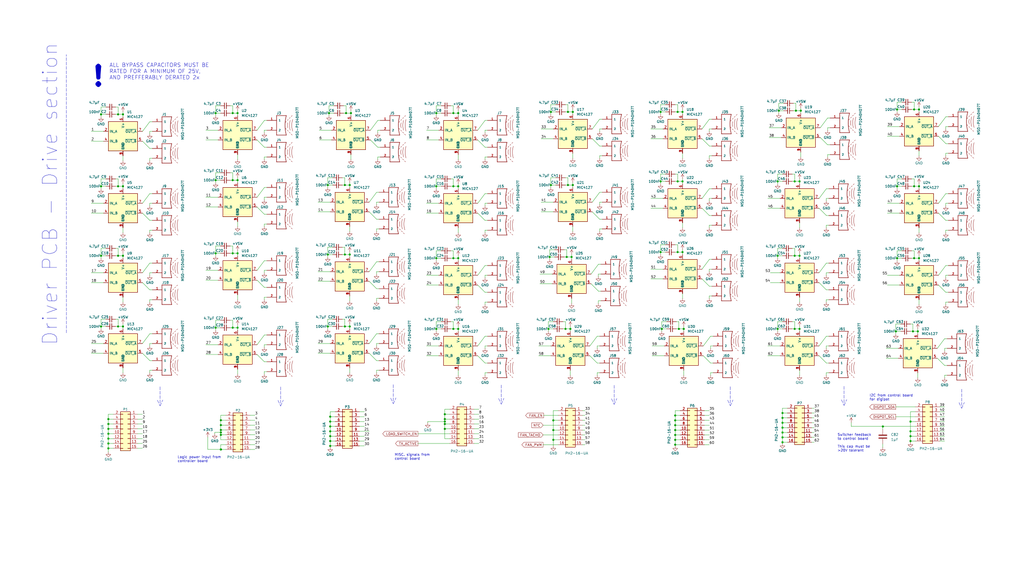
<source format=kicad_sch>
(kicad_sch (version 20211123) (generator eeschema)
  (paper "User" 533.4 299.999)
  (lib_symbols
    (symbol "CUSTOM:MSO-P1040H07T" (pin_names (offset 1.016))
      (property "Reference" "J2" (at -2.54 6.35 0))
      (symbol "MSO-P1040H07T_0_0"
        (pin passive line (at -7.62 2.54 0) (length 5.08) (name "1") (number "1"))
        (pin passive line (at -7.62 -2.54 0) (length 5.08) (name "2") (number "2"))
      )
    )
    (symbol "Capstone Project:MIC4127"
      (property "Reference" "U" (at 0 0 0))
      (property "Value" "MIC4127" (at 0 0 0))
      (symbol "MIC4127_1_1"
        (pin no_connect line (at -7.62 0 0) (length 2.54) hide (name "NC") (number "1"))
        (pin input line (at -10.16 2.54 0) (length 2.54) (name "IN_A") (number "2"))
        (pin power_in line (at 0 -10.16 90) (length 2.54) (name "GND") (number "3"))
        (pin input line (at -10.16 -2.54 0) (length 2.54) (name "IN_B") (number "4"))
        (pin output line (at 10.16 -2.54 180) (length 2.54) (name "~{OUT_B}") (number "5"))
        (pin power_in line (at 0 10.16 270) (length 2.54) (name "V+") (number "6"))
        (pin output line (at 10.16 2.54 180) (length 2.54) (name "~{OUT_A}") (number "7"))
        (pin no_connect line (at 7.62 0 180) (length 2.54) hide (name "NC") (number "8"))
        (pin input line (at 0 -10.16 90) (length 2.54) (name "PAD") (number "9"))
      )
    )
    (symbol "Connector_Generic:Conn_02x08_Odd_Even" (pin_names (offset 1.016) hide)
      (property "Reference" "J" (at 1.27 10.16 0))
      (property "Value" "Conn_02x08_Odd_Even" (at 1.27 -12.7 0))
      (symbol "Conn_02x08_Odd_Even_1_1"
        (pin passive line (at -5.08 7.62 0) (length 3.81) (name "Pin_1") (number "1"))
        (pin passive line (at 7.62 -2.54 180) (length 3.81) (name "Pin_10") (number "10"))
        (pin passive line (at -5.08 -5.08 0) (length 3.81) (name "Pin_11") (number "11"))
        (pin passive line (at 7.62 -5.08 180) (length 3.81) (name "Pin_12") (number "12"))
        (pin passive line (at -5.08 -7.62 0) (length 3.81) (name "Pin_13") (number "13"))
        (pin passive line (at 7.62 -7.62 180) (length 3.81) (name "Pin_14") (number "14"))
        (pin passive line (at -5.08 -10.16 0) (length 3.81) (name "Pin_15") (number "15"))
        (pin passive line (at 7.62 -10.16 180) (length 3.81) (name "Pin_16") (number "16"))
        (pin passive line (at 7.62 7.62 180) (length 3.81) (name "Pin_2") (number "2"))
        (pin passive line (at -5.08 5.08 0) (length 3.81) (name "Pin_3") (number "3"))
        (pin passive line (at 7.62 5.08 180) (length 3.81) (name "Pin_4") (number "4"))
        (pin passive line (at -5.08 2.54 0) (length 3.81) (name "Pin_5") (number "5"))
        (pin passive line (at 7.62 2.54 180) (length 3.81) (name "Pin_6") (number "6"))
        (pin passive line (at -5.08 0 0) (length 3.81) (name "Pin_7") (number "7"))
        (pin passive line (at 7.62 0 180) (length 3.81) (name "Pin_8") (number "8"))
        (pin passive line (at -5.08 -2.54 0) (length 3.81) (name "Pin_9") (number "9"))
      )
    )
    (symbol "Device:C" (pin_numbers hide) (pin_names (offset 0.254))
      (property "Reference" "C" (at 0.635 2.54 0))
      (property "Value" "C" (at 0.635 -2.54 0))
      (symbol "C_1_1"
        (pin passive line (at 0 3.81 270) (length 2.794) (name "~") (number "1"))
        (pin passive line (at 0 -3.81 90) (length 2.794) (name "~") (number "2"))
      )
    )
    (symbol "Device:C_Small" (pin_numbers hide) (pin_names (offset 0.254) hide)
      (property "Reference" "C" (at 0.254 1.778 0))
      (property "Value" "C_Small" (at 0.254 -2.032 0))
      (symbol "C_Small_1_1"
        (pin passive line (at 0 2.54 270) (length 2.032) (name "~") (number "1"))
        (pin passive line (at 0 -2.54 90) (length 2.032) (name "~") (number "2"))
      )
    )
    (symbol "MIC4127_17"
      (property "Reference" "U" (at 0 0 0))
      (property "Value" "MIC4127_17" (at 0 0 0))
      (symbol "MIC4127_17_1_1"
        (pin no_connect line (at -7.62 0 0) (length 2.54) hide (name "NC") (number "1"))
        (pin input line (at -10.16 2.54 0) (length 2.54) (name "IN_A") (number "2"))
        (pin power_in line (at 0 -10.16 90) (length 2.54) (name "GND") (number "3"))
        (pin input line (at -10.16 -2.54 0) (length 2.54) (name "IN_B") (number "4"))
        (pin output line (at 10.16 -2.54 180) (length 2.54) (name "~{OUT_B}") (number "5"))
        (pin power_in line (at 0 10.16 270) (length 2.54) (name "V+") (number "6"))
        (pin output line (at 10.16 2.54 180) (length 2.54) (name "~{OUT_A}") (number "7"))
        (pin no_connect line (at 7.62 0 180) (length 2.54) hide (name "NC") (number "8"))
        (pin input line (at 0 -10.16 90) (length 2.54) (name "PAD") (number "9"))
      )
    )
    (symbol "MIC4127_18"
      (property "Reference" "U" (at 0 0 0))
      (property "Value" "MIC4127_18" (at 0 0 0))
      (symbol "MIC4127_18_1_1"
        (pin no_connect line (at -7.62 0 0) (length 2.54) hide (name "NC") (number "1"))
        (pin input line (at -10.16 2.54 0) (length 2.54) (name "IN_A") (number "2"))
        (pin power_in line (at 0 -10.16 90) (length 2.54) (name "GND") (number "3"))
        (pin input line (at -10.16 -2.54 0) (length 2.54) (name "IN_B") (number "4"))
        (pin output line (at 10.16 -2.54 180) (length 2.54) (name "~{OUT_B}") (number "5"))
        (pin power_in line (at 0 10.16 270) (length 2.54) (name "V+") (number "6"))
        (pin output line (at 10.16 2.54 180) (length 2.54) (name "~{OUT_A}") (number "7"))
        (pin no_connect line (at 7.62 0 180) (length 2.54) hide (name "NC") (number "8"))
        (pin input line (at 0 -10.16 90) (length 2.54) (name "PAD") (number "9"))
      )
    )
    (symbol "MIC4127_19"
      (property "Reference" "U" (at 0 0 0))
      (property "Value" "MIC4127_19" (at 0 0 0))
      (symbol "MIC4127_19_1_1"
        (pin no_connect line (at -7.62 0 0) (length 2.54) hide (name "NC") (number "1"))
        (pin input line (at -10.16 2.54 0) (length 2.54) (name "IN_A") (number "2"))
        (pin power_in line (at 0 -10.16 90) (length 2.54) (name "GND") (number "3"))
        (pin input line (at -10.16 -2.54 0) (length 2.54) (name "IN_B") (number "4"))
        (pin output line (at 10.16 -2.54 180) (length 2.54) (name "~{OUT_B}") (number "5"))
        (pin power_in line (at 0 10.16 270) (length 2.54) (name "V+") (number "6"))
        (pin output line (at 10.16 2.54 180) (length 2.54) (name "~{OUT_A}") (number "7"))
        (pin no_connect line (at 7.62 0 180) (length 2.54) hide (name "NC") (number "8"))
        (pin input line (at 0 -10.16 90) (length 2.54) (name "PAD") (number "9"))
      )
    )
    (symbol "MIC4127_20"
      (property "Reference" "U" (at 0 0 0))
      (property "Value" "MIC4127_20" (at 0 0 0))
      (symbol "MIC4127_20_1_1"
        (pin no_connect line (at -7.62 0 0) (length 2.54) hide (name "NC") (number "1"))
        (pin input line (at -10.16 2.54 0) (length 2.54) (name "IN_A") (number "2"))
        (pin power_in line (at 0 -10.16 90) (length 2.54) (name "GND") (number "3"))
        (pin input line (at -10.16 -2.54 0) (length 2.54) (name "IN_B") (number "4"))
        (pin output line (at 10.16 -2.54 180) (length 2.54) (name "~{OUT_B}") (number "5"))
        (pin power_in line (at 0 10.16 270) (length 2.54) (name "V+") (number "6"))
        (pin output line (at 10.16 2.54 180) (length 2.54) (name "~{OUT_A}") (number "7"))
        (pin no_connect line (at 7.62 0 180) (length 2.54) hide (name "NC") (number "8"))
        (pin input line (at 0 -10.16 90) (length 2.54) (name "PAD") (number "9"))
      )
    )
    (symbol "MIC4127_5"
      (property "Reference" "U" (at 0 0 0))
      (property "Value" "MIC4127_5" (at 0 0 0))
      (symbol "MIC4127_5_1_1"
        (pin no_connect line (at -7.62 0 0) (length 2.54) hide (name "NC") (number "1"))
        (pin input line (at -10.16 2.54 0) (length 2.54) (name "IN_A") (number "2"))
        (pin power_in line (at 0 -10.16 90) (length 2.54) (name "GND") (number "3"))
        (pin input line (at -10.16 -2.54 0) (length 2.54) (name "IN_B") (number "4"))
        (pin output line (at 10.16 -2.54 180) (length 2.54) (name "~{OUT_B}") (number "5"))
        (pin power_in line (at 0 10.16 270) (length 2.54) (name "V+") (number "6"))
        (pin output line (at 10.16 2.54 180) (length 2.54) (name "~{OUT_A}") (number "7"))
        (pin no_connect line (at 7.62 0 180) (length 2.54) hide (name "NC") (number "8"))
        (pin input line (at 0 -10.16 90) (length 2.54) (name "PAD") (number "9"))
      )
    )
    (symbol "MIC4127_6"
      (property "Reference" "U" (at 0 0 0))
      (property "Value" "MIC4127_6" (at 0 0 0))
      (symbol "MIC4127_6_1_1"
        (pin no_connect line (at -7.62 0 0) (length 2.54) hide (name "NC") (number "1"))
        (pin input line (at -10.16 2.54 0) (length 2.54) (name "IN_A") (number "2"))
        (pin power_in line (at 0 -10.16 90) (length 2.54) (name "GND") (number "3"))
        (pin input line (at -10.16 -2.54 0) (length 2.54) (name "IN_B") (number "4"))
        (pin output line (at 10.16 -2.54 180) (length 2.54) (name "~{OUT_B}") (number "5"))
        (pin power_in line (at 0 10.16 270) (length 2.54) (name "V+") (number "6"))
        (pin output line (at 10.16 2.54 180) (length 2.54) (name "~{OUT_A}") (number "7"))
        (pin no_connect line (at 7.62 0 180) (length 2.54) hide (name "NC") (number "8"))
        (pin input line (at 0 -10.16 90) (length 2.54) (name "PAD") (number "9"))
      )
    )
    (symbol "MIC4127_7"
      (property "Reference" "U" (at 0 0 0))
      (property "Value" "MIC4127_7" (at 0 0 0))
      (symbol "MIC4127_7_1_1"
        (pin no_connect line (at -7.62 0 0) (length 2.54) hide (name "NC") (number "1"))
        (pin input line (at -10.16 2.54 0) (length 2.54) (name "IN_A") (number "2"))
        (pin power_in line (at 0 -10.16 90) (length 2.54) (name "GND") (number "3"))
        (pin input line (at -10.16 -2.54 0) (length 2.54) (name "IN_B") (number "4"))
        (pin output line (at 10.16 -2.54 180) (length 2.54) (name "~{OUT_B}") (number "5"))
        (pin power_in line (at 0 10.16 270) (length 2.54) (name "V+") (number "6"))
        (pin output line (at 10.16 2.54 180) (length 2.54) (name "~{OUT_A}") (number "7"))
        (pin no_connect line (at 7.62 0 180) (length 2.54) hide (name "NC") (number "8"))
        (pin input line (at 0 -10.16 90) (length 2.54) (name "PAD") (number "9"))
      )
    )
    (symbol "MIC4127_8"
      (property "Reference" "U" (at 0 0 0))
      (property "Value" "MIC4127_8" (at 0 0 0))
      (symbol "MIC4127_8_1_1"
        (pin no_connect line (at -7.62 0 0) (length 2.54) hide (name "NC") (number "1"))
        (pin input line (at -10.16 2.54 0) (length 2.54) (name "IN_A") (number "2"))
        (pin power_in line (at 0 -10.16 90) (length 2.54) (name "GND") (number "3"))
        (pin input line (at -10.16 -2.54 0) (length 2.54) (name "IN_B") (number "4"))
        (pin output line (at 10.16 -2.54 180) (length 2.54) (name "~{OUT_B}") (number "5"))
        (pin power_in line (at 0 10.16 270) (length 2.54) (name "V+") (number "6"))
        (pin output line (at 10.16 2.54 180) (length 2.54) (name "~{OUT_A}") (number "7"))
        (pin no_connect line (at 7.62 0 180) (length 2.54) hide (name "NC") (number "8"))
        (pin input line (at 0 -10.16 90) (length 2.54) (name "PAD") (number "9"))
      )
    )
    (symbol "MSO-P1040H07T_1" (pin_names (offset 1.016))
      (property "Reference" "J2" (at -2.54 6.35 0))
      (symbol "MSO-P1040H07T_1_0_0"
        (pin passive line (at -7.62 2.54 0) (length 5.08) (name "1") (number "1"))
        (pin passive line (at -7.62 -2.54 0) (length 5.08) (name "2") (number "2"))
      )
    )
    (symbol "MSO-P1040H07T_10" (pin_names (offset 1.016))
      (property "Reference" "J2" (at -2.54 6.35 0))
      (symbol "MSO-P1040H07T_10_0_0"
        (pin passive line (at -7.62 2.54 0) (length 5.08) (name "1") (number "1"))
        (pin passive line (at -7.62 -2.54 0) (length 5.08) (name "2") (number "2"))
      )
    )
    (symbol "MSO-P1040H07T_11" (pin_names (offset 1.016))
      (property "Reference" "J2" (at -2.54 6.35 0))
      (symbol "MSO-P1040H07T_11_0_0"
        (pin passive line (at -7.62 2.54 0) (length 5.08) (name "1") (number "1"))
        (pin passive line (at -7.62 -2.54 0) (length 5.08) (name "2") (number "2"))
      )
    )
    (symbol "MSO-P1040H07T_12" (pin_names (offset 1.016))
      (property "Reference" "J2" (at -2.54 6.35 0))
      (symbol "MSO-P1040H07T_12_0_0"
        (pin passive line (at -7.62 2.54 0) (length 5.08) (name "1") (number "1"))
        (pin passive line (at -7.62 -2.54 0) (length 5.08) (name "2") (number "2"))
      )
    )
    (symbol "MSO-P1040H07T_13" (pin_names (offset 1.016))
      (property "Reference" "J2" (at -2.54 6.35 0))
      (symbol "MSO-P1040H07T_13_0_0"
        (pin passive line (at -7.62 2.54 0) (length 5.08) (name "1") (number "1"))
        (pin passive line (at -7.62 -2.54 0) (length 5.08) (name "2") (number "2"))
      )
    )
    (symbol "MSO-P1040H07T_14" (pin_names (offset 1.016))
      (property "Reference" "J2" (at -2.54 6.35 0))
      (symbol "MSO-P1040H07T_14_0_0"
        (pin passive line (at -7.62 2.54 0) (length 5.08) (name "1") (number "1"))
        (pin passive line (at -7.62 -2.54 0) (length 5.08) (name "2") (number "2"))
      )
    )
    (symbol "MSO-P1040H07T_15" (pin_names (offset 1.016))
      (property "Reference" "J2" (at -2.54 6.35 0))
      (symbol "MSO-P1040H07T_15_0_0"
        (pin passive line (at -7.62 2.54 0) (length 5.08) (name "1") (number "1"))
        (pin passive line (at -7.62 -2.54 0) (length 5.08) (name "2") (number "2"))
      )
    )
    (symbol "MSO-P1040H07T_16" (pin_names (offset 1.016))
      (property "Reference" "J2" (at -2.54 6.35 0))
      (symbol "MSO-P1040H07T_16_0_0"
        (pin passive line (at -7.62 2.54 0) (length 5.08) (name "1") (number "1"))
        (pin passive line (at -7.62 -2.54 0) (length 5.08) (name "2") (number "2"))
      )
    )
    (symbol "MSO-P1040H07T_17" (pin_names (offset 1.016))
      (property "Reference" "J2" (at -2.54 6.35 0))
      (symbol "MSO-P1040H07T_17_0_0"
        (pin passive line (at -7.62 2.54 0) (length 5.08) (name "1") (number "1"))
        (pin passive line (at -7.62 -2.54 0) (length 5.08) (name "2") (number "2"))
      )
    )
    (symbol "MSO-P1040H07T_18" (pin_names (offset 1.016))
      (property "Reference" "J2" (at -2.54 6.35 0))
      (symbol "MSO-P1040H07T_18_0_0"
        (pin passive line (at -7.62 2.54 0) (length 5.08) (name "1") (number "1"))
        (pin passive line (at -7.62 -2.54 0) (length 5.08) (name "2") (number "2"))
      )
    )
    (symbol "MSO-P1040H07T_19" (pin_names (offset 1.016))
      (property "Reference" "J2" (at -2.54 6.35 0))
      (symbol "MSO-P1040H07T_19_0_0"
        (pin passive line (at -7.62 2.54 0) (length 5.08) (name "1") (number "1"))
        (pin passive line (at -7.62 -2.54 0) (length 5.08) (name "2") (number "2"))
      )
    )
    (symbol "MSO-P1040H07T_2" (pin_names (offset 1.016))
      (property "Reference" "J2" (at -2.54 6.35 0))
      (symbol "MSO-P1040H07T_2_0_0"
        (pin passive line (at -7.62 2.54 0) (length 5.08) (name "1") (number "1"))
        (pin passive line (at -7.62 -2.54 0) (length 5.08) (name "2") (number "2"))
      )
    )
    (symbol "MSO-P1040H07T_20" (pin_names (offset 1.016))
      (property "Reference" "J2" (at -2.54 6.35 0))
      (symbol "MSO-P1040H07T_20_0_0"
        (pin passive line (at -7.62 2.54 0) (length 5.08) (name "1") (number "1"))
        (pin passive line (at -7.62 -2.54 0) (length 5.08) (name "2") (number "2"))
      )
    )
    (symbol "MSO-P1040H07T_21" (pin_names (offset 1.016))
      (property "Reference" "J2" (at -2.54 6.35 0))
      (symbol "MSO-P1040H07T_21_0_0"
        (pin passive line (at -7.62 2.54 0) (length 5.08) (name "1") (number "1"))
        (pin passive line (at -7.62 -2.54 0) (length 5.08) (name "2") (number "2"))
      )
    )
    (symbol "MSO-P1040H07T_22" (pin_names (offset 1.016))
      (property "Reference" "J2" (at -2.54 6.35 0))
      (symbol "MSO-P1040H07T_22_0_0"
        (pin passive line (at -7.62 2.54 0) (length 5.08) (name "1") (number "1"))
        (pin passive line (at -7.62 -2.54 0) (length 5.08) (name "2") (number "2"))
      )
    )
    (symbol "MSO-P1040H07T_23" (pin_names (offset 1.016))
      (property "Reference" "J2" (at -2.54 6.35 0))
      (symbol "MSO-P1040H07T_23_0_0"
        (pin passive line (at -7.62 2.54 0) (length 5.08) (name "1") (number "1"))
        (pin passive line (at -7.62 -2.54 0) (length 5.08) (name "2") (number "2"))
      )
    )
    (symbol "MSO-P1040H07T_24" (pin_names (offset 1.016))
      (property "Reference" "J2" (at -2.54 6.35 0))
      (symbol "MSO-P1040H07T_24_0_0"
        (pin passive line (at -7.62 2.54 0) (length 5.08) (name "1") (number "1"))
        (pin passive line (at -7.62 -2.54 0) (length 5.08) (name "2") (number "2"))
      )
    )
    (symbol "MSO-P1040H07T_25" (pin_names (offset 1.016))
      (property "Reference" "J2" (at -2.54 6.35 0))
      (symbol "MSO-P1040H07T_25_0_0"
        (pin passive line (at -7.62 2.54 0) (length 5.08) (name "1") (number "1"))
        (pin passive line (at -7.62 -2.54 0) (length 5.08) (name "2") (number "2"))
      )
    )
    (symbol "MSO-P1040H07T_26" (pin_names (offset 1.016))
      (property "Reference" "J2" (at -2.54 6.35 0))
      (symbol "MSO-P1040H07T_26_0_0"
        (pin passive line (at -7.62 2.54 0) (length 5.08) (name "1") (number "1"))
        (pin passive line (at -7.62 -2.54 0) (length 5.08) (name "2") (number "2"))
      )
    )
    (symbol "MSO-P1040H07T_27" (pin_names (offset 1.016))
      (property "Reference" "J2" (at -2.54 6.35 0))
      (symbol "MSO-P1040H07T_27_0_0"
        (pin passive line (at -7.62 2.54 0) (length 5.08) (name "1") (number "1"))
        (pin passive line (at -7.62 -2.54 0) (length 5.08) (name "2") (number "2"))
      )
    )
    (symbol "MSO-P1040H07T_28" (pin_names (offset 1.016))
      (property "Reference" "J2" (at -2.54 6.35 0))
      (symbol "MSO-P1040H07T_28_0_0"
        (pin passive line (at -7.62 2.54 0) (length 5.08) (name "1") (number "1"))
        (pin passive line (at -7.62 -2.54 0) (length 5.08) (name "2") (number "2"))
      )
    )
    (symbol "MSO-P1040H07T_29" (pin_names (offset 1.016))
      (property "Reference" "J2" (at -2.54 6.35 0))
      (symbol "MSO-P1040H07T_29_0_0"
        (pin passive line (at -7.62 2.54 0) (length 5.08) (name "1") (number "1"))
        (pin passive line (at -7.62 -2.54 0) (length 5.08) (name "2") (number "2"))
      )
    )
    (symbol "MSO-P1040H07T_3" (pin_names (offset 1.016))
      (property "Reference" "J2" (at -2.54 6.35 0))
      (symbol "MSO-P1040H07T_3_0_0"
        (pin passive line (at -7.62 2.54 0) (length 5.08) (name "1") (number "1"))
        (pin passive line (at -7.62 -2.54 0) (length 5.08) (name "2") (number "2"))
      )
    )
    (symbol "MSO-P1040H07T_30" (pin_names (offset 1.016))
      (property "Reference" "J2" (at -2.54 6.35 0))
      (symbol "MSO-P1040H07T_30_0_0"
        (pin passive line (at -7.62 2.54 0) (length 5.08) (name "1") (number "1"))
        (pin passive line (at -7.62 -2.54 0) (length 5.08) (name "2") (number "2"))
      )
    )
    (symbol "MSO-P1040H07T_31" (pin_names (offset 1.016))
      (property "Reference" "J2" (at -2.54 6.35 0))
      (symbol "MSO-P1040H07T_31_0_0"
        (pin passive line (at -7.62 2.54 0) (length 5.08) (name "1") (number "1"))
        (pin passive line (at -7.62 -2.54 0) (length 5.08) (name "2") (number "2"))
      )
    )
    (symbol "MSO-P1040H07T_32" (pin_names (offset 1.016))
      (property "Reference" "J2" (at -2.54 6.35 0))
      (symbol "MSO-P1040H07T_32_0_0"
        (pin passive line (at -7.62 2.54 0) (length 5.08) (name "1") (number "1"))
        (pin passive line (at -7.62 -2.54 0) (length 5.08) (name "2") (number "2"))
      )
    )
    (symbol "MSO-P1040H07T_33" (pin_names (offset 1.016))
      (property "Reference" "J2" (at -2.54 6.35 0))
      (symbol "MSO-P1040H07T_33_0_0"
        (pin passive line (at -7.62 2.54 0) (length 5.08) (name "1") (number "1"))
        (pin passive line (at -7.62 -2.54 0) (length 5.08) (name "2") (number "2"))
      )
    )
    (symbol "MSO-P1040H07T_34" (pin_names (offset 1.016))
      (property "Reference" "J2" (at -2.54 6.35 0))
      (symbol "MSO-P1040H07T_34_0_0"
        (pin passive line (at -7.62 2.54 0) (length 5.08) (name "1") (number "1"))
        (pin passive line (at -7.62 -2.54 0) (length 5.08) (name "2") (number "2"))
      )
    )
    (symbol "MSO-P1040H07T_35" (pin_names (offset 1.016))
      (property "Reference" "J2" (at -2.54 6.35 0))
      (symbol "MSO-P1040H07T_35_0_0"
        (pin passive line (at -7.62 2.54 0) (length 5.08) (name "1") (number "1"))
        (pin passive line (at -7.62 -2.54 0) (length 5.08) (name "2") (number "2"))
      )
    )
    (symbol "MSO-P1040H07T_36" (pin_names (offset 1.016))
      (property "Reference" "J2" (at -2.54 6.35 0))
      (symbol "MSO-P1040H07T_36_0_0"
        (pin passive line (at -7.62 2.54 0) (length 5.08) (name "1") (number "1"))
        (pin passive line (at -7.62 -2.54 0) (length 5.08) (name "2") (number "2"))
      )
    )
    (symbol "MSO-P1040H07T_37" (pin_names (offset 1.016))
      (property "Reference" "J2" (at -2.54 6.35 0))
      (symbol "MSO-P1040H07T_37_0_0"
        (pin passive line (at -7.62 2.54 0) (length 5.08) (name "1") (number "1"))
        (pin passive line (at -7.62 -2.54 0) (length 5.08) (name "2") (number "2"))
      )
    )
    (symbol "MSO-P1040H07T_38" (pin_names (offset 1.016))
      (property "Reference" "J2" (at -2.54 6.35 0))
      (symbol "MSO-P1040H07T_38_0_0"
        (pin passive line (at -7.62 2.54 0) (length 5.08) (name "1") (number "1"))
        (pin passive line (at -7.62 -2.54 0) (length 5.08) (name "2") (number "2"))
      )
    )
    (symbol "MSO-P1040H07T_39" (pin_names (offset 1.016))
      (property "Reference" "J2" (at -2.54 6.35 0))
      (symbol "MSO-P1040H07T_39_0_0"
        (pin passive line (at -7.62 2.54 0) (length 5.08) (name "1") (number "1"))
        (pin passive line (at -7.62 -2.54 0) (length 5.08) (name "2") (number "2"))
      )
    )
    (symbol "MSO-P1040H07T_4" (pin_names (offset 1.016))
      (property "Reference" "J2" (at -2.54 6.35 0))
      (symbol "MSO-P1040H07T_4_0_0"
        (pin passive line (at -7.62 2.54 0) (length 5.08) (name "1") (number "1"))
        (pin passive line (at -7.62 -2.54 0) (length 5.08) (name "2") (number "2"))
      )
    )
    (symbol "MSO-P1040H07T_40" (pin_names (offset 1.016))
      (property "Reference" "J2" (at -2.54 6.35 0))
      (symbol "MSO-P1040H07T_40_0_0"
        (pin passive line (at -7.62 2.54 0) (length 5.08) (name "1") (number "1"))
        (pin passive line (at -7.62 -2.54 0) (length 5.08) (name "2") (number "2"))
      )
    )
    (symbol "MSO-P1040H07T_41" (pin_names (offset 1.016))
      (property "Reference" "J2" (at -2.54 6.35 0))
      (symbol "MSO-P1040H07T_41_0_0"
        (pin passive line (at -7.62 2.54 0) (length 5.08) (name "1") (number "1"))
        (pin passive line (at -7.62 -2.54 0) (length 5.08) (name "2") (number "2"))
      )
    )
    (symbol "MSO-P1040H07T_42" (pin_names (offset 1.016))
      (property "Reference" "J2" (at -2.54 6.35 0))
      (symbol "MSO-P1040H07T_42_0_0"
        (pin passive line (at -7.62 2.54 0) (length 5.08) (name "1") (number "1"))
        (pin passive line (at -7.62 -2.54 0) (length 5.08) (name "2") (number "2"))
      )
    )
    (symbol "MSO-P1040H07T_43" (pin_names (offset 1.016))
      (property "Reference" "J2" (at -2.54 6.35 0))
      (symbol "MSO-P1040H07T_43_0_0"
        (pin passive line (at -7.62 2.54 0) (length 5.08) (name "1") (number "1"))
        (pin passive line (at -7.62 -2.54 0) (length 5.08) (name "2") (number "2"))
      )
    )
    (symbol "MSO-P1040H07T_44" (pin_names (offset 1.016))
      (property "Reference" "J2" (at -2.54 6.35 0))
      (symbol "MSO-P1040H07T_44_0_0"
        (pin passive line (at -7.62 2.54 0) (length 5.08) (name "1") (number "1"))
        (pin passive line (at -7.62 -2.54 0) (length 5.08) (name "2") (number "2"))
      )
    )
    (symbol "MSO-P1040H07T_45" (pin_names (offset 1.016))
      (property "Reference" "J2" (at -2.54 6.35 0))
      (symbol "MSO-P1040H07T_45_0_0"
        (pin passive line (at -7.62 2.54 0) (length 5.08) (name "1") (number "1"))
        (pin passive line (at -7.62 -2.54 0) (length 5.08) (name "2") (number "2"))
      )
    )
    (symbol "MSO-P1040H07T_46" (pin_names (offset 1.016))
      (property "Reference" "J2" (at -2.54 6.35 0))
      (symbol "MSO-P1040H07T_46_0_0"
        (pin passive line (at -7.62 2.54 0) (length 5.08) (name "1") (number "1"))
        (pin passive line (at -7.62 -2.54 0) (length 5.08) (name "2") (number "2"))
      )
    )
    (symbol "MSO-P1040H07T_47" (pin_names (offset 1.016))
      (property "Reference" "J2" (at -2.54 6.35 0))
      (symbol "MSO-P1040H07T_47_0_0"
        (pin passive line (at -7.62 2.54 0) (length 5.08) (name "1") (number "1"))
        (pin passive line (at -7.62 -2.54 0) (length 5.08) (name "2") (number "2"))
      )
    )
    (symbol "MSO-P1040H07T_48" (pin_names (offset 1.016))
      (property "Reference" "J2" (at -2.54 6.35 0))
      (symbol "MSO-P1040H07T_48_0_0"
        (pin passive line (at -7.62 2.54 0) (length 5.08) (name "1") (number "1"))
        (pin passive line (at -7.62 -2.54 0) (length 5.08) (name "2") (number "2"))
      )
    )
    (symbol "MSO-P1040H07T_49" (pin_names (offset 1.016))
      (property "Reference" "J2" (at -2.54 6.35 0))
      (symbol "MSO-P1040H07T_49_0_0"
        (pin passive line (at -7.62 2.54 0) (length 5.08) (name "1") (number "1"))
        (pin passive line (at -7.62 -2.54 0) (length 5.08) (name "2") (number "2"))
      )
    )
    (symbol "MSO-P1040H07T_5" (pin_names (offset 1.016))
      (property "Reference" "J2" (at -2.54 6.35 0))
      (symbol "MSO-P1040H07T_5_0_0"
        (pin passive line (at -7.62 2.54 0) (length 5.08) (name "1") (number "1"))
        (pin passive line (at -7.62 -2.54 0) (length 5.08) (name "2") (number "2"))
      )
    )
    (symbol "MSO-P1040H07T_50" (pin_names (offset 1.016))
      (property "Reference" "J2" (at -2.54 6.35 0))
      (symbol "MSO-P1040H07T_50_0_0"
        (pin passive line (at -7.62 2.54 0) (length 5.08) (name "1") (number "1"))
        (pin passive line (at -7.62 -2.54 0) (length 5.08) (name "2") (number "2"))
      )
    )
    (symbol "MSO-P1040H07T_51" (pin_names (offset 1.016))
      (property "Reference" "J2" (at -2.54 6.35 0))
      (symbol "MSO-P1040H07T_51_0_0"
        (pin passive line (at -7.62 2.54 0) (length 5.08) (name "1") (number "1"))
        (pin passive line (at -7.62 -2.54 0) (length 5.08) (name "2") (number "2"))
      )
    )
    (symbol "MSO-P1040H07T_52" (pin_names (offset 1.016))
      (property "Reference" "J2" (at -2.54 6.35 0))
      (symbol "MSO-P1040H07T_52_0_0"
        (pin passive line (at -7.62 2.54 0) (length 5.08) (name "1") (number "1"))
        (pin passive line (at -7.62 -2.54 0) (length 5.08) (name "2") (number "2"))
      )
    )
    (symbol "MSO-P1040H07T_53" (pin_names (offset 1.016))
      (property "Reference" "J2" (at -2.54 6.35 0))
      (symbol "MSO-P1040H07T_53_0_0"
        (pin passive line (at -7.62 2.54 0) (length 5.08) (name "1") (number "1"))
        (pin passive line (at -7.62 -2.54 0) (length 5.08) (name "2") (number "2"))
      )
    )
    (symbol "MSO-P1040H07T_54" (pin_names (offset 1.016))
      (property "Reference" "J2" (at -2.54 6.35 0))
      (symbol "MSO-P1040H07T_54_0_0"
        (pin passive line (at -7.62 2.54 0) (length 5.08) (name "1") (number "1"))
        (pin passive line (at -7.62 -2.54 0) (length 5.08) (name "2") (number "2"))
      )
    )
    (symbol "MSO-P1040H07T_55" (pin_names (offset 1.016))
      (property "Reference" "J2" (at -2.54 6.35 0))
      (symbol "MSO-P1040H07T_55_0_0"
        (pin passive line (at -7.62 2.54 0) (length 5.08) (name "1") (number "1"))
        (pin passive line (at -7.62 -2.54 0) (length 5.08) (name "2") (number "2"))
      )
    )
    (symbol "MSO-P1040H07T_56" (pin_names (offset 1.016))
      (property "Reference" "J2" (at -2.54 6.35 0))
      (symbol "MSO-P1040H07T_56_0_0"
        (pin passive line (at -7.62 2.54 0) (length 5.08) (name "1") (number "1"))
        (pin passive line (at -7.62 -2.54 0) (length 5.08) (name "2") (number "2"))
      )
    )
    (symbol "MSO-P1040H07T_57" (pin_names (offset 1.016))
      (property "Reference" "J2" (at -2.54 6.35 0))
      (symbol "MSO-P1040H07T_57_0_0"
        (pin passive line (at -7.62 2.54 0) (length 5.08) (name "1") (number "1"))
        (pin passive line (at -7.62 -2.54 0) (length 5.08) (name "2") (number "2"))
      )
    )
    (symbol "MSO-P1040H07T_58" (pin_names (offset 1.016))
      (property "Reference" "J2" (at -2.54 6.35 0))
      (symbol "MSO-P1040H07T_58_0_0"
        (pin passive line (at -7.62 2.54 0) (length 5.08) (name "1") (number "1"))
        (pin passive line (at -7.62 -2.54 0) (length 5.08) (name "2") (number "2"))
      )
    )
    (symbol "MSO-P1040H07T_59" (pin_names (offset 1.016))
      (property "Reference" "J2" (at -2.54 6.35 0))
      (symbol "MSO-P1040H07T_59_0_0"
        (pin passive line (at -7.62 2.54 0) (length 5.08) (name "1") (number "1"))
        (pin passive line (at -7.62 -2.54 0) (length 5.08) (name "2") (number "2"))
      )
    )
    (symbol "MSO-P1040H07T_6" (pin_names (offset 1.016))
      (property "Reference" "J2" (at -2.54 6.35 0))
      (symbol "MSO-P1040H07T_6_0_0"
        (pin passive line (at -7.62 2.54 0) (length 5.08) (name "1") (number "1"))
        (pin passive line (at -7.62 -2.54 0) (length 5.08) (name "2") (number "2"))
      )
    )
    (symbol "MSO-P1040H07T_60" (pin_names (offset 1.016))
      (property "Reference" "J2" (at -2.54 6.35 0))
      (symbol "MSO-P1040H07T_60_0_0"
        (pin passive line (at -7.62 2.54 0) (length 5.08) (name "1") (number "1"))
        (pin passive line (at -7.62 -2.54 0) (length 5.08) (name "2") (number "2"))
      )
    )
    (symbol "MSO-P1040H07T_61" (pin_names (offset 1.016))
      (property "Reference" "J2" (at -2.54 6.35 0))
      (symbol "MSO-P1040H07T_61_0_0"
        (pin passive line (at -7.62 2.54 0) (length 5.08) (name "1") (number "1"))
        (pin passive line (at -7.62 -2.54 0) (length 5.08) (name "2") (number "2"))
      )
    )
    (symbol "MSO-P1040H07T_62" (pin_names (offset 1.016))
      (property "Reference" "J2" (at -2.54 6.35 0))
      (symbol "MSO-P1040H07T_62_0_0"
        (pin passive line (at -7.62 2.54 0) (length 5.08) (name "1") (number "1"))
        (pin passive line (at -7.62 -2.54 0) (length 5.08) (name "2") (number "2"))
      )
    )
    (symbol "MSO-P1040H07T_63" (pin_names (offset 1.016))
      (property "Reference" "J2" (at -2.54 6.35 0))
      (symbol "MSO-P1040H07T_63_0_0"
        (pin passive line (at -7.62 2.54 0) (length 5.08) (name "1") (number "1"))
        (pin passive line (at -7.62 -2.54 0) (length 5.08) (name "2") (number "2"))
      )
    )
    (symbol "MSO-P1040H07T_7" (pin_names (offset 1.016))
      (property "Reference" "J2" (at -2.54 6.35 0))
      (symbol "MSO-P1040H07T_7_0_0"
        (pin passive line (at -7.62 2.54 0) (length 5.08) (name "1") (number "1"))
        (pin passive line (at -7.62 -2.54 0) (length 5.08) (name "2") (number "2"))
      )
    )
    (symbol "MSO-P1040H07T_8" (pin_names (offset 1.016))
      (property "Reference" "J2" (at -2.54 6.35 0))
      (symbol "MSO-P1040H07T_8_0_0"
        (pin passive line (at -7.62 2.54 0) (length 5.08) (name "1") (number "1"))
        (pin passive line (at -7.62 -2.54 0) (length 5.08) (name "2") (number "2"))
      )
    )
    (symbol "MSO-P1040H07T_9" (pin_names (offset 1.016))
      (property "Reference" "J2" (at -2.54 6.35 0))
      (symbol "MSO-P1040H07T_9_0_0"
        (pin passive line (at -7.62 2.54 0) (length 5.08) (name "1") (number "1"))
        (pin passive line (at -7.62 -2.54 0) (length 5.08) (name "2") (number "2"))
      )
    )
    (symbol "power:+3V3" (power) (pin_names (offset 0))
      (property "Value" "+3V3" (at 0 3.556 0))
      (symbol "+3V3_1_1"
        (pin power_in line (at 0 0 90) (length 0) hide (name "+3V3") (number "1"))
      )
    )
    (symbol "power:+VSW" (power) (pin_names (offset 0))
      (property "Value" "+VSW" (at 0 3.556 0))
      (symbol "+VSW_1_1"
        (pin power_in line (at 0 0 90) (length 0) hide (name "+VSW") (number "1"))
      )
    )
    (symbol "power:GND" (power) (pin_names (offset 0))
      (property "Value" "GND" (at 0 -3.81 0))
      (symbol "GND_1_1"
        (pin power_in line (at 0 0 270) (length 0) hide (name "GND") (number "1"))
      )
    )
  )
  (junction (at 56.4388 218.313))
  (junction (at 413.9438 171.323))
  (junction (at 56.4388 231.013))
  (junction (at 405.0538 94.488))
  (junction (at 64.0588 97.028))
  (junction (at 172.0088 232.283))
  (junction (at 414.5788 57.658))
  (junction (at 478.7138 134.493))
  (junction (at 56.4388 228.473))
  (junction (at 285.6738 171.323))
  (junction (at 353.6188 171.323))
  (junction (at 413.9438 133.223))
  (junction (at 286.3088 133.858))
  (junction (at 475.5388 172.593))
  (junction (at 238.6838 134.493))
  (junction (at 474.2688 227.203))
  (junction (at 236.1438 134.493))
  (junction (at 416.4838 133.223))
  (junction (at 115.0366 234.1372))
  (junction (at 298.3738 96.393))
  (junction (at 170.7388 96.393))
  (junction (at 407.5938 230.378))
  (junction (at 351.7138 229.108))
  (junction (at 52.6288 170.053))
  (junction (at 351.7138 221.488))
  (junction (at 123.7488 131.953))
  (junction (at 115.0366 221.4372))
  (junction (at 172.0088 222.123))
  (junction (at 182.8038 58.928))
  (junction (at 52.6288 97.028))
  (junction (at 405.0538 133.223))
  (junction (at 170.7388 170.053))
  (junction (at 56.4388 225.933))
  (junction (at 407.5938 225.298))
  (junction (at 297.7388 133.858))
  (junction (at 351.7138 216.408))
  (junction (at 56.4388 233.553))
  (junction (at 238.6838 171.323))
  (junction (at 112.3188 93.853))
  (junction (at 413.9438 94.488))
  (junction (at 112.3188 58.928))
  (junction (at 182.1688 96.393))
  (junction (at 407.5938 217.678))
  (junction (at 407.5938 227.838))
  (junction (at 474.2688 229.743))
  (junction (at 227.2538 58.928))
  (junction (at 182.1688 170.053))
  (junction (at 61.5188 97.028))
  (junction (at 476.1738 57.023))
  (junction (at 474.2688 219.583))
  (junction (at 344.0938 131.318))
  (junction (at 478.0788 172.593))
  (junction (at 294.5638 171.323))
  (junction (at 121.2088 58.928))
  (junction (at 407.5938 215.138))
  (junction (at 64.0588 133.223))
  (junction (at 170.7388 132.588))
  (junction (at 112.3188 170.688))
  (junction (at 61.5188 133.223))
  (junction (at 474.2688 224.663))
  (junction (at 115.062 234.1118))
  (junction (at 286.9438 96.393))
  (junction (at 227.2538 134.493))
  (junction (at 182.1688 132.588))
  (junction (at 115.0366 226.5172))
  (junction (at 416.4838 171.323))
  (junction (at 298.3738 58.293))
  (junction (at 405.0538 171.323))
  (junction (at 295.8338 58.293))
  (junction (at 172.0088 217.043))
  (junction (at 227.2538 97.028))
  (junction (at 351.7138 226.568))
  (junction (at 115.0366 225.2472))
  (junction (at 231.6988 218.313))
  (junction (at 121.2088 131.953))
  (junction (at 238.6838 97.028))
  (junction (at 344.7288 171.323))
  (junction (at 352.9838 94.488))
  (junction (at 123.7488 93.853))
  (junction (at 172.0088 219.583))
  (junction (at 288.2138 218.948))
  (junction (at 231.6988 215.773))
  (junction (at 288.2138 224.028))
  (junction (at 355.5238 131.318))
  (junction (at 466.6488 172.593))
  (junction (at 355.5238 94.488))
  (junction (at 172.0088 229.743))
  (junction (at 64.0588 170.053))
  (junction (at 476.1738 134.493))
  (junction (at 407.5938 222.758))
  (junction (at 355.5238 58.293))
  (junction (at 236.1438 97.028))
  (junction (at 171.3738 58.928))
  (junction (at 344.0938 94.488))
  (junction (at 61.5188 170.053))
  (junction (at 356.1588 171.323))
  (junction (at 52.6288 133.223))
  (junction (at 478.7138 57.023))
  (junction (at 236.1438 171.323))
  (junction (at 407.5938 220.218))
  (junction (at 459.867 222.123))
  (junction (at 179.6288 132.588))
  (junction (at 467.2838 97.028))
  (junction (at 351.7138 224.028))
  (junction (at 286.9438 58.293))
  (junction (at 180.2638 58.928))
  (junction (at 295.1988 133.858))
  (junction (at 352.9838 131.318))
  (junction (at 61.5188 59.563))
  (junction (at 227.2538 171.323))
  (junction (at 476.1738 97.028))
  (junction (at 297.1038 171.323))
  (junction (at 351.7138 231.648))
  (junction (at 121.2088 170.688))
  (junction (at 478.7138 97.028))
  (junction (at 56.4388 220.853))
  (junction (at 123.7488 170.688))
  (junction (at 405.6888 57.658))
  (junction (at 288.2138 229.108))
  (junction (at 64.0588 59.563))
  (junction (at 56.4388 223.393))
  (junction (at 231.6988 220.853))
  (junction (at 52.6288 59.563))
  (junction (at 351.7138 218.948))
  (junction (at 352.9838 58.293))
  (junction (at 179.6288 96.393))
  (junction (at 231.6988 219.583))
  (junction (at 344.0938 58.293))
  (junction (at 238.6838 58.928))
  (junction (at 179.6288 170.053))
  (junction (at 417.1188 57.658))
  (junction (at 123.7488 58.928))
  (junction (at 115.0366 223.9772))
  (junction (at 172.0088 224.663))
  (junction (at 231.6988 223.393))
  (junction (at 467.2838 57.023))
  (junction (at 467.2838 134.493))
  (junction (at 121.2088 93.853))
  (junction (at 295.8338 96.393))
  (junction (at 236.1438 58.928))
  (junction (at 416.4838 94.488))
  (junction (at 172.0088 227.203))
  (junction (at 112.3188 131.953))
  (junction (at 115.0366 218.8972))
  (wire (pts (xy 313.6138 76.073) (xy 312.3438 76.073)))
  (wire (pts (xy 407.5938 227.838) (xy 407.5938 230.378)))
  (polyline (pts (xy 34.6202 173.3804) (xy 34.5948 28.4226)))
  (wire (pts (xy 288.2138 213.868) (xy 288.2138 218.948)))
  (wire (pts (xy 290.7538 229.108) (xy 288.2138 229.108)))
  (wire (pts (xy 355.5238 131.318) (xy 355.5238 130.048)))
  (wire (pts (xy 344.0938 127.508) (xy 346.6338 127.508)))
  (wire (pts (xy 344.0938 59.563) (xy 344.0938 58.293)))
  (wire (pts (xy 303.4538 216.408) (xy 304.7238 216.408)))
  (wire (pts (xy 493.9538 114.808) (xy 492.6838 114.808)))
  (wire (pts (xy 196.1388 155.448) (xy 196.1388 156.718)))
  (wire (pts (xy 410.1338 225.298) (xy 407.5938 225.298)))
  (wire (pts (xy 478.7138 118.618) (xy 478.7138 121.158)))
  (wire (pts (xy 112.3188 90.043) (xy 112.3188 93.853)))
  (wire (pts (xy 56.4388 228.473) (xy 56.4388 225.933)))
  (wire (pts (xy 56.4388 231.013) (xy 56.4388 228.473)))
  (wire (pts (xy 228.5238 67.818) (xy 222.1738 67.818)))
  (wire (pts (xy 476.1738 57.023) (xy 478.7138 57.023)))
  (wire (pts (xy 467.2838 130.683) (xy 469.8238 130.683)))
  (wire (pts (xy 133.9088 140.843) (xy 137.7188 135.763)))
  (wire (pts (xy 413.3088 57.658) (xy 414.5788 57.658)))
  (wire (pts (xy 431.7238 137.033) (xy 430.4538 137.033)))
  (wire (pts (xy 405.6888 53.848) (xy 408.2288 53.848)))
  (wire (pts (xy 172.0088 110.363) (xy 165.6588 110.363)))
  (wire (pts (xy 138.9888 149.733) (xy 137.7188 149.733)))
  (wire (pts (xy 61.5188 59.563) (xy 61.5188 55.753)))
  (wire (pts (xy 52.6288 60.833) (xy 52.6288 59.563)))
  (wire (pts (xy 179.6288 92.583) (xy 178.3588 92.583)))
  (wire (pts (xy 79.2988 100.838) (xy 78.0288 100.838)))
  (wire (pts (xy 121.2088 58.928) (xy 123.7488 58.928)))
  (wire (pts (xy 311.7088 142.748) (xy 311.7088 144.018)))
  (wire (pts (xy 312.3438 175.133) (xy 311.0738 175.133)))
  (wire (pts (xy 113.5888 72.898) (xy 107.2388 72.898)))
  (wire (pts (xy 489.5088 217.043) (xy 492.0488 217.043)))
  (wire (pts (xy 174.5488 224.663) (xy 172.0088 224.663)))
  (wire (pts (xy 431.7238 156.083) (xy 430.4538 156.083)))
  (wire (pts (xy 286.9438 92.583) (xy 286.9438 96.393)))
  (wire (pts (xy 53.8988 184.023) (xy 47.5488 184.023)))
  (wire (pts (xy 405.0538 90.678) (xy 405.0538 94.488)))
  (wire (pts (xy 234.8738 58.928) (xy 236.1438 58.928)))
  (wire (pts (xy 297.1038 172.593) (xy 297.1038 171.323)))
  (wire (pts (xy 52.6288 166.243) (xy 52.6288 170.053)))
  (polyline (pts (xy 204.851 200.3552) (xy 204.851 209.0928)))
  (wire (pts (xy 431.0888 75.438) (xy 427.2788 71.628)))
  (wire (pts (xy 351.7138 224.028) (xy 351.7138 226.568)))
  (wire (pts (xy 478.7138 135.763) (xy 478.7138 134.493)))
  (wire (pts (xy 475.5388 172.593) (xy 478.0788 172.593)))
  (wire (pts (xy 179.6288 128.778) (xy 178.3588 128.778)))
  (wire (pts (xy 369.4938 76.073) (xy 365.6838 72.263)))
  (wire (pts (xy 492.6838 119.888) (xy 492.6838 121.158)))
  (wire (pts (xy 431.7238 151.003) (xy 430.4538 151.003)))
  (wire (pts (xy 236.1438 171.323) (xy 236.1438 167.513)))
  (wire (pts (xy 79.2988 142.113) (xy 78.0288 142.113)))
  (wire (pts (xy 286.9438 59.563) (xy 286.9438 58.293)))
  (wire (pts (xy 422.8338 212.598) (xy 424.1546 212.598)))
  (wire (pts (xy 286.9438 185.293) (xy 280.5938 185.293)))
  (wire (pts (xy 238.6838 118.618) (xy 238.6838 121.158)))
  (wire (pts (xy 345.3638 108.458) (xy 339.0138 108.458)))
  (wire (pts (xy 431.7238 142.113) (xy 430.4538 142.113)))
  (wire (pts (xy 352.9838 58.293) (xy 352.9838 54.483)))
  (wire (pts (xy 198.0438 76.708) (xy 196.7738 76.708)))
  (wire (pts (xy 238.6838 135.763) (xy 238.6838 134.493)))
  (wire (pts (xy 351.7138 221.488) (xy 351.7138 224.028)))
  (polyline (pts (xy 261.0866 200.5584) (xy 261.0866 209.296)))
  (wire (pts (xy 406.3238 180.213) (xy 399.9738 180.213)))
  (wire (pts (xy 238.6838 58.928) (xy 238.6838 57.658)))
  (wire (pts (xy 138.9888 140.843) (xy 137.7188 140.843)))
  (wire (pts (xy 308.5338 105.283) (xy 312.3438 100.203)))
  (wire (pts (xy 286.9438 97.663) (xy 286.9438 96.393)))
  (wire (pts (xy 248.8438 180.213) (xy 252.6538 175.133)))
  (wire (pts (xy 252.6538 152.273) (xy 248.8438 148.463)))
  (wire (pts (xy 113.5888 179.578) (xy 107.2388 179.578)))
  (wire (pts (xy 286.3088 135.128) (xy 286.3088 133.858)))
  (wire (pts (xy 117.5766 229.0572) (xy 115.0366 229.0572)))
  (wire (pts (xy 489.5088 229.743) (xy 492.0488 229.743)))
  (wire (pts (xy 365.6838 103.378) (xy 369.4938 98.298)))
  (wire (pts (xy 406.3238 103.378) (xy 399.9738 103.378)))
  (wire (pts (xy 231.6988 215.773) (xy 231.6988 218.313)))
  (wire (pts (xy 121.2088 58.928) (xy 121.2088 55.118)))
  (wire (pts (xy 252.6538 119.888) (xy 252.6538 121.158)))
  (wire (pts (xy 56.4388 215.773) (xy 56.4388 218.313)))
  (wire (pts (xy 227.2538 55.118) (xy 229.7938 55.118)))
  (wire (pts (xy 283.1592 216.408) (xy 290.7538 216.408)))
  (wire (pts (xy 298.3738 97.663) (xy 298.3738 96.393)))
  (wire (pts (xy 344.0938 54.483) (xy 344.0938 58.293)))
  (wire (pts (xy 61.5188 170.053) (xy 64.0588 170.053)))
  (wire (pts (xy 466.6488 217.043) (xy 476.8088 217.043)))
  (wire (pts (xy 430.4538 142.113) (xy 430.4538 143.383)))
  (wire (pts (xy 197.4088 187.833) (xy 196.1388 187.833)))
  (wire (pts (xy 492.6838 79.883) (xy 492.6838 81.153)))
  (wire (pts (xy 228.5238 105.918) (xy 222.1738 105.918)))
  (wire (pts (xy 311.0738 189.103) (xy 307.2638 185.293)))
  (wire (pts (xy 137.7188 188.468) (xy 133.9088 184.658)))
  (wire (pts (xy 410.1338 212.598) (xy 407.5938 212.598)))
  (wire (pts (xy 130.2766 216.3572) (xy 132.8166 216.3572)))
  (wire (pts (xy 297.7388 133.858) (xy 297.7388 132.588)))
  (wire (pts (xy 246.9388 231.013) (xy 249.4788 231.013)))
  (wire (pts (xy 410.1338 222.758) (xy 407.5938 222.758)))
  (polyline (pts (xy 83.3882 211.4296) (xy 84.7598 208.3562)))
  (wire (pts (xy 71.6788 228.473) (xy 74.2188 228.473)))
  (wire (pts (xy 422.8338 220.218) (xy 424.053 220.218)))
  (wire (pts (xy 121.2088 170.688) (xy 121.2088 166.878)))
  (wire (pts (xy 234.2388 215.773) (xy 231.6988 215.773)))
  (wire (pts (xy 170.7388 92.583) (xy 170.7388 96.393)))
  (wire (pts (xy 133.9088 67.818) (xy 137.7188 62.738)))
  (wire (pts (xy 53.8988 105.918) (xy 47.5488 105.918)))
  (wire (pts (xy 197.4088 173.863) (xy 196.1388 173.863)))
  (wire (pts (xy 431.7238 194.183) (xy 430.4538 194.183)))
  (wire (pts (xy 192.3288 141.478) (xy 196.1388 136.398)))
  (wire (pts (xy 370.7638 140.208) (xy 369.4938 140.208)))
  (wire (pts (xy 431.0888 80.518) (xy 431.0888 81.788)))
  (wire (pts (xy 474.9038 57.023) (xy 476.1738 57.023)))
  (wire (pts (xy 231.6988 213.233) (xy 231.6988 215.773)))
  (wire (pts (xy 282.9306 221.488) (xy 290.7538 221.488)))
  (wire (pts (xy 252.6538 114.808) (xy 248.8438 110.998)))
  (wire (pts (xy 64.0588 170.053) (xy 64.0588 168.783)))
  (wire (pts (xy 56.4388 223.393) (xy 56.4388 225.933)))
  (wire (pts (xy 192.3288 105.283) (xy 196.1388 100.203)))
  (wire (pts (xy 366.9538 231.648) (xy 369.4938 231.648)))
  (wire (pts (xy 488.8738 65.913) (xy 492.6838 60.833)))
  (wire (pts (xy 112.3188 166.878) (xy 114.8588 166.878)))
  (wire (pts (xy 179.6288 96.393) (xy 179.6288 92.583)))
  (wire (pts (xy 187.2488 229.743) (xy 189.7888 229.743)))
  (wire (pts (xy 123.7488 60.198) (xy 123.7488 58.928)))
  (wire (pts (xy 297.7388 135.128) (xy 297.7388 133.858)))
  (wire (pts (xy 370.7638 112.268) (xy 369.4938 112.268)))
  (wire (pts (xy 355.5238 79.883) (xy 355.5238 82.423)))
  (wire (pts (xy 351.7138 58.293) (xy 352.9838 58.293)))
  (wire (pts (xy 427.2788 66.548) (xy 431.0888 61.468)))
  (wire (pts (xy 248.8438 105.918) (xy 252.6538 100.838)))
  (wire (pts (xy 413.9438 129.413) (xy 412.6738 129.413)))
  (wire (pts (xy 307.2638 180.213) (xy 311.0738 175.133)))
  (wire (pts (xy 406.9588 66.548) (xy 400.6088 66.548)))
  (wire (pts (xy 111.8616 225.2472) (xy 111.8616 225.8822)))
  (wire (pts (xy 307.8988 142.748) (xy 311.7088 137.668)))
  (wire (pts (xy 467.2838 97.028) (xy 469.8238 97.028)))
  (wire (pts (xy 196.7738 81.788) (xy 196.7738 83.058)))
  (wire (pts (xy 303.4538 224.028) (xy 304.7238 224.028)))
  (wire (pts (xy 295.8338 96.393) (xy 295.8338 92.583)))
  (wire (pts (xy 182.1688 154.178) (xy 182.1688 156.718)))
  (wire (pts (xy 286.3088 130.048) (xy 286.3088 133.858)))
  (polyline (pts (xy 500.9388 212.6996) (xy 502.3104 209.6262)))
  (wire (pts (xy 196.7738 67.818) (xy 196.7738 69.088)))
  (wire (pts (xy 52.6288 93.218) (xy 52.6288 97.028)))
  (wire (pts (xy 137.7188 193.548) (xy 137.7188 194.818)))
  (wire (pts (xy 192.9638 67.818) (xy 196.7738 62.738)))
  (wire (pts (xy 246.9388 225.933) (xy 249.4788 225.933)))
  (wire (pts (xy 431.7238 175.133) (xy 430.4538 175.133)))
  (wire (pts (xy 344.0938 132.588) (xy 344.0938 131.318)))
  (wire (pts (xy 112.3188 58.928) (xy 114.8588 58.928)))
  (polyline (pts (xy 438.3024 208.2292) (xy 439.674 211.201)))
  (wire (pts (xy 64.0588 59.563) (xy 64.0588 58.293)))
  (wire (pts (xy 431.7238 189.103) (xy 430.4538 189.103)))
  (wire (pts (xy 179.6288 166.243) (xy 178.3588 166.243)))
  (wire (pts (xy 196.1388 178.943) (xy 196.1388 180.213)))
  (wire (pts (xy 366.9538 221.488) (xy 369.5446 221.488)))
  (wire (pts (xy 117.5766 218.8972) (xy 115.0366 218.8972)))
  (wire (pts (xy 308.5338 67.183) (xy 312.3438 62.103)))
  (wire (pts (xy 371.3988 194.183) (xy 370.1288 194.183)))
  (wire (pts (xy 407.5938 230.378) (xy 407.5938 231.013)))
  (wire (pts (xy 121.2088 55.118) (xy 119.9388 55.118)))
  (wire (pts (xy 121.2088 131.953) (xy 123.7488 131.953)))
  (wire (pts (xy 252.6538 180.213) (xy 252.6538 181.483)))
  (wire (pts (xy 287.5788 142.748) (xy 281.2288 142.748)))
  (wire (pts (xy 405.0538 171.323) (xy 407.5938 171.323)))
  (wire (pts (xy 138.9888 67.818) (xy 137.7188 67.818)))
  (wire (pts (xy 252.6538 67.818) (xy 252.6538 69.088)))
  (wire (pts (xy 476.8088 214.503) (xy 474.2688 214.503)))
  (wire (pts (xy 492.0488 190.373) (xy 488.2388 186.563)))
  (wire (pts (xy 227.2538 130.683) (xy 227.2538 134.493)))
  (wire (pts (xy 71.6788 215.773) (xy 74.2188 215.773)))
  (wire (pts (xy 187.2488 214.503) (xy 189.7888 214.503)))
  (wire (pts (xy 295.8338 54.483) (xy 294.5638 54.483)))
  (wire (pts (xy 119.9388 93.853) (xy 121.2088 93.853)))
  (wire (pts (xy 352.9838 131.318) (xy 352.9838 127.508)))
  (wire (pts (xy 422.8338 217.678) (xy 424.053 217.678)))
  (wire (pts (xy 253.9238 81.788) (xy 252.6538 81.788)))
  (wire (pts (xy 354.2538 231.648) (xy 351.7138 231.648)))
  (wire (pts (xy 474.2688 219.583) (xy 474.2688 224.663)))
  (wire (pts (xy 406.3238 147.193) (xy 401.2438 147.193)))
  (wire (pts (xy 286.3088 130.048) (xy 288.8488 130.048)))
  (wire (pts (xy 474.2688 172.593) (xy 475.5388 172.593)))
  (wire (pts (xy 246.9388 215.773) (xy 249.4788 215.773)))
  (wire (pts (xy 345.3638 145.288) (xy 339.0138 145.288)))
  (wire (pts (xy 113.5888 67.818) (xy 107.2388 67.818)))
  (wire (pts (xy 345.9988 185.293) (xy 339.6488 185.293)))
  (wire (pts (xy 370.1288 180.213) (xy 370.1288 181.483)))
  (wire (pts (xy 60.2488 133.223) (xy 61.5188 133.223)))
  (wire (pts (xy 123.7488 170.688) (xy 123.7488 169.418)))
  (wire (pts (xy 489.5088 211.963) (xy 492.0488 211.963)))
  (wire (pts (xy 294.5638 96.393) (xy 295.8338 96.393)))
  (wire (pts (xy 172.0088 184.023) (xy 165.6588 184.023)))
  (wire (pts (xy 467.2838 53.213) (xy 469.8238 53.213)))
  (wire (pts (xy 252.6538 194.183) (xy 252.6538 195.453)))
  (wire (pts (xy 123.7488 58.928) (xy 123.7488 57.658)))
  (wire (pts (xy 354.2538 216.408) (xy 351.7138 216.408)))
  (wire (pts (xy 234.8738 97.028) (xy 236.1438 97.028)))
  (wire (pts (xy 489.5088 214.503) (xy 492.0488 214.503)))
  (wire (pts (xy 179.6288 132.588) (xy 182.1688 132.588)))
  (wire (pts (xy 431.7238 98.298) (xy 430.4538 98.298)))
  (wire (pts (xy 352.3488 171.323) (xy 353.6188 171.323)))
  (wire (pts (xy 112.3188 55.118) (xy 112.3188 58.928)))
  (wire (pts (xy 313.6138 81.153) (xy 312.3438 81.153)))
  (wire (pts (xy 253.9238 194.183) (xy 252.6538 194.183)))
  (wire (pts (xy 474.2688 227.203) (xy 474.2688 229.743)))
  (wire (pts (xy 52.6288 55.753) (xy 52.6288 59.563)))
  (wire (pts (xy 174.5488 219.583) (xy 172.0088 219.583)))
  (wire (pts (xy 196.1388 105.283) (xy 196.1388 106.553)))
  (wire (pts (xy 492.6838 65.913) (xy 492.6838 67.183)))
  (wire (pts (xy 238.6838 60.198) (xy 238.6838 58.928)))
  (wire (pts (xy 227.2538 134.493) (xy 229.7938 134.493)))
  (wire (pts (xy 64.0588 134.493) (xy 64.0588 133.223)))
  (wire (pts (xy 170.7388 97.663) (xy 170.7388 96.393)))
  (wire (pts (xy 416.4838 172.593) (xy 416.4838 171.323)))
  (wire (pts (xy 405.6888 57.658) (xy 408.2288 57.658)))
  (wire (pts (xy 405.0538 129.413) (xy 407.5938 129.413)))
  (polyline (pts (xy 259.7404 207.5688) (xy 261.112 210.5406)))
  (wire (pts (xy 189.7888 227.203) (xy 187.2488 227.203)))
  (wire (pts (xy 344.7288 167.513) (xy 344.7288 171.323)))
  (wire (pts (xy 297.1038 171.323) (xy 297.1038 170.053)))
  (wire (pts (xy 187.2488 217.043) (xy 189.7888 217.043)))
  (wire (pts (xy 71.6788 231.013) (xy 74.2188 231.013)))
  (wire (pts (xy 417.1188 57.658) (xy 417.1188 56.388)))
  (wire (pts (xy 478.7138 134.493) (xy 478.7138 133.223)))
  (wire (pts (xy 371.3988 180.213) (xy 370.1288 180.213)))
  (wire (pts (xy 53.8988 110.998) (xy 47.5488 110.998)))
  (wire (pts (xy 174.5488 214.503) (xy 172.0088 214.503)))
  (wire (pts (xy 179.6288 96.393) (xy 182.1688 96.393)))
  (wire (pts (xy 410.1338 230.378) (xy 407.5938 230.378)))
  (wire (pts (xy 236.1438 58.928) (xy 238.6838 58.928)))
  (wire (pts (xy 112.3188 131.953) (xy 114.8588 131.953)))
  (wire (pts (xy 58.9788 228.473) (xy 56.4388 228.473)))
  (wire (pts (xy 312.3438 189.103) (xy 311.0738 189.103)))
  (wire (pts (xy 52.6288 59.563) (xy 55.1688 59.563)))
  (wire (pts (xy 476.1738 53.213) (xy 474.9038 53.213)))
  (wire (pts (xy 64.0588 154.813) (xy 64.0588 157.353)))
  (wire (pts (xy 252.6538 76.708) (xy 248.8438 72.898)))
  (wire (pts (xy 171.3738 58.928) (xy 173.9138 58.928)))
  (wire (pts (xy 52.6288 170.053) (xy 55.1688 170.053)))
  (wire (pts (xy 52.6288 97.028) (xy 55.1688 97.028)))
  (wire (pts (xy 344.7288 167.513) (xy 347.2688 167.513)))
  (wire (pts (xy 61.5188 93.218) (xy 60.2488 93.218)))
  (wire (pts (xy 172.0088 105.283) (xy 165.6588 105.283)))
  (wire (pts (xy 227.2538 135.763) (xy 227.2538 134.493)))
  (wire (pts (xy 467.2838 58.293) (xy 467.2838 57.023)))
  (wire (pts (xy 182.1688 171.323) (xy 182.1688 170.053)))
  (wire (pts (xy 198.0438 62.738) (xy 196.7738 62.738)))
  (wire (pts (xy 236.1438 167.513) (xy 234.8738 167.513)))
  (wire (pts (xy 443.3824 222.123) (xy 459.867 222.123)))
  (wire (pts (xy 493.9538 105.918) (xy 492.6838 105.918)))
  (wire (pts (xy 493.9538 74.803) (xy 492.6838 74.803)))
  (polyline (pts (xy 261.112 210.5406) (xy 262.4836 207.4672)))
  (wire (pts (xy 238.6838 97.028) (xy 238.6838 95.758)))
  (wire (pts (xy 422.8338 225.298) (xy 424.053 225.298)))
  (wire (pts (xy 493.9538 119.888) (xy 492.6838 119.888)))
  (wire (pts (xy 253.9238 62.738) (xy 252.6538 62.738)))
  (wire (pts (xy 121.2088 131.953) (xy 121.2088 128.143)))
  (wire (pts (xy 252.6538 81.788) (xy 252.6538 83.058)))
  (wire (pts (xy 407.5938 222.758) (xy 407.5938 225.298)))
  (wire (pts (xy 137.7188 116.713) (xy 137.7188 117.983)))
  (wire (pts (xy 478.7138 78.613) (xy 478.7138 81.153)))
  (wire (pts (xy 246.9388 220.853) (xy 249.4788 220.853)))
  (wire (pts (xy 370.7638 135.128) (xy 369.4938 135.128)))
  (wire (pts (xy 253.9238 143.383) (xy 252.6538 143.383)))
  (wire (pts (xy 228.5238 185.293) (xy 222.1738 185.293)))
  (wire (pts (xy 366.9538 224.028) (xy 369.5446 224.028)))
  (wire (pts (xy 252.6538 105.918) (xy 252.6538 107.188)))
  (wire (pts (xy 137.7188 179.578) (xy 137.7188 180.848)))
  (wire (pts (xy 179.6288 170.053) (xy 182.1688 170.053)))
  (wire (pts (xy 78.0288 105.918) (xy 78.0288 107.188)))
  (wire (pts (xy 253.9238 138.303) (xy 252.6538 138.303)))
  (wire (pts (xy 344.0938 95.758) (xy 344.0938 94.488)))
  (wire (pts (xy 413.9438 133.223) (xy 416.4838 133.223)))
  (wire (pts (xy 238.6838 171.323) (xy 238.6838 170.053)))
  (wire (pts (xy 121.2088 93.853) (xy 123.7488 93.853)))
  (wire (pts (xy 61.5188 97.028) (xy 61.5188 93.218)))
  (wire (pts (xy 174.5488 232.283) (xy 172.0088 232.283)))
  (wire (pts (xy 138.9888 76.708) (xy 137.7188 76.708)))
  (wire (pts (xy 297.7388 155.448) (xy 297.7388 157.988)))
  (wire (pts (xy 64.0588 171.323) (xy 64.0588 170.053)))
  (wire (pts (xy 352.9838 58.293) (xy 355.5238 58.293)))
  (wire (pts (xy 79.2988 77.343) (xy 78.0288 77.343)))
  (wire (pts (xy 74.2188 142.113) (xy 78.0288 137.033)))
  (wire (pts (xy 489.5088 219.583) (xy 492.0488 219.583)))
  (wire (pts (xy 417.1188 58.928) (xy 417.1188 57.658)))
  (wire (pts (xy 133.9088 179.578) (xy 137.7188 174.498)))
  (wire (pts (xy 64.0588 118.618) (xy 64.0588 121.158)))
  (wire (pts (xy 295.8338 96.393) (xy 298.3738 96.393)))
  (wire (pts (xy 312.3438 105.283) (xy 312.3438 106.553)))
  (wire (pts (xy 405.0538 94.488) (xy 407.5938 94.488)))
  (wire (pts (xy 60.2488 59.563) (xy 61.5188 59.563)))
  (wire (pts (xy 123.7488 93.853) (xy 123.7488 92.583)))
  (wire (pts (xy 476.1738 97.028) (xy 478.7138 97.028)))
  (wire (pts (xy 313.6138 114.173) (xy 312.3438 114.173)))
  (wire (pts (xy 79.2988 137.033) (xy 78.0288 137.033)))
  (wire (pts (xy 405.6888 53.848) (xy 405.6888 57.658)))
  (wire (pts (xy 466.6488 172.593) (xy 469.1888 172.593)))
  (wire (pts (xy 414.5788 57.658) (xy 417.1188 57.658)))
  (wire (pts (xy 492.6838 105.918) (xy 492.6838 107.188)))
  (wire (pts (xy 474.2688 229.743) (xy 474.2688 230.378)))
  (wire (pts (xy 351.7138 213.868) (xy 351.7138 216.408)))
  (wire (pts (xy 493.3188 195.453) (xy 492.0488 195.453)))
  (wire (pts (xy 312.3438 180.213) (xy 311.0738 180.213)))
  (wire (pts (xy 231.6988 218.313) (xy 231.6988 219.583)))
  (wire (pts (xy 344.0938 58.293) (xy 346.6338 58.293)))
  (wire (pts (xy 366.3188 180.213) (xy 370.1288 175.133)))
  (wire (pts (xy 236.1438 97.028) (xy 236.1438 93.218)))
  (wire (pts (xy 113.5888 107.823) (xy 107.2388 107.823)))
  (wire (pts (xy 108.2294 234.1118) (xy 115.062 234.1118)))
  (wire (pts (xy 180.2638 55.118) (xy 178.9938 55.118)))
  (wire (pts (xy 295.8338 92.583) (xy 294.5638 92.583)))
  (wire (pts (xy 312.3438 194.183) (xy 311.0738 194.183)))
  (wire (pts (xy 344.0938 54.483) (xy 346.6338 54.483)))
  (wire (pts (xy 58.9788 215.773) (xy 56.4388 215.773)))
  (wire (pts (xy 123.7488 80.518) (xy 123.7488 83.058)))
  (wire (pts (xy 253.9238 105.918) (xy 252.6538 105.918)))
  (wire (pts (xy 187.2488 224.663) (xy 192.3288 224.663)))
  (wire (pts (xy 351.7138 226.568) (xy 351.7138 229.108)))
  (wire (pts (xy 112.3188 55.118) (xy 114.8588 55.118)))
  (wire (pts (xy 369.4938 140.208) (xy 369.4938 141.478)))
  (wire (pts (xy 170.7388 166.243) (xy 170.7388 170.053)))
  (wire (pts (xy 468.5538 110.998) (xy 462.2038 110.998)))
  (wire (pts (xy 313.6138 67.183) (xy 312.3438 67.183)))
  (wire (pts (xy 298.3738 79.883) (xy 298.3738 82.423)))
  (wire (pts (xy 187.2488 222.123) (xy 189.7888 222.123)))
  (wire (pts (xy 115.0366 223.9772) (xy 115.0366 225.2472)))
  (wire (pts (xy 295.8338 58.293) (xy 295.8338 54.483)))
  (wire (pts (xy 196.1388 192.913) (xy 196.1388 194.183)))
  (wire (pts (xy 196.1388 141.478) (xy 196.1388 142.748)))
  (wire (pts (xy 182.1688 117.983) (xy 182.1688 120.523)))
  (wire (pts (xy 228.5238 110.998) (xy 222.1738 110.998)))
  (wire (pts (xy 351.7138 229.108) (xy 351.7138 231.648)))
  (wire (pts (xy 352.9838 94.488) (xy 352.9838 90.678)))
  (wire (pts (xy 370.7638 81.153) (xy 369.4938 81.153)))
  (wire (pts (xy 253.9238 100.838) (xy 252.6538 100.838)))
  (wire (pts (xy 170.7388 92.583) (xy 173.2788 92.583)))
  (wire (pts (xy 416.4838 116.078) (xy 416.4838 118.618)))
  (wire (pts (xy 282.9052 226.568) (xy 290.7538 226.568)))
  (wire (pts (xy 172.6438 67.818) (xy 166.2938 67.818)))
  (wire (pts (xy 405.0538 90.678) (xy 407.5938 90.678)))
  (wire (pts (xy 117.5766 231.5972) (xy 115.0366 231.5972)))
  (wire (pts (xy 478.7138 57.023) (xy 478.7138 55.753)))
  (wire (pts (xy 138.9888 174.498) (xy 137.7188 174.498)))
  (wire (pts (xy 182.8038 58.928) (xy 182.8038 57.658)))
  (wire (pts (xy 288.2138 224.028) (xy 288.2138 229.108)))
  (wire (pts (xy 197.4088 105.283) (xy 196.1388 105.283)))
  (wire (pts (xy 430.4538 103.378) (xy 430.4538 104.648)))
  (wire (pts (xy 227.2538 171.323) (xy 229.7938 171.323)))
  (wire (pts (xy 170.7388 133.858) (xy 170.7388 132.588)))
  (wire (pts (xy 476.8088 219.583) (xy 474.2688 219.583)))
  (wire (pts (xy 407.5938 220.218) (xy 407.5938 222.758)))
  (wire (pts (xy 426.6438 103.378) (xy 430.4538 98.298)))
  (wire (pts (xy 369.4938 154.178) (xy 369.4938 155.448)))
  (wire (pts (xy 297.1038 192.913) (xy 297.1038 195.453)))
  (wire (pts (xy 121.2088 128.143) (xy 119.9388 128.143)))
  (wire (pts (xy 252.6538 157.353) (xy 252.6538 158.623)))
  (wire (pts (xy 468.5538 70.993) (xy 462.2038 70.993)))
  (wire (pts (xy 286.9438 180.213) (xy 280.5938 180.213)))
  (wire (pts (xy 351.7138 218.948) (xy 351.7138 221.488)))
  (wire (pts (xy 312.9788 137.668) (xy 311.7088 137.668)))
  (wire (pts (xy 56.4388 231.013) (xy 56.4388 233.553)))
  (polyline (pts (xy 319.913 210.6676) (xy 321.2846 207.5942)))
  (polyline (pts (xy 380.4158 201.422) (xy 380.4158 210.1596)))
  (wire (pts (xy 413.9438 133.223) (xy 413.9438 129.413)))
  (wire (pts (xy 71.6788 218.313) (xy 74.2188 218.313)))
  (wire (pts (xy 406.9588 71.628) (xy 400.6088 71.628)))
  (wire (pts (xy 344.7288 171.323) (xy 347.2688 171.323)))
  (wire (pts (xy 78.0288 151.003) (xy 74.2188 147.193)))
  (wire (pts (xy 493.9538 65.913) (xy 492.6838 65.913)))
  (wire (pts (xy 287.5788 147.828) (xy 281.2288 147.828)))
  (wire (pts (xy 344.0938 94.488) (xy 346.6338 94.488)))
  (wire (pts (xy 414.5788 53.848) (xy 413.3088 53.848)))
  (wire (pts (xy 248.8438 143.383) (xy 252.6538 138.303)))
  (wire (pts (xy 288.2138 110.363) (xy 281.8638 110.363)))
  (wire (pts (xy 356.1588 172.593) (xy 356.1588 171.323)))
  (wire (pts (xy 217.7288 225.933) (xy 234.2388 225.933)))
  (wire (pts (xy 370.7638 62.103) (xy 369.4938 62.103)))
  (wire (pts (xy 370.1288 194.183) (xy 370.1288 195.453)))
  (wire (pts (xy 355.5238 58.293) (xy 355.5238 57.023)))
  (wire (pts (xy 79.2988 114.808) (xy 78.0288 114.808)))
  (wire (pts (xy 410.1338 227.838) (xy 407.5938 227.838)))
  (wire (pts (xy 476.8088 227.203) (xy 474.2688 227.203)))
  (wire (pts (xy 117.5766 234.1372) (xy 115.0366 234.1372)))
  (wire (pts (xy 170.7388 128.778) (xy 170.7388 132.588)))
  (wire (pts (xy 197.4088 136.398) (xy 196.1388 136.398)))
  (wire (pts (xy 422.8338 227.838) (xy 424.1546 227.838)))
  (wire (pts (xy 172.6438 72.898) (xy 166.2938 72.898)))
  (wire (pts (xy 286.9438 54.483) (xy 286.9438 58.293)))
  (wire (pts (xy 476.1738 57.023) (xy 476.1738 53.213)))
  (polyline (pts (xy 82.0166 208.4578) (xy 83.3882 211.4296)))
  (wire (pts (xy 369.5446 226.568) (xy 366.9538 226.568)))
  (wire (pts (xy 137.7188 149.733) (xy 133.9088 145.923)))
  (wire (pts (xy 294.5638 167.513) (xy 293.2938 167.513)))
  (wire (pts (xy 413.9438 171.323) (xy 416.4838 171.323)))
  (wire (pts (xy 253.9238 119.888) (xy 252.6538 119.888)))
  (wire (pts (xy 405.6888 58.928) (xy 405.6888 57.658)))
  (wire (pts (xy 236.1438 93.218) (xy 234.8738 93.218)))
  (wire (pts (xy 238.6838 98.298) (xy 238.6838 97.028)))
  (wire (pts (xy 234.8738 134.493) (xy 236.1438 134.493)))
  (wire (pts (xy 286.9438 92.583) (xy 289.4838 92.583)))
  (wire (pts (xy 197.4088 141.478) (xy 196.1388 141.478)))
  (wire (pts (xy 290.7538 213.868) (xy 288.2138 213.868)))
  (wire (pts (xy 71.6788 220.853) (xy 74.2188 220.853)))
  (wire (pts (xy 182.1688 133.858) (xy 182.1688 132.588)))
  (wire (pts (xy 172.0088 229.743) (xy 172.0088 232.283)))
  (wire (pts (xy 123.7488 171.958) (xy 123.7488 170.688)))
  (wire (pts (xy 138.9888 179.578) (xy 137.7188 179.578)))
  (wire (pts (xy 180.2638 58.928) (xy 180.2638 55.118)))
  (wire (pts (xy 355.5238 94.488) (xy 355.5238 93.218)))
  (wire (pts (xy 253.9238 76.708) (xy 252.6538 76.708)))
  (wire (pts (xy 344.0938 90.678) (xy 346.6338 90.678)))
  (wire (pts (xy 138.9888 193.548) (xy 137.7188 193.548)))
  (wire (pts (xy 78.0288 192.913) (xy 78.0288 194.183)))
  (wire (pts (xy 285.6738 172.593) (xy 285.6738 171.323)))
  (wire (pts (xy 112.3188 170.688) (xy 114.8588 170.688)))
  (wire (pts (xy 79.2988 105.918) (xy 78.0288 105.918)))
  (wire (pts (xy 405.0538 167.513) (xy 405.0538 171.323)))
  (wire (pts (xy 112.3188 128.143) (xy 112.3188 131.953)))
  (wire (pts (xy 353.6188 171.323) (xy 353.6188 167.513)))
  (wire (pts (xy 170.7388 132.588) (xy 173.2788 132.588)))
  (wire (pts (xy 431.0888 66.548) (xy 431.0888 67.818)))
  (wire (pts (xy 312.3438 67.183) (xy 312.3438 68.453)))
  (wire (pts (xy 467.2838 134.493) (xy 469.8238 134.493)))
  (wire (pts (xy 295.8338 58.293) (xy 298.3738 58.293)))
  (wire (pts (xy 354.2538 213.868) (xy 351.7138 213.868)))
  (wire (pts (xy 290.7538 218.948) (xy 288.2138 218.948)))
  (wire (pts (xy 61.5188 129.413) (xy 60.2488 129.413)))
  (wire (pts (xy 130.2766 231.5972) (xy 132.8166 231.5972)))
  (wire (pts (xy 286.9438 54.483) (xy 289.4838 54.483)))
  (wire (pts (xy 366.9538 216.408) (xy 369.4938 216.408)))
  (wire (pts (xy 236.1438 97.028) (xy 238.6838 97.028)))
  (wire (pts (xy 58.9788 225.933) (xy 56.4388 225.933)))
  (wire (pts (xy 228.5238 148.463) (xy 222.1738 148.463)))
  (wire (pts (xy 353.6188 167.513) (xy 352.3488 167.513)))
  (wire (pts (xy 171.3738 60.198) (xy 171.3738 58.928)))
  (wire (pts (xy 111.8616 225.2472) (xy 115.0366 225.2472)))
  (wire (pts (xy 238.6838 192.913) (xy 238.6838 195.453)))
  (wire (pts (xy 467.2838 93.218) (xy 467.2838 97.028)))
  (wire (pts (xy 303.4538 226.568) (xy 304.7238 226.568)))
  (wire (pts (xy 246.9388 218.313) (xy 249.4788 218.313)))
  (wire (pts (xy 227.2538 130.683) (xy 229.7938 130.683)))
  (wire (pts (xy 138.9888 154.813) (xy 137.7188 154.813)))
  (wire (pts (xy 311.7088 156.718) (xy 311.7088 157.988)))
  (wire (pts (xy 121.2088 90.043) (xy 119.9388 90.043)))
  (wire (pts (xy 74.2188 105.918) (xy 78.0288 100.838)))
  (wire (pts (xy 137.7188 67.818) (xy 137.7188 69.088)))
  (wire (pts (xy 78.0288 178.943) (xy 78.0288 180.213)))
  (polyline (pts (xy 499.5672 209.7278) (xy 500.9388 212.6996)))
  (wire (pts (xy 78.0288 68.453) (xy 78.0288 69.723)))
  (wire (pts (xy 303.4538 231.648) (xy 304.7238 231.648)))
  (wire (pts (xy 370.7638 149.098) (xy 369.4938 149.098)))
  (wire (pts (xy 174.5488 229.743) (xy 172.0088 229.743)))
  (wire (pts (xy 492.6838 74.803) (xy 488.8738 70.993)))
  (wire (pts (xy 180.2638 58.928) (xy 182.8038 58.928)))
  (wire (pts (xy 431.7238 180.213) (xy 430.4538 180.213)))
  (wire (pts (xy 115.0366 221.4372) (xy 115.0366 223.9772)))
  (wire (pts (xy 171.3738 55.118) (xy 171.3738 58.928)))
  (wire (pts (xy 231.6988 220.853) (xy 231.6988 223.393)))
  (wire (pts (xy 58.9788 220.853) (xy 56.4388 220.853)))
  (wire (pts (xy 227.2538 97.028) (xy 229.7938 97.028)))
  (wire (pts (xy 288.2138 105.283) (xy 281.8638 105.283)))
  (wire (pts (xy 416.4838 94.488) (xy 416.4838 93.218)))
  (wire (pts (xy 406.3238 142.113) (xy 401.2438 142.113)))
  (wire (pts (xy 137.7188 111.633) (xy 133.9088 107.823)))
  (wire (pts (xy 64.0588 133.223) (xy 64.0588 131.953)))
  (wire (pts (xy 79.2988 63.373) (xy 78.0288 63.373)))
  (wire (pts (xy 112.3188 133.223) (xy 112.3188 131.953)))
  (wire (pts (xy 113.5888 140.843) (xy 107.2388 140.843)))
  (wire (pts (xy 406.3238 108.458) (xy 399.9738 108.458)))
  (wire (pts (xy 467.2838 57.023) (xy 469.8238 57.023)))
  (wire (pts (xy 133.9088 102.743) (xy 137.7188 97.663)))
  (wire (pts (xy 478.7138 156.083) (xy 478.7138 158.623)))
  (wire (pts (xy 365.6838 140.208) (xy 369.4938 135.128)))
  (wire (pts (xy 288.2138 67.183) (xy 281.8638 67.183)))
  (wire (pts (xy 222.8088 220.218) (xy 222.8088 219.583)))
  (wire (pts (xy 172.0088 224.663) (xy 172.0088 227.203)))
  (polyline (pts (xy 146.1516 201.5236) (xy 146.1516 210.2612)))
  (wire (pts (xy 474.2688 214.503) (xy 474.2688 219.583)))
  (wire (pts (xy 112.3188 60.198) (xy 112.3188 58.928)))
  (wire (pts (xy 52.6288 129.413) (xy 52.6288 133.223)))
  (wire (pts (xy 355.5238 132.588) (xy 355.5238 131.318)))
  (wire (pts (xy 474.9038 134.493) (xy 476.1738 134.493)))
  (wire (pts (xy 345.3638 72.263) (xy 339.0138 72.263)))
  (wire (pts (xy 405.0538 134.493) (xy 405.0538 133.223)))
  (wire (pts (xy 466.6488 168.783) (xy 466.6488 172.593)))
  (wire (pts (xy 253.9238 152.273) (xy 252.6538 152.273)))
  (wire (pts (xy 197.4088 150.368) (xy 196.1388 150.368)))
  (wire (pts (xy 178.3588 170.053) (xy 179.6288 170.053)))
  (wire (pts (xy 298.3738 96.393) (xy 298.3738 95.123)))
  (wire (pts (xy 112.3188 95.123) (xy 112.3188 93.853)))
  (wire (pts (xy 79.2988 187.833) (xy 78.0288 187.833)))
  (wire (pts (xy 53.8988 73.533) (xy 47.5488 73.533)))
  (wire (pts (xy 61.5188 59.563) (xy 64.0588 59.563)))
  (wire (pts (xy 467.9188 181.483) (xy 461.5688 181.483)))
  (wire (pts (xy 78.0288 77.343) (xy 74.2188 73.533)))
  (wire (pts (xy 489.5088 227.203) (xy 492.0488 227.203)))
  (wire (pts (xy 369.4938 218.948) (xy 366.9538 218.948)))
  (polyline (pts (xy 146.177 211.5058) (xy 147.5486 208.4324)))
  (wire (pts (xy 303.4538 213.868) (xy 304.7238 213.868)))
  (wire (pts (xy 182.1688 97.663) (xy 182.1688 96.393)))
  (wire (pts (xy 71.6788 223.393) (xy 74.2188 223.393)))
  (wire (pts (xy 288.2138 229.108) (xy 288.2138 232.283)))
  (wire (pts (xy 286.9438 58.293) (xy 289.4838 58.293)))
  (wire (pts (xy 238.6838 134.493) (xy 238.6838 133.223)))
  (wire (pts (xy 238.6838 172.593) (xy 238.6838 171.323)))
  (wire (pts (xy 64.0588 98.298) (xy 64.0588 97.028)))
  (wire (pts (xy 196.1388 119.253) (xy 196.1388 120.523)))
  (wire (pts (xy 431.7238 112.268) (xy 430.4538 112.268)))
  (wire (pts (xy 234.2388 228.473) (xy 231.6988 228.473)))
  (wire (pts (xy 115.0366 218.8972) (xy 115.0366 221.4372)))
  (wire (pts (xy 355.5238 152.908) (xy 355.5238 155.448)))
  (wire (pts (xy 132.8166 234.1372) (xy 130.2766 234.1372)))
  (wire (pts (xy 196.1388 114.173) (xy 192.3288 110.363)))
  (wire (pts (xy 370.7638 103.378) (xy 369.4938 103.378)))
  (wire (pts (xy 493.9538 143.383) (xy 492.6838 143.383)))
  (wire (pts (xy 197.4088 178.943) (xy 196.1388 178.943)))
  (wire (pts (xy 138.9888 188.468) (xy 137.7188 188.468)))
  (wire (pts (xy 467.2838 135.763) (xy 467.2838 134.493)))
  (wire (pts (xy 298.3738 58.293) (xy 298.3738 57.023)))
  (wire (pts (xy 370.7638 154.178) (xy 369.4938 154.178)))
  (wire (pts (xy 231.6988 219.583) (xy 231.6988 220.853)))
  (wire (pts (xy 285.6738 171.323) (xy 288.2138 171.323)))
  (wire (pts (xy 52.6288 93.218) (xy 55.1688 93.218)))
  (wire (pts (xy 52.6288 55.753) (xy 55.1688 55.753)))
  (wire (pts (xy 138.9888 111.633) (xy 137.7188 111.633)))
  (wire (pts (xy 476.8088 229.743) (xy 474.2688 229.743)))
  (wire (pts (xy 236.1438 130.683) (xy 234.8738 130.683)))
  (wire (pts (xy 61.5188 133.223) (xy 61.5188 129.413)))
  (wire (pts (xy 414.5788 57.658) (xy 414.5788 53.848)))
  (wire (pts (xy 71.6788 225.933) (xy 74.2188 225.933)))
  (wire (pts (xy 431.7238 117.348) (xy 430.4538 117.348)))
  (wire (pts (xy 370.7638 76.073) (xy 369.4938 76.073)))
  (polyline (pts (xy 318.5414 207.6958) (xy 319.913 210.6676)))
  (wire (pts (xy 179.6288 170.053) (xy 179.6288 166.243)))
  (wire (pts (xy 352.9838 131.318) (xy 355.5238 131.318)))
  (wire (pts (xy 56.4388 220.853) (xy 56.4388 223.393)))
  (wire (pts (xy 137.7188 140.843) (xy 137.7188 142.113)))
  (wire (pts (xy 113.5888 184.658) (xy 107.2388 184.658)))
  (wire (pts (xy 354.2538 224.028) (xy 351.7138 224.028)))
  (wire (pts (xy 430.4538 117.348) (xy 430.4538 118.618)))
  (wire (pts (xy 196.7738 76.708) (xy 192.9638 72.898)))
  (wire (pts (xy 352.9838 54.483) (xy 351.7138 54.483)))
  (wire (pts (xy 466.6488 173.863) (xy 466.6488 172.593)))
  (wire (pts (xy 303.4538 221.488) (xy 304.7238 221.488)))
  (wire (pts (xy 64.0588 60.833) (xy 64.0588 59.563)))
  (wire (pts (xy 282.8798 231.648) (xy 290.7538 231.648)))
  (wire (pts (xy 172.0088 217.043) (xy 172.0088 219.583)))
  (wire (pts (xy 138.9888 81.788) (xy 137.7188 81.788)))
  (wire (pts (xy 217.7288 231.013) (xy 234.2388 231.013)))
  (wire (pts (xy 227.2538 172.593) (xy 227.2538 171.323)))
  (wire (pts (xy 112.3188 90.043) (xy 114.8588 90.043)))
  (wire (pts (xy 410.1338 220.218) (xy 407.5938 220.218)))
  (wire (pts (xy 172.0088 146.558) (xy 165.6588 146.558)))
  (wire (pts (xy 112.3188 171.958) (xy 112.3188 170.688)))
  (wire (pts (xy 112.3188 93.853) (xy 114.8588 93.853)))
  (wire (pts (xy 170.7388 170.053) (xy 173.2788 170.053)))
  (wire (pts (xy 478.0788 194.183) (xy 478.0788 196.723)))
  (wire (pts (xy 78.0288 114.808) (xy 74.2188 110.998)))
  (wire (pts (xy 293.2938 171.323) (xy 294.5638 171.323)))
  (wire (pts (xy 52.6288 133.223) (xy 55.1688 133.223)))
  (wire (pts (xy 459.867 223.647) (xy 459.867 222.123)))
  (wire (pts (xy 492.6838 143.383) (xy 492.6838 144.653)))
  (wire (pts (xy 468.5538 148.463) (xy 462.2038 148.463)))
  (polyline (pts (xy 439.674 211.201) (xy 441.0456 208.1276)))
  (wire (pts (xy 115.0366 226.5172) (xy 115.0366 229.0572)))
  (wire (pts (xy 365.6838 67.183) (xy 369.4938 62.103)))
  (wire (pts (xy 344.7288 172.593) (xy 344.7288 171.323)))
  (wire (pts (xy 432.3588 66.548) (xy 431.0888 66.548)))
  (wire (pts (xy 492.6838 157.353) (xy 492.6838 158.623)))
  (wire (pts (xy 405.0538 167.513) (xy 407.5938 167.513)))
  (wire (pts (xy 228.5238 180.213) (xy 222.1738 180.213)))
  (wire (pts (xy 488.8738 105.918) (xy 492.6838 100.838)))
  (wire (pts (xy 137.7188 76.708) (xy 133.9088 72.898)))
  (wire (pts (xy 493.9538 79.883) (xy 492.6838 79.883)))
  (wire (pts (xy 197.4088 192.913) (xy 196.1388 192.913)))
  (wire (pts (xy 311.7088 151.638) (xy 307.8988 147.828)))
  (wire (pts (xy 137.7188 81.788) (xy 137.7188 83.058)))
  (wire (pts (xy 295.1988 133.858) (xy 297.7388 133.858)))
  (wire (pts (xy 443.3824 220.1164) (xy 443.3824 222.123)))
  (wire (pts (xy 467.2838 53.213) (xy 467.2838 57.023)))
  (wire (pts (xy 196.1388 150.368) (xy 192.3288 146.558)))
  (wire (pts (xy 170.7388 171.323) (xy 170.7388 170.053)))
  (wire (pts (xy 78.0288 187.833) (xy 74.2188 184.023)))
  (wire (pts (xy 123.7488 153.543) (xy 123.7488 156.083)))
  (wire (pts (xy 489.5088 222.123) (xy 492.0488 222.123)))
  (wire (pts (xy 227.2538 55.118) (xy 227.2538 58.928)))
  (wire (pts (xy 412.6738 94.488) (xy 413.9438 94.488)))
  (wire (pts (xy 478.7138 58.293) (xy 478.7138 57.023)))
  (wire (pts (xy 344.0938 131.318) (xy 346.6338 131.318)))
  (wire (pts (xy 290.7538 224.028) (xy 288.2138 224.028)))
  (wire (pts (xy 58.9788 218.313) (xy 56.4388 218.313)))
  (wire (pts (xy 115.0366 225.2472) (xy 115.0366 226.5172)))
  (wire (pts (xy 121.2088 166.878) (xy 119.9388 166.878)))
  (wire (pts (xy 294.5638 171.323) (xy 297.1038 171.323)))
  (wire (pts (xy 313.6138 119.253) (xy 312.3438 119.253)))
  (wire (pts (xy 198.0438 67.818) (xy 196.7738 67.818)))
  (wire (pts (xy 313.6138 105.283) (xy 312.3438 105.283)))
  (wire (pts (xy 119.9388 170.688) (xy 121.2088 170.688)))
  (wire (pts (xy 405.0538 133.223) (xy 407.5938 133.223)))
  (wire (pts (xy 370.7638 67.183) (xy 369.4938 67.183)))
  (wire (pts (xy 416.4838 154.813) (xy 416.4838 157.353)))
  (wire (pts (xy 238.6838 80.518) (xy 238.6838 83.058)))
  (wire (pts (xy 182.8038 80.518) (xy 182.8038 83.058)))
  (wire (pts (xy 117.5766 223.9772) (xy 115.0366 223.9772)))
  (wire (pts (xy 53.8988 68.453) (xy 47.5488 68.453)))
  (wire (pts (xy 288.2138 218.948) (xy 288.2138 224.028)))
  (wire (pts (xy 311.0738 180.213) (xy 311.0738 181.483)))
  (wire (pts (xy 115.0366 216.3572) (xy 115.0366 218.8972)))
  (wire (pts (xy 430.4538 180.213) (xy 430.4538 181.483)))
  (wire (pts (xy 413.9438 171.323) (xy 413.9438 167.513)))
  (wire (pts (xy 52.6288 171.323) (xy 52.6288 170.053)))
  (wire (pts (xy 489.5088 224.663) (xy 492.0488 224.663)))
  (wire (pts (xy 115.0366 231.5972) (xy 115.0366 234.1372)))
  (wire (pts (xy 182.8038 60.198) (xy 182.8038 58.928)))
  (wire (pts (xy 354.2538 221.488) (xy 351.7138 221.488)))
  (wire (pts (xy 416.4838 192.913) (xy 416.4838 195.453)))
  (wire (pts (xy 170.7388 166.243) (xy 173.2788 166.243)))
  (wire (pts (xy 222.8088 219.583) (xy 231.6988 219.583)))
  (wire (pts (xy 61.5188 97.028) (xy 64.0588 97.028)))
  (wire (pts (xy 468.5538 65.913) (xy 462.2038 65.913)))
  (wire (pts (xy 493.3188 190.373) (xy 492.0488 190.373)))
  (wire (pts (xy 137.7188 154.813) (xy 137.7188 156.083)))
  (wire (pts (xy 113.5888 102.743) (xy 107.2388 102.743)))
  (wire (pts (xy 413.9438 94.488) (xy 416.4838 94.488)))
  (wire (pts (xy 227.2538 98.298) (xy 227.2538 97.028)))
  (wire (pts (xy 478.7138 97.028) (xy 478.7138 95.758)))
  (wire (pts (xy 430.4538 189.103) (xy 426.6438 185.293)))
  (wire (pts (xy 459.867 222.123) (xy 476.8088 222.123)))
  (wire (pts (xy 248.8438 67.818) (xy 252.6538 62.738)))
  (wire (pts (xy 416.4838 133.223) (xy 416.4838 131.953)))
  (wire (pts (xy 426.6438 180.213) (xy 430.4538 175.133)))
  (wire (pts (xy 492.0488 181.483) (xy 492.0488 182.753)))
  (wire (pts (xy 192.3288 178.943) (xy 196.1388 173.863)))
  (wire (pts (xy 52.6288 129.413) (xy 55.1688 129.413)))
  (wire (pts (xy 493.9538 138.303) (xy 492.6838 138.303)))
  (wire (pts (xy 493.9538 60.833) (xy 492.6838 60.833)))
  (wire (pts (xy 61.5188 166.243) (xy 60.2488 166.243)))
  (wire (pts (xy 187.2488 219.583) (xy 189.7888 219.583)))
  (wire (pts (xy 476.1738 97.028) (xy 476.1738 93.218)))
  (wire (pts (xy 174.5488 217.043) (xy 172.0088 217.043)))
  (wire (pts (xy 178.3588 96.393) (xy 179.6288 96.393)))
  (wire (pts (xy 407.5938 212.598) (xy 407.5938 215.138)))
  (wire (pts (xy 172.0088 219.583) (xy 172.0088 222.123)))
  (wire (pts (xy 197.4088 119.253) (xy 196.1388 119.253)))
  (wire (pts (xy 476.1738 134.493) (xy 476.1738 130.683)))
  (wire (pts (xy 416.4838 95.758) (xy 416.4838 94.488)))
  (wire (pts (xy 413.9438 90.678) (xy 412.6738 90.678)))
  (wire (pts (xy 426.6438 142.113) (xy 430.4538 137.033)))
  (wire (pts (xy 313.6138 100.203) (xy 312.3438 100.203)))
  (wire (pts (xy 182.1688 170.053) (xy 182.1688 168.783)))
  (wire (pts (xy 60.2488 170.053) (xy 61.5188 170.053)))
  (wire (pts (xy 285.6738 167.513) (xy 288.2138 167.513)))
  (wire (pts (xy 78.0288 142.113) (xy 78.0288 143.383)))
  (wire (pts (xy 476.1738 134.493) (xy 478.7138 134.493)))
  (wire (pts (xy 79.2988 178.943) (xy 78.0288 178.943)))
  (wire (pts (xy 353.6188 171.323) (xy 356.1588 171.323)))
  (wire (pts (xy 422.8338 230.378) (xy 424.1546 230.378)))
  (wire (pts (xy 405.0538 129.413) (xy 405.0538 133.223)))
  (wire (pts (xy 178.3588 132.588) (xy 179.6288 132.588)))
  (wire (pts (xy 228.5238 143.383) (xy 222.1738 143.383)))
  (wire (pts (xy 123.7488 192.278) (xy 123.7488 194.818)))
  (wire (pts (xy 74.2188 68.453) (xy 78.0288 63.373)))
  (wire (pts (xy 196.1388 187.833) (xy 192.3288 184.023)))
  (wire (pts (xy 298.3738 59.563) (xy 298.3738 58.293)))
  (wire (pts (xy 130.2766 229.0572) (xy 132.8166 229.0572)))
  (wire (pts (xy 61.5188 133.223) (xy 64.0588 133.223)))
  (wire (pts (xy 344.0938 90.678) (xy 344.0938 94.488)))
  (polyline (pts (xy 203.5048 207.3656) (xy 204.8764 210.3374)))
  (wire (pts (xy 119.9388 58.928) (xy 121.2088 58.928)))
  (wire (pts (xy 52.6288 166.243) (xy 55.1688 166.243)))
  (wire (pts (xy 298.3738 117.983) (xy 298.3738 120.523)))
  (wire (pts (xy 304.7238 218.948) (xy 303.4538 218.948)))
  (wire (pts (xy 138.9888 116.713) (xy 137.7188 116.713)))
  (wire (pts (xy 74.2188 178.943) (xy 78.0288 173.863)))
  (wire (pts (xy 253.9238 157.353) (xy 252.6538 157.353)))
  (wire (pts (xy 475.5388 172.593) (xy 475.5388 168.783)))
  (wire (pts (xy 227.2538 58.928) (xy 229.7938 58.928)))
  (wire (pts (xy 228.5238 72.898) (xy 222.1738 72.898)))
  (wire (pts (xy 172.0088 141.478) (xy 165.6588 141.478)))
  (wire (pts (xy 78.0288 119.888) (xy 78.0288 121.158)))
  (wire (pts (xy 79.2988 151.003) (xy 78.0288 151.003)))
  (polyline (pts (xy 500.9134 202.7174) (xy 500.9134 211.455)))
  (wire (pts (xy 466.6488 168.783) (xy 469.1888 168.783)))
  (wire (pts (xy 198.0438 81.788) (xy 196.7738 81.788)))
  (wire (pts (xy 366.9538 213.868) (xy 369.4938 213.868)))
  (wire (pts (xy 52.6288 98.298) (xy 52.6288 97.028)))
  (wire (pts (xy 466.6488 211.963) (xy 476.8088 211.963)))
  (wire (pts (xy 488.2388 181.483) (xy 492.0488 176.403)))
  (wire (pts (xy 345.3638 140.208) (xy 339.0138 140.208)))
  (polyline (pts (xy 439.6486 201.2188) (xy 439.6486 209.9564)))
  (wire (pts (xy 406.3238 185.293) (xy 399.9738 185.293)))
  (wire (pts (xy 253.9238 180.213) (xy 252.6538 180.213)))
  (wire (pts (xy 432.3588 75.438) (xy 431.0888 75.438)))
  (polyline (pts (xy 380.4412 211.4042) (xy 381.8128 208.3308)))
  (wire (pts (xy 138.9888 135.763) (xy 137.7188 135.763)))
  (wire (pts (xy 459.867 231.267) (xy 459.867 233.045)))
  (wire (pts (xy 351.7138 231.648) (xy 351.7138 232.283)))
  (wire (pts (xy 179.6288 132.588) (xy 179.6288 128.778)))
  (wire (pts (xy 234.2388 223.393) (xy 231.6988 223.393)))
  (wire (pts (xy 351.7138 94.488) (xy 352.9838 94.488)))
  (wire (pts (xy 478.0788 173.863) (xy 478.0788 172.593)))
  (wire (pts (xy 410.1338 217.678) (xy 407.5938 217.678)))
  (polyline (pts (xy 144.8054 208.534) (xy 146.177 211.5058)))
  (wire (pts (xy 253.9238 114.808) (xy 252.6538 114.808)))
  (wire (pts (xy 182.1688 132.588) (xy 182.1688 131.318)))
  (wire (pts (xy 369.4938 67.183) (xy 369.4938 68.453)))
  (wire (pts (xy 422.8338 222.758) (xy 424.053 222.758)))
  (wire (pts (xy 113.5888 145.923) (xy 107.2388 145.923)))
  (wire (pts (xy 64.0588 81.153) (xy 64.0588 83.693)))
  (wire (pts (xy 417.1188 79.248) (xy 417.1188 81.788)))
  (wire (pts (xy 356.1588 192.913) (xy 356.1588 195.453)))
  (wire (pts (xy 112.3188 166.878) (xy 112.3188 170.688)))
  (wire (pts (xy 112.3188 128.143) (xy 114.8588 128.143)))
  (wire (pts (xy 355.5238 59.563) (xy 355.5238 58.293)))
  (wire (pts (xy 286.3088 133.858) (xy 288.8488 133.858)))
  (wire (pts (xy 467.2838 93.218) (xy 469.8238 93.218)))
  (wire (pts (xy 53.8988 178.943) (xy 47.5488 178.943)))
  (wire (pts (xy 197.4088 100.203) (xy 196.1388 100.203)))
  (wire (pts (xy 236.1438 134.493) (xy 238.6838 134.493)))
  (wire (pts (xy 416.4838 171.323) (xy 416.4838 170.053)))
  (wire (pts (xy 174.5488 227.203) (xy 172.0088 227.203)))
  (wire (pts (xy 172.0088 178.943) (xy 165.6588 178.943)))
  (wire (pts (xy 172.0088 222.123) (xy 172.0088 224.663)))
  (wire (pts (xy 430.4538 112.268) (xy 426.6438 108.458)))
  (wire (pts (xy 476.8088 224.663) (xy 474.2688 224.663)))
  (wire (pts (xy 492.0488 195.453) (xy 492.0488 196.723)))
  (polyline (pts (xy 319.8876 200.6854) (xy 319.8876 209.423)))
  (wire (pts (xy 58.9788 231.013) (xy 56.4388 231.013)))
  (wire (pts (xy 405.0538 95.758) (xy 405.0538 94.488)))
  (wire (pts (xy 294.5638 58.293) (xy 295.8338 58.293)))
  (wire (pts (xy 407.5938 225.298) (xy 407.5938 227.838)))
  (wire (pts (xy 312.3438 114.173) (xy 308.5338 110.363)))
  (wire (pts (xy 405.0538 172.593) (xy 405.0538 171.323)))
  (wire (pts (xy 79.2988 192.913) (xy 78.0288 192.913)))
  (wire (pts (xy 227.2538 93.218) (xy 229.7938 93.218)))
  (wire (pts (xy 227.2538 60.198) (xy 227.2538 58.928)))
  (wire (pts (xy 123.7488 133.223) (xy 123.7488 131.953)))
  (wire (pts (xy 234.2388 213.233) (xy 231.6988 213.233)))
  (wire (pts (xy 182.1688 191.643) (xy 182.1688 194.183)))
  (wire (pts (xy 64.0588 191.643) (xy 64.0588 194.183)))
  (wire (pts (xy 313.6138 62.103) (xy 312.3438 62.103)))
  (wire (pts (xy 234.2388 220.853) (xy 231.6988 220.853)))
  (wire (pts (xy 58.9788 233.553) (xy 56.4388 233.553)))
  (wire (pts (xy 236.1438 55.118) (xy 234.8738 55.118)))
  (wire (pts (xy 246.9388 223.393) (xy 249.4788 223.393)))
  (wire (pts (xy 56.4388 235.458) (xy 56.4388 233.553)))
  (wire (pts (xy 369.4938 112.268) (xy 365.6838 108.458)))
  (wire (pts (xy 234.8738 171.323) (xy 236.1438 171.323)))
  (wire (pts (xy 430.4538 151.003) (xy 426.6438 147.193)))
  (wire (pts (xy 197.4088 114.173) (xy 196.1388 114.173)))
  (wire (pts (xy 355.5238 95.758) (xy 355.5238 94.488)))
  (wire (pts (xy 312.3438 76.073) (xy 308.5338 72.263)))
  (wire (pts (xy 61.5188 55.753) (xy 60.2488 55.753)))
  (wire (pts (xy 351.7138 131.318) (xy 352.9838 131.318)))
  (wire (pts (xy 123.7488 131.953) (xy 123.7488 130.683)))
  (wire (pts (xy 79.2988 156.083) (xy 78.0288 156.083)))
  (wire (pts (xy 493.9538 152.273) (xy 492.6838 152.273)))
  (wire (pts (xy 121.2088 170.688) (xy 123.7488 170.688)))
  (wire (pts (xy 430.4538 156.083) (xy 430.4538 157.353)))
  (wire (pts (xy 412.6738 171.323) (xy 413.9438 171.323)))
  (wire (pts (xy 354.2538 229.108) (xy 351.7138 229.108)))
  (wire (pts (xy 488.8738 143.383) (xy 492.6838 138.303)))
  (wire (pts (xy 312.9788 156.718) (xy 311.7088 156.718)))
  (wire (pts (xy 413.9438 167.513) (xy 412.6738 167.513)))
  (wire (pts (xy 407.5938 215.138) (xy 407.5938 217.678)))
  (wire (pts (xy 56.4388 218.313) (xy 56.4388 220.853)))
  (wire (pts (xy 182.1688 96.393) (xy 182.1688 95.123)))
  (wire (pts (xy 467.2838 130.683) (xy 467.2838 134.493)))
  (wire (pts (xy 138.9888 97.663) (xy 137.7188 97.663)))
  (wire (pts (xy 132.8166 223.9772) (xy 130.2766 223.9772)))
  (wire (pts (xy 246.9388 213.233) (xy 249.4788 213.233)))
  (wire (pts (xy 354.2538 218.948) (xy 351.7138 218.948)))
  (wire (pts (xy 79.2988 68.453) (xy 78.0288 68.453)))
  (wire (pts (xy 352.9838 90.678) (xy 351.7138 90.678)))
  (wire (pts (xy 312.3438 81.153) (xy 312.3438 82.423)))
  (wire (pts (xy 478.0788 172.593) (xy 478.0788 171.323)))
  (wire (pts (xy 474.9038 97.028) (xy 476.1738 97.028)))
  (wire (pts (xy 345.9988 180.213) (xy 339.6488 180.213)))
  (wire (pts (xy 295.1988 130.048) (xy 293.9288 130.048)))
  (wire (pts (xy 416.4838 134.493) (xy 416.4838 133.223)))
  (wire (pts (xy 117.5766 226.5172) (xy 115.0366 226.5172)))
  (wire (pts (xy 352.9838 94.488) (xy 355.5238 94.488)))
  (wire (pts (xy 227.2538 167.513) (xy 227.2538 171.323)))
  (wire (pts (xy 172.0088 214.503) (xy 172.0088 217.043)))
  (wire (pts (xy 234.2388 218.313) (xy 231.6988 218.313)))
  (wire (pts (xy 64.0588 97.028) (xy 64.0588 95.758)))
  (wire (pts (xy 344.0938 127.508) (xy 344.0938 131.318)))
  (wire (pts (xy 345.3638 67.183) (xy 339.0138 67.183)))
  (wire (pts (xy 432.3588 61.468) (xy 431.0888 61.468)))
  (wire (pts (xy 117.5766 221.4372) (xy 115.0366 221.4372)))
  (wire (pts (xy 410.1338 215.138) (xy 407.5938 215.138)))
  (wire (pts (xy 476.1738 130.683) (xy 474.9038 130.683)))
  (wire (pts (xy 355.5238 116.078) (xy 355.5238 118.618)))
  (wire (pts (xy 52.6288 134.493) (xy 52.6288 133.223)))
  (wire (pts (xy 356.1588 171.323) (xy 356.1588 170.053)))
  (wire (pts (xy 285.6738 167.513) (xy 285.6738 171.323)))
  (wire (pts (xy 493.3188 181.483) (xy 492.0488 181.483)))
  (wire (pts (xy 130.2766 218.8972) (xy 132.8166 218.8972)))
  (wire (pts (xy 121.2088 93.853) (xy 121.2088 90.043)))
  (wire (pts (xy 236.1438 171.323) (xy 238.6838 171.323)))
  (wire (pts (xy 171.3738 55.118) (xy 173.9138 55.118)))
  (wire (pts (xy 366.9538 229.108) (xy 369.4938 229.108)))
  (wire (pts (xy 431.7238 103.378) (xy 430.4538 103.378)))
  (wire (pts (xy 174.5488 222.123) (xy 172.0088 222.123)))
  (wire (pts (xy 79.2988 119.888) (xy 78.0288 119.888)))
  (wire (pts (xy 227.2538 167.513) (xy 229.7938 167.513)))
  (wire (pts (xy 108.2294 227.6602) (xy 108.2294 234.1118)))
  (wire (pts (xy 236.1438 134.493) (xy 236.1438 130.683)))
  (wire (pts (xy 476.1738 93.218) (xy 474.9038 93.218)))
  (wire (pts (xy 130.2766 226.5172) (xy 132.8166 226.5172)))
  (wire (pts (xy 370.7638 117.348) (xy 369.4938 117.348)))
  (wire (pts (xy 492.6838 114.808) (xy 488.8738 110.998)))
  (wire (pts (xy 78.0288 156.083) (xy 78.0288 157.353)))
  (wire (pts (xy 468.5538 143.383) (xy 462.2038 143.383)))
  (wire (pts (xy 294.5638 171.323) (xy 294.5638 167.513)))
  (wire (pts (xy 467.9188 186.563) (xy 461.5688 186.563)))
  (wire (pts (xy 231.6988 223.393) (xy 231.6988 228.473)))
  (wire (pts (xy 468.5538 105.918) (xy 462.2038 105.918)))
  (wire (pts (xy 286.9438 96.393) (xy 289.4838 96.393)))
  (wire (pts (xy 170.7388 96.393) (xy 173.2788 96.393)))
  (wire (pts (xy 288.2138 72.263) (xy 281.8638 72.263)))
  (wire (pts (xy 422.8338 215.138) (xy 424.1546 215.138)))
  (wire (pts (xy 253.9238 67.818) (xy 252.6538 67.818)))
  (wire (pts (xy 370.1288 189.103) (xy 366.3188 185.293)))
  (wire (pts (xy 227.2538 93.218) (xy 227.2538 97.028)))
  (wire (pts (xy 371.3988 189.103) (xy 370.1288 189.103)))
  (wire (pts (xy 71.6788 233.553) (xy 74.2188 233.553)))
  (wire (pts (xy 369.4938 149.098) (xy 365.6838 145.288)))
  (wire (pts (xy 493.9538 157.353) (xy 492.6838 157.353)))
  (wire (pts (xy 493.9538 100.838) (xy 492.6838 100.838)))
  (wire (pts (xy 79.2988 173.863) (xy 78.0288 173.863)))
  (wire (pts (xy 178.9938 58.928) (xy 180.2638 58.928)))
  (wire (pts (xy 253.9238 189.103) (xy 252.6538 189.103)))
  (wire (pts (xy 352.9838 127.508) (xy 351.7138 127.508)))
  (wire (pts (xy 236.1438 58.928) (xy 236.1438 55.118)))
  (wire (pts (xy 413.9438 94.488) (xy 413.9438 90.678)))
  (wire (pts (xy 370.7638 98.298) (xy 369.4938 98.298)))
  (wire (pts (xy 369.4938 81.153) (xy 369.4938 82.423)))
  (wire (pts (xy 474.2688 224.663) (xy 474.2688 227.203)))
  (wire (pts (xy 312.3438 119.253) (xy 312.3438 120.523)))
  (wire (pts (xy 430.4538 194.183) (xy 430.4538 195.453)))
  (wire (pts (xy 295.1988 133.858) (xy 295.1988 130.048)))
  (wire (pts (xy 78.0288 82.423) (xy 78.0288 83.693)))
  (wire (pts (xy 119.9388 131.953) (xy 121.2088 131.953)))
  (wire (pts (xy 172.0088 232.283) (xy 172.0088 232.918)))
  (wire (pts (xy 132.8166 221.4372) (xy 130.2766 221.4372)))
  (wire (pts (xy 492.6838 152.273) (xy 488.8738 148.463)))
  (polyline (pts (xy 83.3628 201.4474) (xy 83.3628 210.185)))
  (polyline (pts (xy 379.0696 208.4324) (xy 380.4412 211.4042)))
  (wire (pts (xy 246.9388 228.473) (xy 249.4788 228.473)))
  (wire (pts (xy 123.7488 95.123) (xy 123.7488 93.853)))
  (wire (pts (xy 61.5188 170.053) (xy 61.5188 166.243)))
  (polyline (pts (xy 204.8764 210.3374) (xy 206.248 207.264)))
  (wire (pts (xy 432.3588 80.518) (xy 431.0888 80.518)))
  (wire (pts (xy 53.8988 142.113) (xy 47.5488 142.113)))
  (wire (pts (xy 138.9888 102.743) (xy 137.7188 102.743)))
  (wire (pts (xy 58.9788 223.393) (xy 56.4388 223.393)))
  (wire (pts (xy 351.7138 216.408) (xy 351.7138 218.948)))
  (wire (pts (xy 407.5938 217.678) (xy 407.5938 220.218)))
  (wire (pts (xy 412.6738 133.223) (xy 413.9438 133.223)))
  (wire (pts (xy 79.2988 82.423) (xy 78.0288 82.423)))
  (wire (pts (xy 253.9238 175.133) (xy 252.6538 175.133)))
  (wire (pts (xy 197.4088 155.448) (xy 196.1388 155.448)))
  (wire (pts (xy 371.3988 175.133) (xy 370.1288 175.133)))
  (wire (pts (xy 293.9288 133.858) (xy 295.1988 133.858)))
  (wire (pts (xy 60.2488 97.028) (xy 61.5188 97.028)))
  (wire (pts (xy 252.6538 189.103) (xy 248.8438 185.293)))
  (wire (pts (xy 493.3188 176.403) (xy 492.0488 176.403)))
  (wire (pts (xy 369.4938 103.378) (xy 369.4938 104.648)))
  (wire (pts (xy 312.9788 142.748) (xy 311.7088 142.748)))
  (wire (pts (xy 117.5766 216.3572) (xy 115.0366 216.3572)))
  (wire (pts (xy 138.9888 62.738) (xy 137.7188 62.738)))
  (wire (pts (xy 475.5388 168.783) (xy 474.2688 168.783)))
  (wire (pts (xy 345.3638 103.378) (xy 339.0138 103.378)))
  (wire (pts (xy 189.7888 232.283) (xy 187.2488 232.283)))
  (wire (pts (xy 238.6838 156.083) (xy 238.6838 158.623)))
  (wire (pts (xy 354.2538 226.568) (xy 351.7138 226.568)))
  (wire (pts (xy 172.0088 227.203) (xy 172.0088 229.743)))
  (wire (pts (xy 137.7188 102.743) (xy 137.7188 104.013)))
  (wire (pts (xy 478.7138 98.298) (xy 478.7138 97.028)))
  (wire (pts (xy 252.6538 143.383) (xy 252.6538 144.653)))
  (wire (pts (xy 123.7488 115.443) (xy 123.7488 117.983)))
  (wire (pts (xy 312.9788 151.638) (xy 311.7088 151.638)))
  (wire (pts (xy 170.7388 128.778) (xy 173.2788 128.778)))
  (wire (pts (xy 311.0738 194.183) (xy 311.0738 195.453)))
  (wire (pts (xy 303.4538 229.108) (xy 304.7238 229.108)))
  (wire (pts (xy 369.4938 117.348) (xy 369.4938 118.618)))
  (wire (pts (xy 53.8988 147.193) (xy 47.5488 147.193)))
  (wire (pts (xy 467.2838 98.298) (xy 467.2838 97.028)))
  (text "ALL BYPASS CAPACITORS MUST BE\nRATED FOR A MINIMUM OF 25V,\nAND PREFFERABLY DERATED 2x" (at 56.9468 41.7068 0) (effects (font (size 2 2)) (justify left bottom)))
  (text "Switcher feedback\nto control board\n\nThis cap must be\n>20V tolerant" (at 436.2196 235.5342 0) (effects (font (size 1.27 1.27)) (justify left bottom)))
  (text "I2C from control board\nfor digipot" (at 452.9582 208.915 0) (effects (font (size 1.27 1.27)) (justify left bottom)))
  (text "!" (at 47.5234 45.8216 0) (effects (font (size 10 10) (thickness 2) bold) (justify left bottom)))
  (text "Driver PCB - Drive section" (at 30.5054 180.3146 90) (effects (font (size 7.62 7.62)) (justify left bottom)))
  (text "Logic power input from\ncontroller board" (at 92.4814 241.046 0) (effects (font (size 1.27 1.27)) (justify left bottom)))
  (text "MISC. signals from\ncontrol board" (at 205.5622 239.8014 0) (effects (font (size 1.27 1.27)) (justify left bottom)))
  (label "29" (at 189.7888 229.743 0))
  (label "31" (at 249.4788 228.473 0))
  (label "9" (at 47.5488 105.918 0))
  (label "34" (at 281.8638 72.263 0))
  (label "63" (at 461.5688 181.483 0))
  (label "13" (at 165.6588 105.283 0))
  (label "26" (at 74.2188 233.553 0))
  (label "54" (at 401.2438 147.193 180))
  (label "8" (at 222.1738 72.898 0))
  (label "64" (at 492.0488 229.743 180))
  (label "18" (at 74.2188 228.473 0))
  (label "37" (at 424.1546 212.598 0))
  (label "37" (at 400.6088 66.548 0))
  (label "48" (at 492.0488 219.583 180))
  (label "14" (at 189.7888 222.123 0))
  (label "27" (at 132.8166 231.5972 0))
  (label "62" (at 424.1546 230.378 0))
  (label "61" (at 424.1546 227.838 0))
  (label "45" (at 424.053 217.678 0))
  (label "5" (at 166.2938 67.818 0))
  (label "58" (at 280.5938 185.293 0))
  (label "2" (at 74.2188 218.313 0))
  (label "33" (at 304.7238 213.868 0))
  (label "21" (at 192.3288 224.663 180))
  (label "4" (at 107.2388 72.898 0))
  (label "55" (at 492.0488 222.123 180))
  (label "57" (at 280.5938 180.213 0))
  (label "41" (at 281.8638 105.283 0))
  (label "51" (at 339.0138 140.208 0))
  (label "12" (at 132.8166 223.9772 0))
  (label "6" (at 189.7888 217.043 0))
  (label "17" (at 74.2188 225.933 0))
  (label "10" (at 74.2188 223.393 0))
  (label "13" (at 189.7888 219.583 0))
  (label "53" (at 401.2438 142.113 180))
  (label "26" (at 47.5488 184.023 0))
  (label "39" (at 462.2038 65.913 0))
  (label "5" (at 189.7888 214.503 0))
  (label "39" (at 492.0488 211.963 180))
  (label "32" (at 249.4788 231.013 0))
  (label "59" (at 339.6488 180.213 0))
  (label "32" (at 222.1738 185.293 0))
  (label "60" (at 369.4938 231.648 0))
  (label "21" (at 165.6588 141.478 0))
  (label "55" (at 462.2038 143.383 180))
  (label "27" (at 107.2388 179.578 0))
  (label "16" (at 249.4788 220.853 0))
  (label "10" (at 47.5488 110.998 0))
  (label "22" (at 165.6588 146.558 0))
  (label "38" (at 424.1546 215.138 0))
  (label "20" (at 107.2388 145.923 0))
  (label "6" (at 166.2938 72.898 0))
  (label "40" (at 462.2038 70.993 0))
  (label "29" (at 165.6588 178.943 0))
  (label "34" (at 304.7238 216.408 0))
  (label "58" (at 304.7238 231.648 0))
  (label "1" (at 74.2188 215.773 0))
  (label "44" (at 369.5446 221.488 0))
  (label "19" (at 107.2388 140.843 0))
  (label "22" (at 189.7888 227.203 0))
  (label "24" (at 249.4788 225.933 0))
  (label "42" (at 281.8638 110.363 0))
  (label "30" (at 189.7888 232.283 0))
  (label "28" (at 132.8166 234.1372 0))
  (label "56" (at 492.0488 224.663 180))
  (label "36" (at 369.4938 216.408 0))
  (label "2" (at 47.5488 73.533 0))
  (label "49" (at 304.7238 224.028 0))
  (label "56" (at 462.2038 148.463 180))
  (label "48" (at 462.2038 110.998 0))
  (label "63" (at 492.0488 227.203 180))
  (label "17" (at 47.5488 142.113 0))
  (label "7" (at 222.1738 67.818 0))
  (label "43" (at 339.0138 103.378 0))
  (label "23" (at 222.1738 143.383 0))
  (label "24" (at 222.1738 148.463 0))
  (label "25" (at 47.5488 178.943 0))
  (label "7" (at 249.4788 213.233 0))
  (label "35" (at 339.0138 67.183 0))
  (label "47" (at 462.2038 105.918 0))
  (label "1" (at 47.5488 68.453 0))
  (label "3" (at 107.2388 67.818 0))
  (label "46" (at 424.053 220.218 0))
  (label "50" (at 304.7238 226.568 0))
  (label "43" (at 369.4938 218.948 0))
  (label "60" (at 339.6488 185.293 0))
  (label "9" (at 74.2188 220.853 0))
  (label "46" (at 399.9738 108.458 0))
  (label "54" (at 424.053 225.298 0))
  (label "40" (at 492.0488 214.503 180))
  (label "11" (at 107.2388 102.743 0))
  (label "41" (at 304.7238 218.948 0))
  (label "19" (at 132.8166 226.5172 0))
  (label "64" (at 461.5688 186.563 0))
  (label "52" (at 369.5446 226.568 0))
  (label "23" (at 249.4788 223.393 0))
  (label "53" (at 424.053 222.758 0))
  (label "20" (at 132.8166 229.0572 0))
  (label "28" (at 107.2388 184.658 0))
  (label "47" (at 492.0488 217.043 180))
  (label "36" (at 339.0138 72.263 0))
  (label "44" (at 339.0138 108.458 0))
  (label "61" (at 399.9738 180.213 0))
  (label "62" (at 399.9738 185.293 0))
  (label "50" (at 281.2288 147.828 0))
  (label "16" (at 222.1738 110.998 0))
  (label "15" (at 222.1738 105.918 0))
  (label "25" (at 74.2188 231.013 0))
  (label "14" (at 165.6588 110.363 0))
  (label "51" (at 369.5446 224.028 0))
  (label "33" (at 281.8638 67.183 0))
  (label "31" (at 222.1738 180.213 0))
  (label "30" (at 165.6588 184.023 0))
  (label "11" (at 132.8166 221.4372 0))
  (label "18" (at 47.5488 147.193 0))
  (label "4" (at 132.8166 218.8972 0))
  (label "57" (at 304.7238 229.108 0))
  (label "12" (at 107.2388 107.823 0))
  (label "8" (at 249.4788 215.773 0))
  (label "42" (at 304.7238 221.488 0))
  (label "45" (at 399.9738 103.378 0))
  (label "52" (at 339.0138 145.288 0))
  (label "59" (at 369.4938 229.108 0))
  (label "3" (at 132.8166 216.3572 0))
  (label "35" (at 369.4938 213.868 0))
  (label "49" (at 281.2288 142.748 0))
  (label "15" (at 249.4788 218.313 0))
  (label "38" (at 400.6088 71.628 0))
  (global_label "NTC" (shape input) (at 282.9306 221.488 180) (property "Intersheet References" "${INTERSHEET_REFS}" (effects hide)))
  (global_label "DIGPOT_SCL" (shape output) (at 466.6488 217.043 180) (property "Intersheet References" "${INTERSHEET_REFS}" (effects hide)))
  (global_label "LOAD_SWITCH_EN" (shape output) (at 217.7288 225.933 180) (property "Intersheet References" "${INTERSHEET_REFS}" (effects hide)))
  (global_label "FAN_PWM" (shape output) (at 282.8798 231.648 180) (property "Intersheet References" "${INTERSHEET_REFS}" (effects hide)))
  (global_label "DIGPOT_SDA" (shape output) (at 466.6488 211.963 180) (property "Intersheet References" "${INTERSHEET_REFS}" (effects hide)))
  (global_label "FAN_TACHO" (shape input) (at 282.9052 226.568 180) (property "Intersheet References" "${INTERSHEET_REFS}" (effects hide)))
  (global_label "FAN_EN" (shape output) (at 283.1592 216.408 180) (property "Intersheet References" "${INTERSHEET_REFS}" (effects hide)))
  (global_label "TX_ACTIVE" (shape output) (at 217.7288 231.013 180) (property "Intersheet References" "${INTERSHEET_REFS}" (effects hide)))
  (symbol (lib_id "Capstone Project:MIC4127") (at 355.5238 69.723 0) (unit 1)
    (property "Reference" "U18" (at 357.5432 57.023 0) (effects (justify left)))
    (property "Value" "MIC4127" (at 357.5432 59.563 0) (effects (justify left)))
    (property "Footprint" "Custom:IC_MSOP-8_3x3mm_P0.65_EP_1.95x2.15_TV" (effects hide))
    (property "Datasheet" "https://www.mouser.com/datasheet/2/268/MIC4126_27_28_Data_Sheet_20006084A-1891221.pdf" (effects hide))
  )
  (symbol (lib_name "MSO-P1040H07T_6") (lib_id "CUSTOM:MSO-P1040H07T") (at 261.5438 117.348 0) (unit 1)
    (property "Reference" "J16" (at 259.0038 110.998 0) (effects (justify left)))
    (property "Value" "MSO-P1040H07T" (effects hide))
    (property "Footprint" "Custom:TDR_MSO-P1040H07T" (effects hide))
    (property "Datasheet" "https://ikrorwxhjiilll5q.ldycdn.com/MSO-P1040H07T-aidnqBpoKliRljSmipipiloj.pdf" (effects hide))
    (property "MF" "Murata Electronics" (effects hide))
    (property "DESCRIPTION" "ULTRASONIC SENSOR RCVR 40KHZ" (effects hide))
    (property "PACKAGE" "None" (effects hide))
    (property "PRICE" "None" (effects hide))
    (property "Package" "Radial-2 Murata" (effects hide))
    (property "Check_prices" "https://www.snapeda.com/parts/MA40S4S/Murata+Electronics+North+America/view-part/?ref=eda" (effects hide))
    (property "Price" "None" (effects hide))
    (property "SnapEDA_Link" "https://www.snapeda.com/parts/MA40S4S/Murata+Electronics+North+America/view-part/?ref=snap" (effects hide))
    (property "MP" "MA40S4S" (effects hide))
    (property "Purchase-URL" "https://www.snapeda.com/api/url_track_click_mouser/?unipart_id=341029&manufacturer=Murata Electronics&part_name=MA40S4S&search_term=ma40s" (effects hide))
    (property "Availability" "In Stock" (effects hide))
    (property "AVAILABILITY" "Unavailable" (effects hide))
    (property "Description" "\nULTRASONIC SENSOR TRANS 40KHZ\n" (effects hide))
  )
  (symbol (lib_name "MSO-P1040H07T_56") (lib_id "CUSTOM:MSO-P1040H07T") (at 205.6638 65.278 0) (unit 1)
    (property "Reference" "J5" (at 203.1238 58.928 0) (effects (justify left)))
    (property "Value" "MSO-P1040H07T" (at 213.9188 72.263 90) (effects (justify left)))
    (property "Footprint" "Custom:TDR_MSO-P1040H07T" (effects hide))
    (property "Datasheet" "https://ikrorwxhjiilll5q.ldycdn.com/MSO-P1040H07T-aidnqBpoKliRljSmipipiloj.pdf" (effects hide))
    (property "MF" "Murata Electronics" (effects hide))
    (property "DESCRIPTION" "ULTRASONIC SENSOR RCVR 40KHZ" (effects hide))
    (property "PACKAGE" "None" (effects hide))
    (property "PRICE" "None" (effects hide))
    (property "Package" "Radial-2 Murata" (effects hide))
    (property "Check_prices" "https://www.snapeda.com/parts/MA40S4S/Murata+Electronics+North+America/view-part/?ref=eda" (effects hide))
    (property "Price" "None" (effects hide))
    (property "SnapEDA_Link" "https://www.snapeda.com/parts/MA40S4S/Murata+Electronics+North+America/view-part/?ref=snap" (effects hide))
    (property "MP" "MA40S4S" (effects hide))
    (property "Purchase-URL" "https://www.snapeda.com/api/url_track_click_mouser/?unipart_id=341029&manufacturer=Murata Electronics&part_name=MA40S4S&search_term=ma40s" (effects hide))
    (property "Availability" "In Stock" (effects hide))
    (property "AVAILABILITY" "Unavailable" (effects hide))
    (property "Description" "\nULTRASONIC SENSOR TRANS 40KHZ\n" (effects hide))
  )
  (symbol (lib_id "power:GND") (at 492.6838 158.623 0) (unit 1)
    (property "Reference" "#PWR0211" (effects hide))
    (property "Value" "GND" (at 492.6838 162.433 0))
  )
  (symbol (lib_id "power:GND") (at 196.1388 120.523 0) (unit 1)
    (property "Reference" "#PWR090" (effects hide))
    (property "Value" "GND" (at 196.1388 124.333 0))
  )
  (symbol (lib_id "Device:C") (at 459.867 227.457 0) (unit 1)
    (property "Reference" "C82" (at 464.0834 226.3902 0) (effects (justify left)))
    (property "Value" "1µF" (at 464.0834 228.9302 0) (effects (justify left)))
    (property "Footprint" "Custom:C_0603" (effects hide))
  )
  (symbol (lib_id "power:+VSW") (at 355.5238 130.048 0) (unit 1)
    (property "Reference" "#PWR0148" (effects hide))
    (property "Value" "+VSW" (at 355.5238 126.492 0))
  )
  (symbol (lib_id "power:GND") (at 56.4388 235.458 0) (mirror y) (unit 1)
    (property "Reference" "#PWR037" (effects hide))
    (property "Value" "GND" (at 56.4388 239.268 0))
  )
  (symbol (lib_id "Device:C_Small") (at 175.8188 166.243 270) (unit 1)
    (property "Reference" "C29" (at 170.815 165.0746 90) (effects (justify left)))
    (property "Value" "4.7µF" (at 164.4142 165.1508 90) (effects (justify left)))
    (property "Footprint" "Custom:C_0603" (effects hide))
  )
  (symbol (lib_id "power:+VSW") (at 297.1038 170.053 0) (unit 1)
    (property "Reference" "#PWR0123" (effects hide))
    (property "Value" "+VSW" (at 297.1038 166.497 0))
  )
  (symbol (lib_id "Device:C_Small") (at 232.3338 58.928 270) (unit 1)
    (property "Reference" "C8" (at 227.33 57.531 90) (effects (justify left)))
    (property "Value" "100nF" (at 220.9038 58.928 90) (effects (justify left)))
    (property "Footprint" "Custom:C_0603" (effects hide))
  )
  (symbol (lib_id "power:GND") (at 298.3738 82.423 0) (unit 1)
    (property "Reference" "#PWR0128" (effects hide))
    (property "Value" "GND" (at 298.3738 86.233 0))
  )
  (symbol (lib_id "Device:C_Small") (at 349.1738 54.483 270) (unit 1)
    (property "Reference" "C35" (at 344.17 53.3146 90) (effects (justify left)))
    (property "Value" "4.7µF" (at 337.7692 53.3908 90) (effects (justify left)))
    (property "Footprint" "Custom:C_0603" (effects hide))
  )
  (symbol (lib_name "MSO-P1040H07T_39") (lib_id "CUSTOM:MSO-P1040H07T") (at 378.3838 114.808 0) (unit 1)
    (property "Reference" "J44" (at 375.8438 108.458 0) (effects (justify left)))
    (property "Value" "MSO-P1040H07T" (effects hide))
    (property "Footprint" "Custom:TDR_MSO-P1040H07T" (effects hide))
    (property "Datasheet" "https://ikrorwxhjiilll5q.ldycdn.com/MSO-P1040H07T-aidnqBpoKliRljSmipipiloj.pdf" (effects hide))
    (property "MF" "Murata Electronics" (effects hide))
    (property "DESCRIPTION" "ULTRASONIC SENSOR RCVR 40KHZ" (effects hide))
    (property "PACKAGE" "None" (effects hide))
    (property "PRICE" "None" (effects hide))
    (property "Package" "Radial-2 Murata" (effects hide))
    (property "Check_prices" "https://www.snapeda.com/parts/MA40S4S/Murata+Electronics+North+America/view-part/?ref=eda" (effects hide))
    (property "Price" "None" (effects hide))
    (property "SnapEDA_Link" "https://www.snapeda.com/parts/MA40S4S/Murata+Electronics+North+America/view-part/?ref=snap" (effects hide))
    (property "MP" "MA40S4S" (effects hide))
    (property "Purchase-URL" "https://www.snapeda.com/api/url_track_click_mouser/?unipart_id=341029&manufacturer=Murata Electronics&part_name=MA40S4S&search_term=ma40s" (effects hide))
    (property "Availability" "In Stock" (effects hide))
    (property "AVAILABILITY" "Unavailable" (effects hide))
    (property "Description" "\nULTRASONIC SENSOR TRANS 40KHZ\n" (effects hide))
  )
  (symbol (lib_id "power:GND") (at 478.0788 196.723 0) (unit 1)
    (property "Reference" "#PWR0189" (effects hide))
    (property "Value" "GND" (at 478.0788 200.533 0))
  )
  (symbol (lib_name "MSO-P1040H07T_55") (lib_id "CUSTOM:MSO-P1040H07T") (at 205.6638 79.248 0) (unit 1)
    (property "Reference" "J6" (at 203.1238 72.898 0) (effects (justify left)))
    (property "Value" "MSO-P1040H07T" (effects hide))
    (property "Footprint" "Custom:TDR_MSO-P1040H07T" (effects hide))
    (property "Datasheet" "https://ikrorwxhjiilll5q.ldycdn.com/MSO-P1040H07T-aidnqBpoKliRljSmipipiloj.pdf" (effects hide))
    (property "MF" "Murata Electronics" (effects hide))
    (property "DESCRIPTION" "ULTRASONIC SENSOR RCVR 40KHZ" (effects hide))
    (property "PACKAGE" "None" (effects hide))
    (property "PRICE" "None" (effects hide))
    (property "Package" "Radial-2 Murata" (effects hide))
    (property "Check_prices" "https://www.snapeda.com/parts/MA40S4S/Murata+Electronics+North+America/view-part/?ref=eda" (effects hide))
    (property "Price" "None" (effects hide))
    (property "SnapEDA_Link" "https://www.snapeda.com/parts/MA40S4S/Murata+Electronics+North+America/view-part/?ref=snap" (effects hide))
    (property "MP" "MA40S4S" (effects hide))
    (property "Purchase-URL" "https://www.snapeda.com/api/url_track_click_mouser/?unipart_id=341029&manufacturer=Murata Electronics&part_name=MA40S4S&search_term=ma40s" (effects hide))
    (property "Availability" "In Stock" (effects hide))
    (property "AVAILABILITY" "Unavailable" (effects hide))
    (property "Description" "\nULTRASONIC SENSOR TRANS 40KHZ\n" (effects hide))
  )
  (symbol (lib_id "power:GND") (at 492.6838 107.188 0) (unit 1)
    (property "Reference" "#PWR0206" (effects hide))
    (property "Value" "GND" (at 492.6838 110.998 0))
  )
  (symbol (lib_name "MSO-P1040H07T_34") (lib_id "CUSTOM:MSO-P1040H07T") (at 439.3438 114.808 0) (unit 1)
    (property "Reference" "J46" (at 436.8038 108.458 0) (effects (justify left)))
    (property "Value" "MSO-P1040H07T" (effects hide))
    (property "Footprint" "Custom:TDR_MSO-P1040H07T" (effects hide))
    (property "Datasheet" "https://ikrorwxhjiilll5q.ldycdn.com/MSO-P1040H07T-aidnqBpoKliRljSmipipiloj.pdf" (effects hide))
    (property "MF" "Murata Electronics" (effects hide))
    (property "DESCRIPTION" "ULTRASONIC SENSOR RCVR 40KHZ" (effects hide))
    (property "PACKAGE" "None" (effects hide))
    (property "PRICE" "None" (effects hide))
    (property "Package" "Radial-2 Murata" (effects hide))
    (property "Check_prices" "https://www.snapeda.com/parts/MA40S4S/Murata+Electronics+North+America/view-part/?ref=eda" (effects hide))
    (property "Price" "None" (effects hide))
    (property "SnapEDA_Link" "https://www.snapeda.com/parts/MA40S4S/Murata+Electronics+North+America/view-part/?ref=snap" (effects hide))
    (property "MP" "MA40S4S" (effects hide))
    (property "Purchase-URL" "https://www.snapeda.com/api/url_track_click_mouser/?unipart_id=341029&manufacturer=Murata Electronics&part_name=MA40S4S&search_term=ma40s" (effects hide))
    (property "Availability" "In Stock" (effects hide))
    (property "AVAILABILITY" "Unavailable" (effects hide))
    (property "Description" "\nULTRASONIC SENSOR TRANS 40KHZ\n" (effects hide))
  )
  (symbol (lib_id "power:+VSW") (at 182.1688 95.123 0) (unit 1)
    (property "Reference" "#PWR081" (effects hide))
    (property "Value" "+VSW" (at 182.1688 91.567 0))
  )
  (symbol (lib_id "Device:C_Small") (at 117.3988 170.688 270) (unit 1)
    (property "Reference" "C28" (at 112.395 169.291 90) (effects (justify left)))
    (property "Value" "100nF" (at 105.9688 170.688 90) (effects (justify left)))
    (property "Footprint" "Custom:C_0603" (effects hide))
  )
  (symbol (lib_name "MSO-P1040H07T_43") (lib_id "CUSTOM:MSO-P1040H07T") (at 501.5738 140.843 0) (unit 1)
    (property "Reference" "J55" (at 499.0338 134.493 0) (effects (justify left)))
    (property "Value" "MSO-P1040H07T" (at 509.8288 147.828 90) (effects (justify left)))
    (property "Footprint" "Custom:TDR_MSO-P1040H07T" (effects hide))
    (property "Datasheet" "https://ikrorwxhjiilll5q.ldycdn.com/MSO-P1040H07T-aidnqBpoKliRljSmipipiloj.pdf" (effects hide))
    (property "MF" "Murata Electronics" (effects hide))
    (property "DESCRIPTION" "ULTRASONIC SENSOR RCVR 40KHZ" (effects hide))
    (property "PACKAGE" "None" (effects hide))
    (property "PRICE" "None" (effects hide))
    (property "Package" "Radial-2 Murata" (effects hide))
    (property "Check_prices" "https://www.snapeda.com/parts/MA40S4S/Murata+Electronics+North+America/view-part/?ref=eda" (effects hide))
    (property "Price" "None" (effects hide))
    (property "SnapEDA_Link" "https://www.snapeda.com/parts/MA40S4S/Murata+Electronics+North+America/view-part/?ref=snap" (effects hide))
    (property "MP" "MA40S4S" (effects hide))
    (property "Purchase-URL" "https://www.snapeda.com/api/url_track_click_mouser/?unipart_id=341029&manufacturer=Murata Electronics&part_name=MA40S4S&search_term=ma40s" (effects hide))
    (property "Availability" "In Stock" (effects hide))
    (property "AVAILABILITY" "Unavailable" (effects hide))
    (property "Description" "\nULTRASONIC SENSOR TRANS 40KHZ\n" (effects hide))
  )
  (symbol (lib_id "power:GND") (at 311.7088 157.988 0) (unit 1)
    (property "Reference" "#PWR0134" (effects hide))
    (property "Value" "GND" (at 311.7088 161.798 0))
  )
  (symbol (lib_id "Device:C_Small") (at 472.3638 53.213 270) (unit 1)
    (property "Reference" "C39" (at 467.36 52.0446 90) (effects (justify left)))
    (property "Value" "4.7µF" (at 460.9592 52.1208 90) (effects (justify left)))
    (property "Footprint" "Custom:C_0603" (effects hide))
  )
  (symbol (lib_id "Device:C_Small") (at 57.7088 55.753 270) (mirror x) (unit 1)
    (property "Reference" "C1" (at 52.705 54.5846 90) (effects (justify left)))
    (property "Value" "4.7µF" (at 46.3042 53.3908 90) (effects (justify left)))
    (property "Footprint" "Custom:C_0603" (effects hide))
  )
  (symbol (lib_name "MSO-P1040H07T_26") (lib_id "CUSTOM:MSO-P1040H07T") (at 86.9188 190.373 0) (unit 1)
    (property "Reference" "J26" (at 84.3788 184.023 0) (effects (justify left)))
    (property "Value" "MSO-P1040H07T" (effects hide))
    (property "Footprint" "Custom:TDR_MSO-P1040H07T" (effects hide))
    (property "Datasheet" "https://ikrorwxhjiilll5q.ldycdn.com/MSO-P1040H07T-aidnqBpoKliRljSmipipiloj.pdf" (effects hide))
    (property "MF" "Murata Electronics" (effects hide))
    (property "DESCRIPTION" "ULTRASONIC SENSOR RCVR 40KHZ" (effects hide))
    (property "PACKAGE" "None" (effects hide))
    (property "PRICE" "None" (effects hide))
    (property "Package" "Radial-2 Murata" (effects hide))
    (property "Check_prices" "https://www.snapeda.com/parts/MA40S4S/Murata+Electronics+North+America/view-part/?ref=eda" (effects hide))
    (property "Price" "None" (effects hide))
    (property "SnapEDA_Link" "https://www.snapeda.com/parts/MA40S4S/Murata+Electronics+North+America/view-part/?ref=snap" (effects hide))
    (property "MP" "MA40S4S" (effects hide))
    (property "Purchase-URL" "https://www.snapeda.com/api/url_track_click_mouser/?unipart_id=341029&manufacturer=Murata Electronics&part_name=MA40S4S&search_term=ma40s" (effects hide))
    (property "Availability" "In Stock" (effects hide))
    (property "AVAILABILITY" "Unavailable" (effects hide))
    (property "Description" "\nULTRASONIC SENSOR TRANS 40KHZ\n" (effects hide))
  )
  (symbol (lib_name "MSO-P1040H07T_25") (lib_id "CUSTOM:MSO-P1040H07T") (at 86.9188 79.883 0) (unit 1)
    (property "Reference" "J2" (at 84.3788 73.533 0) (effects (justify left)))
    (property "Value" "MSO-P1040H07T" (effects hide))
    (property "Footprint" "Custom:TDR_MSO-P1040H07T" (effects hide))
    (property "Datasheet" "https://ikrorwxhjiilll5q.ldycdn.com/MSO-P1040H07T-aidnqBpoKliRljSmipipiloj.pdf" (effects hide))
  )
  (symbol (lib_id "power:GND") (at 137.7188 69.088 0) (unit 1)
    (property "Reference" "#PWR068" (effects hide))
    (property "Value" "GND" (at 137.7188 72.898 0))
  )
  (symbol (lib_name "MSO-P1040H07T_22") (lib_id "CUSTOM:MSO-P1040H07T") (at 439.3438 191.643 0) (unit 1)
    (property "Reference" "J62" (at 436.8038 185.293 0) (effects (justify left)))
    (property "Value" "MSO-P1040H07T" (effects hide))
    (property "Footprint" "Custom:TDR_MSO-P1040H07T" (effects hide))
    (property "Datasheet" "https://ikrorwxhjiilll5q.ldycdn.com/MSO-P1040H07T-aidnqBpoKliRljSmipipiloj.pdf" (effects hide))
    (property "MF" "Murata Electronics" (effects hide))
    (property "DESCRIPTION" "ULTRASONIC SENSOR RCVR 40KHZ" (effects hide))
    (property "PACKAGE" "None" (effects hide))
    (property "PRICE" "None" (effects hide))
    (property "Package" "Radial-2 Murata" (effects hide))
    (property "Check_prices" "https://www.snapeda.com/parts/MA40S4S/Murata+Electronics+North+America/view-part/?ref=eda" (effects hide))
    (property "Price" "None" (effects hide))
    (property "SnapEDA_Link" "https://www.snapeda.com/parts/MA40S4S/Murata+Electronics+North+America/view-part/?ref=snap" (effects hide))
    (property "MP" "MA40S4S" (effects hide))
    (property "Purchase-URL" "https://www.snapeda.com/api/url_track_click_mouser/?unipart_id=341029&manufacturer=Murata Electronics&part_name=MA40S4S&search_term=ma40s" (effects hide))
    (property "Availability" "In Stock" (effects hide))
    (property "AVAILABILITY" "Unavailable" (effects hide))
    (property "Description" "\nULTRASONIC SENSOR TRANS 40KHZ\n" (effects hide))
  )
  (symbol (lib_id "Device:C_Small") (at 472.3638 93.218 270) (unit 1)
    (property "Reference" "C47" (at 467.36 92.0496 90) (effects (justify left)))
    (property "Value" "4.7µF" (at 460.9592 92.1258 90) (effects (justify left)))
    (property "Footprint" "Custom:C_0603" (effects hide))
  )
  (symbol (lib_name "MSO-P1040H07T_2") (lib_id "CUSTOM:MSO-P1040H07T") (at 321.2338 102.743 0) (unit 1)
    (property "Reference" "J41" (at 318.6938 96.393 0) (effects (justify left)))
    (property "Value" "MSO-P1040H07T" (at 329.4888 109.728 90) (effects (justify left)))
    (property "Footprint" "Custom:TDR_MSO-P1040H07T" (effects hide))
    (property "Datasheet" "https://ikrorwxhjiilll5q.ldycdn.com/MSO-P1040H07T-aidnqBpoKliRljSmipipiloj.pdf" (effects hide))
    (property "MF" "Murata Electronics" (effects hide))
    (property "DESCRIPTION" "ULTRASONIC SENSOR RCVR 40KHZ" (effects hide))
    (property "PACKAGE" "None" (effects hide))
    (property "PRICE" "None" (effects hide))
    (property "Package" "Radial-2 Murata" (effects hide))
    (property "Check_prices" "https://www.snapeda.com/parts/MA40S4S/Murata+Electronics+North+America/view-part/?ref=eda" (effects hide))
    (property "Price" "None" (effects hide))
    (property "SnapEDA_Link" "https://www.snapeda.com/parts/MA40S4S/Murata+Electronics+North+America/view-part/?ref=snap" (effects hide))
    (property "MP" "MA40S4S" (effects hide))
    (property "Purchase-URL" "https://www.snapeda.com/api/url_track_click_mouser/?unipart_id=341029&manufacturer=Murata Electronics&part_name=MA40S4S&search_term=ma40s" (effects hide))
    (property "Availability" "In Stock" (effects hide))
    (property "AVAILABILITY" "Unavailable" (effects hide))
    (property "Description" "\nULTRASONIC SENSOR TRANS 40KHZ\n" (effects hide))
  )
  (symbol (lib_id "power:+VSW") (at 416.4838 93.218 0) (unit 1)
    (property "Reference" "#PWR0165" (effects hide))
    (property "Value" "+VSW" (at 416.4838 89.662 0))
  )
  (symbol (lib_id "Device:C_Small") (at 176.4538 55.118 270) (unit 1)
    (property "Reference" "C5" (at 171.45 53.9496 90) (effects (justify left)))
    (property "Value" "4.7µF" (at 165.0492 54.0258 90) (effects (justify left)))
    (property "Footprint" "Custom:C_0603" (effects hide))
  )
  (symbol (lib_id "power:GND") (at 252.6538 181.483 0) (unit 1)
    (property "Reference" "#PWR0116" (effects hide))
    (property "Value" "GND" (at 252.6538 185.293 0))
  )
  (symbol (lib_name "MSO-P1040H07T_8") (lib_id "CUSTOM:MSO-P1040H07T") (at 321.2338 64.643 0) (unit 1)
    (property "Reference" "J33" (at 318.6938 58.293 0) (effects (justify left)))
    (property "Value" "MSO-P1040H07T" (at 329.4888 71.628 90) (effects (justify left)))
    (property "Footprint" "Custom:TDR_MSO-P1040H07T" (effects hide))
    (property "Datasheet" "https://ikrorwxhjiilll5q.ldycdn.com/MSO-P1040H07T-aidnqBpoKliRljSmipipiloj.pdf" (effects hide))
    (property "MF" "Murata Electronics" (effects hide))
    (property "DESCRIPTION" "ULTRASONIC SENSOR RCVR 40KHZ" (effects hide))
    (property "PACKAGE" "None" (effects hide))
    (property "PRICE" "None" (effects hide))
    (property "Package" "Radial-2 Murata" (effects hide))
    (property "Check_prices" "https://www.snapeda.com/parts/MA40S4S/Murata+Electronics+North+America/view-part/?ref=eda" (effects hide))
    (property "Price" "None" (effects hide))
    (property "SnapEDA_Link" "https://www.snapeda.com/parts/MA40S4S/Murata+Electronics+North+America/view-part/?ref=snap" (effects hide))
    (property "MP" "MA40S4S" (effects hide))
    (property "Purchase-URL" "https://www.snapeda.com/api/url_track_click_mouser/?unipart_id=341029&manufacturer=Murata Electronics&part_name=MA40S4S&search_term=ma40s" (effects hide))
    (property "Availability" "In Stock" (effects hide))
    (property "AVAILABILITY" "Unavailable" (effects hide))
    (property "Description" "\nULTRASONIC SENSOR TRANS 40KHZ\n" (effects hide))
  )
  (symbol (lib_id "Device:C_Small") (at 57.7088 133.223 270) (unit 1)
    (property "Reference" "C18" (at 52.705 131.826 90) (effects (justify left)))
    (property "Value" "100nF" (at 46.2788 133.223 90) (effects (justify left)))
    (property "Footprint" "Custom:C_0603" (effects hide))
  )
  (symbol (lib_name "MIC4127_8") (lib_id "Capstone Project:MIC4127") (at 182.1688 144.018 0) (unit 1)
    (property "Reference" "U11" (at 184.1882 130.683 0) (effects (justify left)))
    (property "Value" "MIC4127" (at 184.1882 133.223 0) (effects (justify left)))
    (property "Footprint" "Custom:IC_MSOP-8_3x3mm_P0.65_EP_1.95x2.15_TV" (effects hide))
    (property "Datasheet" "https://www.mouser.com/datasheet/2/268/MIC4126_27_28_Data_Sheet_20006084A-1891221.pdf" (effects hide))
  )
  (symbol (lib_id "Device:C_Small") (at 292.0238 54.483 270) (unit 1)
    (property "Reference" "C33" (at 287.02 53.3146 90) (effects (justify left)))
    (property "Value" "4.7µF" (at 280.6192 53.3908 90) (effects (justify left)))
    (property "Footprint" "Custom:C_0603" (effects hide))
  )
  (symbol (lib_id "power:GND") (at 238.6838 121.158 0) (unit 1)
    (property "Reference" "#PWR0105" (effects hide))
    (property "Value" "GND" (at 238.6838 124.968 0))
  )
  (symbol (lib_id "power:GND") (at 312.3438 68.453 0) (unit 1)
    (property "Reference" "#PWR0135" (effects hide))
    (property "Value" "GND" (at 312.3438 72.263 0))
  )
  (symbol (lib_id "Device:C_Small") (at 291.3888 133.858 270) (unit 1)
    (property "Reference" "C50" (at 286.385 132.461 90) (effects (justify left)))
    (property "Value" "100nF" (at 279.9588 133.858 90) (effects (justify left)))
    (property "Footprint" "Custom:C_0603" (effects hide))
  )
  (symbol (lib_id "Device:C_Small") (at 117.3988 131.953 270) (unit 1)
    (property "Reference" "C20" (at 112.395 130.556 90) (effects (justify left)))
    (property "Value" "100nF" (at 105.9688 131.953 90) (effects (justify left)))
    (property "Footprint" "Custom:C_0603" (effects hide))
  )
  (symbol (lib_name "MIC4127_6") (lib_id "Capstone Project:MIC4127") (at 182.1688 181.483 0) (unit 1)
    (property "Reference" "U15" (at 184.1882 168.783 0) (effects (justify left)))
    (property "Value" "MIC4127" (at 184.1882 171.323 0) (effects (justify left)))
    (property "Footprint" "Custom:IC_MSOP-8_3x3mm_P0.65_EP_1.95x2.15_TV" (effects hide))
    (property "Datasheet" "https://www.mouser.com/datasheet/2/268/MIC4126_27_28_Data_Sheet_20006084A-1891221.pdf" (effects hide))
  )
  (symbol (lib_id "Device:C_Small") (at 232.3338 55.118 270) (unit 1)
    (property "Reference" "C7" (at 227.33 53.9496 90) (effects (justify left)))
    (property "Value" "4.7µF" (at 220.9292 54.0258 90) (effects (justify left)))
    (property "Footprint" "Custom:C_0603" (effects hide))
  )
  (symbol (lib_id "power:GND") (at 252.6538 69.088 0) (unit 1)
    (property "Reference" "#PWR0110" (effects hide))
    (property "Value" "GND" (at 252.6538 72.898 0))
  )
  (symbol (lib_name "MSO-P1040H07T_29") (lib_id "CUSTOM:MSO-P1040H07T") (at 86.9188 117.348 0) (unit 1)
    (property "Reference" "J10" (at 84.3788 110.998 0) (effects (justify left)))
    (property "Value" "MSO-P1040H07T" (effects hide))
    (property "Footprint" "Custom:TDR_MSO-P1040H07T" (effects hide))
    (property "Datasheet" "https://ikrorwxhjiilll5q.ldycdn.com/MSO-P1040H07T-aidnqBpoKliRljSmipipiloj.pdf" (effects hide))
    (property "MF" "Murata Electronics" (effects hide))
    (property "DESCRIPTION" "ULTRASONIC SENSOR RCVR 40KHZ" (effects hide))
    (property "PACKAGE" "None" (effects hide))
    (property "PRICE" "None" (effects hide))
    (property "Package" "Radial-2 Murata" (effects hide))
    (property "Check_prices" "https://www.snapeda.com/parts/MA40S4S/Murata+Electronics+North+America/view-part/?ref=eda" (effects hide))
    (property "Price" "None" (effects hide))
    (property "SnapEDA_Link" "https://www.snapeda.com/parts/MA40S4S/Murata+Electronics+North+America/view-part/?ref=snap" (effects hide))
    (property "MP" "MA40S4S" (effects hide))
    (property "Purchase-URL" "https://www.snapeda.com/api/url_track_click_mouser/?unipart_id=341029&manufacturer=Murata Electronics&part_name=MA40S4S&search_term=ma40s" (effects hide))
    (property "Availability" "In Stock" (effects hide))
    (property "AVAILABILITY" "Unavailable" (effects hide))
    (property "Description" "\nULTRASONIC SENSOR TRANS 40KHZ\n" (effects hide))
  )
  (symbol (lib_name "MSO-P1040H07T_42") (lib_id "CUSTOM:MSO-P1040H07T") (at 501.5738 117.348 0) (unit 1)
    (property "Reference" "J48" (at 499.0338 110.998 0) (effects (justify left)))
    (property "Value" "MSO-P1040H07T" (effects hide))
    (property "Footprint" "Custom:TDR_MSO-P1040H07T" (effects hide))
    (property "Datasheet" "https://ikrorwxhjiilll5q.ldycdn.com/MSO-P1040H07T-aidnqBpoKliRljSmipipiloj.pdf" (effects hide))
    (property "MF" "Murata Electronics" (effects hide))
    (property "DESCRIPTION" "ULTRASONIC SENSOR RCVR 40KHZ" (effects hide))
    (property "PACKAGE" "None" (effects hide))
    (property "PRICE" "None" (effects hide))
    (property "Package" "Radial-2 Murata" (effects hide))
    (property "Check_prices" "https://www.snapeda.com/parts/MA40S4S/Murata+Electronics+North+America/view-part/?ref=eda" (effects hide))
    (property "Price" "None" (effects hide))
    (property "SnapEDA_Link" "https://www.snapeda.com/parts/MA40S4S/Murata+Electronics+North+America/view-part/?ref=snap" (effects hide))
    (property "MP" "MA40S4S" (effects hide))
    (property "Purchase-URL" "https://www.snapeda.com/api/url_track_click_mouser/?unipart_id=341029&manufacturer=Murata Electronics&part_name=MA40S4S&search_term=ma40s" (effects hide))
    (property "Availability" "In Stock" (effects hide))
    (property "AVAILABILITY" "Unavailable" (effects hide))
    (property "Description" "\nULTRASONIC SENSOR TRANS 40KHZ\n" (effects hide))
  )
  (symbol (lib_id "power:GND") (at 222.8088 220.218 0) (mirror y) (unit 1)
    (property "Reference" "#PWR097" (effects hide))
    (property "Value" "GND" (at 222.8088 224.028 0))
  )
  (symbol (lib_name "MSO-P1040H07T_54") (lib_id "CUSTOM:MSO-P1040H07T") (at 146.6088 100.203 0) (unit 1)
    (property "Reference" "J11" (at 144.0688 93.853 0) (effects (justify left)))
    (property "Value" "MSO-P1040H07T" (at 154.8638 107.188 90) (effects (justify left)))
    (property "Footprint" "Custom:TDR_MSO-P1040H07T" (effects hide))
    (property "Datasheet" "https://ikrorwxhjiilll5q.ldycdn.com/MSO-P1040H07T-aidnqBpoKliRljSmipipiloj.pdf" (effects hide))
    (property "MF" "Murata Electronics" (effects hide))
    (property "DESCRIPTION" "ULTRASONIC SENSOR RCVR 40KHZ" (effects hide))
    (property "PACKAGE" "None" (effects hide))
    (property "PRICE" "None" (effects hide))
    (property "Package" "Radial-2 Murata" (effects hide))
    (property "Check_prices" "https://www.snapeda.com/parts/MA40S4S/Murata+Electronics+North+America/view-part/?ref=eda" (effects hide))
    (property "Price" "None" (effects hide))
    (property "SnapEDA_Link" "https://www.snapeda.com/parts/MA40S4S/Murata+Electronics+North+America/view-part/?ref=snap" (effects hide))
    (property "MP" "MA40S4S" (effects hide))
    (property "Purchase-URL" "https://www.snapeda.com/api/url_track_click_mouser/?unipart_id=341029&manufacturer=Murata Electronics&part_name=MA40S4S&search_term=ma40s" (effects hide))
    (property "Availability" "In Stock" (effects hide))
    (property "AVAILABILITY" "Unavailable" (effects hide))
    (property "Description" "\nULTRASONIC SENSOR TRANS 40KHZ\n" (effects hide))
  )
  (symbol (lib_id "Capstone Project:MIC4127") (at 64.0588 181.483 0) (unit 1)
    (property "Reference" "U13" (at 66.0782 168.783 0) (effects (justify left)))
    (property "Value" "MIC4127" (at 66.0782 171.323 0) (effects (justify left)))
    (property "Footprint" "Custom:IC_MSOP-8_3x3mm_P0.65_EP_1.95x2.15_TV" (effects hide))
    (property "Datasheet" "https://www.mouser.com/datasheet/2/268/MIC4126_27_28_Data_Sheet_20006084A-1891221.pdf" (effects hide))
  )
  (symbol (lib_id "power:GND") (at 369.4938 155.448 0) (unit 1)
    (property "Reference" "#PWR0157" (effects hide))
    (property "Value" "GND" (at 369.4938 159.258 0))
  )
  (symbol (lib_name "MIC4127_20") (lib_id "Capstone Project:MIC4127") (at 356.1588 182.753 0) (unit 1)
    (property "Reference" "U30" (at 358.1782 170.053 0) (effects (justify left)))
    (property "Value" "MIC4127" (at 358.1782 172.593 0) (effects (justify left)))
    (property "Footprint" "Custom:IC_MSOP-8_3x3mm_P0.65_EP_1.95x2.15_TV" (effects hide))
    (property "Datasheet" "https://www.mouser.com/datasheet/2/268/MIC4126_27_28_Data_Sheet_20006084A-1891221.pdf" (effects hide))
  )
  (symbol (lib_id "Device:C_Small") (at 232.3338 134.493 270) (unit 1)
    (property "Reference" "C24" (at 227.33 133.096 90) (effects (justify left)))
    (property "Value" "100nF" (at 220.9038 134.493 90) (effects (justify left)))
    (property "Footprint" "Custom:C_0603" (effects hide))
  )
  (symbol (lib_id "Device:C_Small") (at 471.7288 172.593 270) (unit 1)
    (property "Reference" "C64" (at 466.725 171.196 90) (effects (justify left)))
    (property "Value" "100nF" (at 460.2988 172.593 90) (effects (justify left)))
    (property "Footprint" "Custom:C_0603" (effects hide))
  )
  (symbol (lib_id "Device:C_Small") (at 472.3638 97.028 270) (unit 1)
    (property "Reference" "C48" (at 467.36 95.631 90) (effects (justify left)))
    (property "Value" "100nF" (at 460.9338 97.028 90) (effects (justify left)))
    (property "Footprint" "Custom:C_0603" (effects hide))
  )
  (symbol (lib_id "power:+VSW") (at 182.8038 57.658 0) (unit 1)
    (property "Reference" "#PWR087" (effects hide))
    (property "Value" "+VSW" (at 182.8038 54.102 0))
  )
  (symbol (lib_id "power:GND") (at 64.0588 121.158 0) (unit 1)
    (property "Reference" "#PWR041" (effects hide))
    (property "Value" "GND" (at 64.0588 124.968 0))
  )
  (symbol (lib_id "power:+VSW") (at 64.0588 95.758 0) (unit 1)
    (property "Reference" "#PWR040" (effects hide))
    (property "Value" "+VSW" (at 64.0588 91.948 0))
  )
  (symbol (lib_id "power:+VSW") (at 123.7488 92.583 0) (unit 1)
    (property "Reference" "#PWR062" (effects hide))
    (property "Value" "+VSW" (at 123.7488 89.027 0))
  )
  (symbol (lib_id "power:GND") (at 123.7488 156.083 0) (unit 1)
    (property "Reference" "#PWR065" (effects hide))
    (property "Value" "GND" (at 123.7488 159.893 0))
  )
  (symbol (lib_id "power:+VSW") (at 182.1688 131.318 0) (unit 1)
    (property "Reference" "#PWR083" (effects hide))
    (property "Value" "+VSW" (at 182.1688 127.762 0))
  )
  (symbol (lib_id "Device:C_Small") (at 349.1738 94.488 270) (unit 1)
    (property "Reference" "C44" (at 344.17 93.091 90) (effects (justify left)))
    (property "Value" "100nF" (at 337.7438 94.488 90) (effects (justify left)))
    (property "Footprint" "Custom:C_0603" (effects hide))
  )
  (symbol (lib_id "Capstone Project:MIC4127") (at 123.7488 143.383 0) (unit 1)
    (property "Reference" "U10" (at 125.7682 130.683 0) (effects (justify left)))
    (property "Value" "MIC4127" (at 125.7682 133.223 0) (effects (justify left)))
    (property "Footprint" "Custom:IC_MSOP-8_3x3mm_P0.65_EP_1.95x2.15_TV" (effects hide))
    (property "Datasheet" "https://www.mouser.com/datasheet/2/268/MIC4126_27_28_Data_Sheet_20006084A-1891221.pdf" (effects hide))
  )
  (symbol (lib_id "power:GND") (at 431.0888 81.788 0) (unit 1)
    (property "Reference" "#PWR0180" (effects hide))
    (property "Value" "GND" (at 431.0888 85.598 0))
  )
  (symbol (lib_id "power:+VSW") (at 355.5238 57.023 0) (unit 1)
    (property "Reference" "#PWR0144" (effects hide))
    (property "Value" "+VSW" (at 355.5238 53.467 0))
  )
  (symbol (lib_id "Device:C_Small") (at 117.3988 93.853 270) (unit 1)
    (property "Reference" "C12" (at 112.395 92.456 90) (effects (justify left)))
    (property "Value" "100nF" (at 105.9688 93.853 90) (effects (justify left)))
    (property "Footprint" "Custom:C_0603" (effects hide))
  )
  (symbol (lib_id "power:GND") (at 344.0938 59.563 0) (unit 1)
    (property "Reference" "#PWR0139" (effects hide))
    (property "Value" "GND" (at 344.0938 63.373 0))
  )
  (symbol (lib_id "power:GND") (at 137.7188 194.818 0) (unit 1)
    (property "Reference" "#PWR075" (effects hide))
    (property "Value" "GND" (at 137.7188 198.628 0))
  )
  (symbol (lib_id "power:GND") (at 407.5938 231.013 0) (mirror y) (unit 1)
    (property "Reference" "#PWR0164" (effects hide))
    (property "Value" "GND" (at 407.5938 234.823 0))
  )
  (symbol (lib_name "MSO-P1040H07T_18") (lib_id "CUSTOM:MSO-P1040H07T") (at 501.5738 154.813 0) (unit 1)
    (property "Reference" "J56" (at 499.0338 148.463 0) (effects (justify left)))
    (property "Value" "MSO-P1040H07T" (effects hide))
    (property "Footprint" "Custom:TDR_MSO-P1040H07T" (effects hide))
    (property "Datasheet" "https://ikrorwxhjiilll5q.ldycdn.com/MSO-P1040H07T-aidnqBpoKliRljSmipipiloj.pdf" (effects hide))
    (property "MF" "Murata Electronics" (effects hide))
    (property "DESCRIPTION" "ULTRASONIC SENSOR RCVR 40KHZ" (effects hide))
    (property "PACKAGE" "None" (effects hide))
    (property "PRICE" "None" (effects hide))
    (property "Package" "Radial-2 Murata" (effects hide))
    (property "Check_prices" "https://www.snapeda.com/parts/MA40S4S/Murata+Electronics+North+America/view-part/?ref=eda" (effects hide))
    (property "Price" "None" (effects hide))
    (property "SnapEDA_Link" "https://www.snapeda.com/parts/MA40S4S/Murata+Electronics+North+America/view-part/?ref=snap" (effects hide))
    (property "MP" "MA40S4S" (effects hide))
    (property "Purchase-URL" "https://www.snapeda.com/api/url_track_click_mouser/?unipart_id=341029&manufacturer=Murata Electronics&part_name=MA40S4S&search_term=ma40s" (effects hide))
    (property "Availability" "In Stock" (effects hide))
    (property "AVAILABILITY" "Unavailable" (effects hide))
    (property "Description" "\nULTRASONIC SENSOR TRANS 40KHZ\n" (effects hide))
  )
  (symbol (lib_id "power:GND") (at 431.0888 67.818 0) (unit 1)
    (property "Reference" "#PWR0179" (effects hide))
    (property "Value" "GND" (at 431.0888 71.628 0))
  )
  (symbol (lib_id "Capstone Project:MIC4127") (at 298.3738 69.723 0) (unit 1)
    (property "Reference" "U17" (at 300.3932 57.023 0) (effects (justify left)))
    (property "Value" "MIC4127" (at 300.3932 59.563 0) (effects (justify left)))
    (property "Footprint" "Custom:IC_MSOP-8_3x3mm_P0.65_EP_1.95x2.15_TV" (effects hide))
    (property "Datasheet" "https://www.mouser.com/datasheet/2/268/MIC4126_27_28_Data_Sheet_20006084A-1891221.pdf" (effects hide))
  )
  (symbol (lib_id "power:GND") (at 405.0538 172.593 0) (unit 1)
    (property "Reference" "#PWR0162" (effects hide))
    (property "Value" "GND" (at 405.0538 176.403 0))
  )
  (symbol (lib_name "MSO-P1040H07T_7") (lib_id "CUSTOM:MSO-P1040H07T") (at 321.2338 78.613 0) (unit 1)
    (property "Reference" "J34" (at 318.6938 72.263 0) (effects (justify left)))
    (property "Value" "MSO-P1040H07T" (effects hide))
    (property "Footprint" "Custom:TDR_MSO-P1040H07T" (effects hide))
    (property "Datasheet" "https://ikrorwxhjiilll5q.ldycdn.com/MSO-P1040H07T-aidnqBpoKliRljSmipipiloj.pdf" (effects hide))
    (property "MF" "Murata Electronics" (effects hide))
    (property "DESCRIPTION" "ULTRASONIC SENSOR RCVR 40KHZ" (effects hide))
    (property "PACKAGE" "None" (effects hide))
    (property "PRICE" "None" (effects hide))
    (property "Package" "Radial-2 Murata" (effects hide))
    (property "Check_prices" "https://www.snapeda.com/parts/MA40S4S/Murata+Electronics+North+America/view-part/?ref=eda" (effects hide))
    (property "Price" "None" (effects hide))
    (property "SnapEDA_Link" "https://www.snapeda.com/parts/MA40S4S/Murata+Electronics+North+America/view-part/?ref=snap" (effects hide))
    (property "MP" "MA40S4S" (effects hide))
    (property "Purchase-URL" "https://www.snapeda.com/api/url_track_click_mouser/?unipart_id=341029&manufacturer=Murata Electronics&part_name=MA40S4S&search_term=ma40s" (effects hide))
    (property "Availability" "In Stock" (effects hide))
    (property "AVAILABILITY" "Unavailable" (effects hide))
    (property "Description" "\nULTRASONIC SENSOR TRANS 40KHZ\n" (effects hide))
  )
  (symbol (lib_id "power:GND") (at 370.1288 195.453 0) (unit 1)
    (property "Reference" "#PWR0159" (effects hide))
    (property "Value" "GND" (at 370.1288 199.263 0))
  )
  (symbol (lib_name "MSO-P1040H07T_30") (lib_id "CUSTOM:MSO-P1040H07T") (at 86.9188 103.378 0) (unit 1)
    (property "Reference" "J9" (at 84.3788 97.028 0) (effects (justify left)))
    (property "Value" "MSO-P1040H07T" (at 95.1738 110.363 90) (effects (justify left)))
    (property "Footprint" "Custom:TDR_MSO-P1040H07T" (effects hide))
    (property "Datasheet" "https://ikrorwxhjiilll5q.ldycdn.com/MSO-P1040H07T-aidnqBpoKliRljSmipipiloj.pdf" (effects hide))
    (property "MF" "Murata Electronics" (effects hide))
    (property "DESCRIPTION" "ULTRASONIC SENSOR RCVR 40KHZ" (effects hide))
    (property "PACKAGE" "None" (effects hide))
    (property "PRICE" "None" (effects hide))
    (property "Package" "Radial-2 Murata" (effects hide))
    (property "Check_prices" "https://www.snapeda.com/parts/MA40S4S/Murata+Electronics+North+America/view-part/?ref=eda" (effects hide))
    (property "Price" "None" (effects hide))
    (property "SnapEDA_Link" "https://www.snapeda.com/parts/MA40S4S/Murata+Electronics+North+America/view-part/?ref=snap" (effects hide))
    (property "MP" "MA40S4S" (effects hide))
    (property "Purchase-URL" "https://www.snapeda.com/api/url_track_click_mouser/?unipart_id=341029&manufacturer=Murata Electronics&part_name=MA40S4S&search_term=ma40s" (effects hide))
    (property "Availability" "In Stock" (effects hide))
    (property "AVAILABILITY" "Unavailable" (effects hide))
    (property "Description" "\nULTRASONIC SENSOR TRANS 40KHZ\n" (effects hide))
  )
  (symbol (lib_name "MSO-P1040H07T_44") (lib_id "CUSTOM:MSO-P1040H07T") (at 439.9788 64.008 0) (unit 1)
    (property "Reference" "J37" (at 437.4388 57.658 0) (effects (justify left)))
    (property "Value" "MSO-P1040H07T" (at 448.2338 70.993 90) (effects (justify left)))
    (property "Footprint" "Custom:TDR_MSO-P1040H07T" (effects hide))
    (property "Datasheet" "https://ikrorwxhjiilll5q.ldycdn.com/MSO-P1040H07T-aidnqBpoKliRljSmipipiloj.pdf" (effects hide))
    (property "MF" "Murata Electronics" (effects hide))
    (property "DESCRIPTION" "ULTRASONIC SENSOR RCVR 40KHZ" (effects hide))
    (property "PACKAGE" "None" (effects hide))
    (property "PRICE" "None" (effects hide))
    (property "Package" "Radial-2 Murata" (effects hide))
    (property "Check_prices" "https://www.snapeda.com/parts/MA40S4S/Murata+Electronics+North+America/view-part/?ref=eda" (effects hide))
    (property "Price" "None" (effects hide))
    (property "SnapEDA_Link" "https://www.snapeda.com/parts/MA40S4S/Murata+Electronics+North+America/view-part/?ref=snap" (effects hide))
    (property "MP" "MA40S4S" (effects hide))
    (property "Purchase-URL" "https://www.snapeda.com/api/url_track_click_mouser/?unipart_id=341029&manufacturer=Murata Electronics&part_name=MA40S4S&search_term=ma40s" (effects hide))
    (property "Availability" "In Stock" (effects hide))
    (property "AVAILABILITY" "Unavailable" (effects hide))
    (property "Description" "\nULTRASONIC SENSOR TRANS 40KHZ\n" (effects hide))
  )
  (symbol (lib_id "Device:C_Small") (at 472.3638 134.493 270) (unit 1)
    (property "Reference" "C56" (at 467.36 133.096 90) (effects (justify left)))
    (property "Value" "100nF" (at 460.9338 134.493 90) (effects (justify left)))
    (property "Footprint" "Custom:C_0603" (effects hide))
  )
  (symbol (lib_id "Device:C_Small") (at 410.1338 167.513 270) (unit 1)
    (property "Reference" "C61" (at 405.13 166.3446 90) (effects (justify left)))
    (property "Value" "4.7µF" (at 398.7292 166.4208 90) (effects (justify left)))
    (property "Footprint" "Custom:C_0603" (effects hide))
  )
  (symbol (lib_id "power:GND") (at 312.3438 82.423 0) (unit 1)
    (property "Reference" "#PWR0136" (effects hide))
    (property "Value" "GND" (at 312.3438 86.233 0))
  )
  (symbol (lib_name "MSO-P1040H07T_51") (lib_id "CUSTOM:MSO-P1040H07T") (at 205.0288 116.713 0) (unit 1)
    (property "Reference" "J14" (at 202.4888 110.363 0) (effects (justify left)))
    (property "Value" "MSO-P1040H07T" (effects hide))
    (property "Footprint" "Custom:TDR_MSO-P1040H07T" (effects hide))
    (property "Datasheet" "https://ikrorwxhjiilll5q.ldycdn.com/MSO-P1040H07T-aidnqBpoKliRljSmipipiloj.pdf" (effects hide))
    (property "MF" "Murata Electronics" (effects hide))
    (property "DESCRIPTION" "ULTRASONIC SENSOR RCVR 40KHZ" (effects hide))
    (property "PACKAGE" "None" (effects hide))
    (property "PRICE" "None" (effects hide))
    (property "Package" "Radial-2 Murata" (effects hide))
    (property "Check_prices" "https://www.snapeda.com/parts/MA40S4S/Murata+Electronics+North+America/view-part/?ref=eda" (effects hide))
    (property "Price" "None" (effects hide))
    (property "SnapEDA_Link" "https://www.snapeda.com/parts/MA40S4S/Murata+Electronics+North+America/view-part/?ref=snap" (effects hide))
    (property "MP" "MA40S4S" (effects hide))
    (property "Purchase-URL" "https://www.snapeda.com/api/url_track_click_mouser/?unipart_id=341029&manufacturer=Murata Electronics&part_name=MA40S4S&search_term=ma40s" (effects hide))
    (property "Availability" "In Stock" (effects hide))
    (property "AVAILABILITY" "Unavailable" (effects hide))
    (property "Description" "\nULTRASONIC SENSOR TRANS 40KHZ\n" (effects hide))
  )
  (symbol (lib_id "Capstone Project:MIC4127") (at 478.7138 68.453 0) (unit 1)
    (property "Reference" "U20" (at 480.7332 55.753 0) (effects (justify left)))
    (property "Value" "MIC4127" (at 480.7332 58.293 0) (effects (justify left)))
    (property "Footprint" "Custom:IC_MSOP-8_3x3mm_P0.65_EP_1.95x2.15_TV" (effects hide))
    (property "Datasheet" "https://www.mouser.com/datasheet/2/268/MIC4126_27_28_Data_Sheet_20006084A-1891221.pdf" (effects hide))
  )
  (symbol (lib_name "MSO-P1040H07T_14") (lib_id "CUSTOM:MSO-P1040H07T") (at 205.0288 190.373 0) (unit 1)
    (property "Reference" "J30" (at 202.4888 184.023 0) (effects (justify left)))
    (property "Value" "MSO-P1040H07T" (effects hide))
    (property "Footprint" "Custom:TDR_MSO-P1040H07T" (effects hide))
    (property "Datasheet" "https://ikrorwxhjiilll5q.ldycdn.com/MSO-P1040H07T-aidnqBpoKliRljSmipipiloj.pdf" (effects hide))
    (property "MF" "Murata Electronics" (effects hide))
    (property "DESCRIPTION" "ULTRASONIC SENSOR RCVR 40KHZ" (effects hide))
    (property "PACKAGE" "None" (effects hide))
    (property "PRICE" "None" (effects hide))
    (property "Package" "Radial-2 Murata" (effects hide))
    (property "Check_prices" "https://www.snapeda.com/parts/MA40S4S/Murata+Electronics+North+America/view-part/?ref=eda" (effects hide))
    (property "Price" "None" (effects hide))
    (property "SnapEDA_Link" "https://www.snapeda.com/parts/MA40S4S/Murata+Electronics+North+America/view-part/?ref=snap" (effects hide))
    (property "MP" "MA40S4S" (effects hide))
    (property "Purchase-URL" "https://www.snapeda.com/api/url_track_click_mouser/?unipart_id=341029&manufacturer=Murata Electronics&part_name=MA40S4S&search_term=ma40s" (effects hide))
    (property "Availability" "In Stock" (effects hide))
    (property "AVAILABILITY" "Unavailable" (effects hide))
    (property "Description" "\nULTRASONIC SENSOR TRANS 40KHZ\n" (effects hide))
  )
  (symbol (lib_name "MSO-P1040H07T_62") (lib_id "CUSTOM:MSO-P1040H07T") (at 319.9638 177.673 0) (unit 1)
    (property "Reference" "J57" (at 317.4238 171.323 0) (effects (justify left)))
    (property "Value" "MSO-P1040H07T" (at 328.2188 184.658 90) (effects (justify left)))
    (property "Footprint" "Custom:TDR_MSO-P1040H07T" (effects hide))
    (property "Datasheet" "https://ikrorwxhjiilll5q.ldycdn.com/MSO-P1040H07T-aidnqBpoKliRljSmipipiloj.pdf" (effects hide))
    (property "MF" "Murata Electronics" (effects hide))
    (property "DESCRIPTION" "ULTRASONIC SENSOR RCVR 40KHZ" (effects hide))
    (property "PACKAGE" "None" (effects hide))
    (property "PRICE" "None" (effects hide))
    (property "Package" "Radial-2 Murata" (effects hide))
    (property "Check_prices" "https://www.snapeda.com/parts/MA40S4S/Murata+Electronics+North+America/view-part/?ref=eda" (effects hide))
    (property "Price" "None" (effects hide))
    (property "SnapEDA_Link" "https://www.snapeda.com/parts/MA40S4S/Murata+Electronics+North+America/view-part/?ref=snap" (effects hide))
    (property "MP" "MA40S4S" (effects hide))
    (property "Purchase-URL" "https://www.snapeda.com/api/url_track_click_mouser/?unipart_id=341029&manufacturer=Murata Electronics&part_name=MA40S4S&search_term=ma40s" (effects hide))
    (property "Availability" "In Stock" (effects hide))
    (property "AVAILABILITY" "Unavailable" (effects hide))
    (property "Description" "\nULTRASONIC SENSOR TRANS 40KHZ\n" (effects hide))
  )
  (symbol (lib_id "power:GND") (at 430.4538 195.453 0) (unit 1)
    (property "Reference" "#PWR0178" (effects hide))
    (property "Value" "GND" (at 430.4538 199.263 0))
  )
  (symbol (lib_id "Device:C_Small") (at 410.1338 90.678 270) (unit 1)
    (property "Reference" "C45" (at 405.13 89.5096 90) (effects (justify left)))
    (property "Value" "4.7µF" (at 398.7292 89.5858 90) (effects (justify left)))
    (property "Footprint" "Custom:C_0603" (effects hide))
  )
  (symbol (lib_id "Device:C_Small") (at 232.3338 167.513 270) (unit 1)
    (property "Reference" "C31" (at 227.33 166.3446 90) (effects (justify left)))
    (property "Value" "4.7µF" (at 220.9292 166.4208 90) (effects (justify left)))
    (property "Footprint" "Custom:C_0603" (effects hide))
  )
  (symbol (lib_name "MSO-P1040H07T_60") (lib_id "CUSTOM:MSO-P1040H07T") (at 261.5438 154.813 0) (unit 1)
    (property "Reference" "J24" (at 259.0038 148.463 0) (effects (justify left)))
    (property "Value" "MSO-P1040H07T" (effects hide))
    (property "Footprint" "Custom:TDR_MSO-P1040H07T" (effects hide))
    (property "Datasheet" "https://ikrorwxhjiilll5q.ldycdn.com/MSO-P1040H07T-aidnqBpoKliRljSmipipiloj.pdf" (effects hide))
    (property "MF" "Murata Electronics" (effects hide))
    (property "DESCRIPTION" "ULTRASONIC SENSOR RCVR 40KHZ" (effects hide))
    (property "PACKAGE" "None" (effects hide))
    (property "PRICE" "None" (effects hide))
    (property "Package" "Radial-2 Murata" (effects hide))
    (property "Check_prices" "https://www.snapeda.com/parts/MA40S4S/Murata+Electronics+North+America/view-part/?ref=eda" (effects hide))
    (property "Price" "None" (effects hide))
    (property "SnapEDA_Link" "https://www.snapeda.com/parts/MA40S4S/Murata+Electronics+North+America/view-part/?ref=snap" (effects hide))
    (property "MP" "MA40S4S" (effects hide))
    (property "Purchase-URL" "https://www.snapeda.com/api/url_track_click_mouser/?unipart_id=341029&manufacturer=Murata Electronics&part_name=MA40S4S&search_term=ma40s" (effects hide))
    (property "Availability" "In Stock" (effects hide))
    (property "AVAILABILITY" "Unavailable" (effects hide))
    (property "Description" "\nULTRASONIC SENSOR TRANS 40KHZ\n" (effects hide))
  )
  (symbol (lib_id "power:GND") (at 370.1288 181.483 0) (unit 1)
    (property "Reference" "#PWR0158" (effects hide))
    (property "Value" "GND" (at 370.1288 185.293 0))
  )
  (symbol (lib_id "power:GND") (at 252.6538 195.453 0) (unit 1)
    (property "Reference" "#PWR0117" (effects hide))
    (property "Value" "GND" (at 252.6538 199.263 0))
  )
  (symbol (lib_id "Device:C_Small") (at 117.3988 128.143 270) (unit 1)
    (property "Reference" "C19" (at 112.395 126.9746 90) (effects (justify left)))
    (property "Value" "4.7µF" (at 105.9942 127.0508 90) (effects (justify left)))
    (property "Footprint" "Custom:C_0603" (effects hide))
  )
  (symbol (lib_id "power:GND") (at 78.0288 157.353 0) (unit 1)
    (property "Reference" "#PWR051" (effects hide))
    (property "Value" "GND" (at 78.0288 161.163 0))
  )
  (symbol (lib_id "power:GND") (at 196.1388 106.553 0) (unit 1)
    (property "Reference" "#PWR089" (effects hide))
    (property "Value" "GND" (at 196.1388 110.363 0))
  )
  (symbol (lib_id "Device:C_Small") (at 232.3338 130.683 270) (unit 1)
    (property "Reference" "C23" (at 227.33 129.5146 90) (effects (justify left)))
    (property "Value" "4.7µF" (at 220.9292 129.5908 90) (effects (justify left)))
    (property "Footprint" "Custom:C_0603" (effects hide))
  )
  (symbol (lib_id "Capstone Project:MIC4127") (at 64.0588 144.653 0) (unit 1)
    (property "Reference" "U9" (at 66.0782 131.953 0) (effects (justify left)))
    (property "Value" "MIC4127" (at 66.0782 134.493 0) (effects (justify left)))
    (property "Footprint" "Custom:IC_MSOP-8_3x3mm_P0.65_EP_1.95x2.15_TV" (effects hide))
    (property "Datasheet" "https://www.mouser.com/datasheet/2/268/MIC4126_27_28_Data_Sheet_20006084A-1891221.pdf" (effects hide))
  )
  (symbol (lib_id "power:GND") (at 478.7138 121.158 0) (unit 1)
    (property "Reference" "#PWR0193" (effects hide))
    (property "Value" "GND" (at 478.7138 124.968 0))
  )
  (symbol (lib_id "Device:C_Small") (at 232.3338 97.028 270) (unit 1)
    (property "Reference" "C16" (at 227.33 95.631 90) (effects (justify left)))
    (property "Value" "100nF" (at 220.9038 97.028 90) (effects (justify left)))
    (property "Footprint" "Custom:C_0603" (effects hide))
  )
  (symbol (lib_id "power:GND") (at 405.0538 95.758 0) (unit 1)
    (property "Reference" "#PWR0160" (effects hide))
    (property "Value" "GND" (at 405.0538 99.568 0))
  )
  (symbol (lib_id "power:GND") (at 417.1188 81.788 0) (unit 1)
    (property "Reference" "#PWR0172" (effects hide))
    (property "Value" "GND" (at 417.1188 85.598 0))
  )
  (symbol (lib_id "power:GND") (at 52.6288 134.493 0) (unit 1)
    (property "Reference" "#PWR035" (effects hide))
    (property "Value" "GND" (at 52.6288 138.303 0))
  )
  (symbol (lib_id "Capstone Project:MIC4127") (at 64.0588 108.458 0) (unit 1)
    (property "Reference" "U5" (at 66.0782 95.123 0) (effects (justify left)))
    (property "Value" "MIC4127" (at 66.0782 97.663 0) (effects (justify left)))
    (property "Footprint" "Custom:IC_MSOP-8_3x3mm_P0.65_EP_1.95x2.15_TV" (effects hide))
    (property "Datasheet" "https://www.mouser.com/datasheet/2/268/MIC4126_27_28_Data_Sheet_20006084A-1891221.pdf" (effects hide))
  )
  (symbol (lib_id "Connector_Generic:Conn_02x08_Odd_Even") (at 361.8738 221.488 0) (mirror y) (unit 1) (in_bom no)
    (property "Reference" "P6" (at 360.6038 211.328 0))
    (property "Value" "PH2-16-UA" (at 348.5388 225.298 90))
    (property "Footprint" "Capstone Symbols, Footprints:PinHEADER_2x08_P2.54mm_Vertical" (effects hide))
    (property "Datasheet" "https://app.adam-tech.com/products/download/data_sheet/202065/ph2-xx-ua-data-sheet.pdf" (effects hide))
  )
  (symbol (lib_id "power:GND") (at 64.0588 83.693 0) (unit 1)
    (property "Reference" "#PWR039" (effects hide))
    (property "Value" "GND" (at 64.0588 87.503 0))
  )
  (symbol (lib_id "power:+VSW") (at 297.7388 132.588 0) (unit 1)
    (property "Reference" "#PWR0125" (effects hide))
    (property "Value" "+VSW" (at 297.7388 129.032 0))
  )
  (symbol (lib_id "power:GND") (at 170.7388 171.323 0) (unit 1)
    (property "Reference" "#PWR078" (effects hide))
    (property "Value" "GND" (at 170.7388 175.133 0))
  )
  (symbol (lib_id "power:GND") (at 416.4838 195.453 0) (unit 1)
    (property "Reference" "#PWR0170" (effects hide))
    (property "Value" "GND" (at 416.4838 199.263 0))
  )
  (symbol (lib_id "power:GND") (at 252.6538 121.158 0) (unit 1)
    (property "Reference" "#PWR0113" (effects hide))
    (property "Value" "GND" (at 252.6538 124.968 0))
  )
  (symbol (lib_id "power:GND") (at 344.7288 172.593 0) (unit 1)
    (property "Reference" "#PWR0142" (effects hide))
    (property "Value" "GND" (at 344.7288 176.403 0))
  )
  (symbol (lib_id "power:GND") (at 252.6538 107.188 0) (unit 1)
    (property "Reference" "#PWR0112" (effects hide))
    (property "Value" "GND" (at 252.6538 110.998 0))
  )
  (symbol (lib_id "Device:C_Small") (at 292.0238 92.583 270) (unit 1)
    (property "Reference" "C41" (at 287.02 91.4146 90) (effects (justify left)))
    (property "Value" "4.7µF" (at 280.6192 91.4908 90) (effects (justify left)))
    (property "Footprint" "Custom:C_0603" (effects hide))
  )
  (symbol (lib_id "power:GND") (at 467.2838 58.293 0) (unit 1)
    (property "Reference" "#PWR0184" (effects hide))
    (property "Value" "GND" (at 467.2838 62.103 0))
  )
  (symbol (lib_id "Device:C_Small") (at 117.3988 90.043 270) (unit 1)
    (property "Reference" "C11" (at 112.395 88.8746 90) (effects (justify left)))
    (property "Value" "4.7µF" (at 105.9942 88.9508 90) (effects (justify left)))
    (property "Footprint" "Custom:C_0603" (effects hide))
  )
  (symbol (lib_id "Device:C_Small") (at 410.7688 57.658 270) (unit 1)
    (property "Reference" "C38" (at 405.765 56.261 90) (effects (justify left)))
    (property "Value" "100nF" (at 399.3388 57.658 90) (effects (justify left)))
    (property "Footprint" "Custom:C_0603" (effects hide))
  )
  (symbol (lib_id "power:GND") (at 64.0588 157.353 0) (unit 1)
    (property "Reference" "#PWR043" (effects hide))
    (property "Value" "GND" (at 64.0588 161.163 0))
  )
  (symbol (lib_id "power:GND") (at 182.1688 194.183 0) (unit 1)
    (property "Reference" "#PWR086" (effects hide))
    (property "Value" "GND" (at 182.1688 197.993 0))
  )
  (symbol (lib_id "power:+VSW") (at 478.7138 95.758 0) (unit 1)
    (property "Reference" "#PWR0192" (effects hide))
    (property "Value" "+VSW" (at 478.7138 91.948 0))
  )
  (symbol (lib_name "MSO-P1040H07T_48") (lib_id "CUSTOM:MSO-P1040H07T") (at 146.6088 138.303 0) (unit 1)
    (property "Reference" "J19" (at 144.0688 131.953 0) (effects (justify left)))
    (property "Value" "MSO-P1040H07T" (at 154.8638 145.288 90) (effects (justify left)))
    (property "Footprint" "Custom:TDR_MSO-P1040H07T" (effects hide))
    (property "Datasheet" "https://ikrorwxhjiilll5q.ldycdn.com/MSO-P1040H07T-aidnqBpoKliRljSmipipiloj.pdf" (effects hide))
    (property "MF" "Murata Electronics" (effects hide))
    (property "DESCRIPTION" "ULTRASONIC SENSOR RCVR 40KHZ" (effects hide))
    (property "PACKAGE" "None" (effects hide))
    (property "PRICE" "None" (effects hide))
    (property "Package" "Radial-2 Murata" (effects hide))
    (property "Check_prices" "https://www.snapeda.com/parts/MA40S4S/Murata+Electronics+North+America/view-part/?ref=eda" (effects hide))
    (property "Price" "None" (effects hide))
    (property "SnapEDA_Link" "https://www.snapeda.com/parts/MA40S4S/Murata+Electronics+North+America/view-part/?ref=snap" (effects hide))
    (property "MP" "MA40S4S" (effects hide))
    (property "Purchase-URL" "https://www.snapeda.com/api/url_track_click_mouser/?unipart_id=341029&manufacturer=Murata Electronics&part_name=MA40S4S&search_term=ma40s" (effects hide))
    (property "Availability" "In Stock" (effects hide))
    (property "AVAILABILITY" "Unavailable" (effects hide))
    (property "Description" "\nULTRASONIC SENSOR TRANS 40KHZ\n" (effects hide))
  )
  (symbol (lib_id "power:GND") (at 466.6488 173.863 0) (unit 1)
    (property "Reference" "#PWR0183" (effects hide))
    (property "Value" "GND" (at 466.6488 177.673 0))
  )
  (symbol (lib_id "Capstone Project:MIC4127") (at 478.0788 184.023 0) (unit 1)
    (property "Reference" "U32" (at 480.0982 171.323 0) (effects (justify left)))
    (property "Value" "MIC4127" (at 480.0982 173.863 0) (effects (justify left)))
    (property "Footprint" "Custom:IC_MSOP-8_3x3mm_P0.65_EP_1.95x2.15_TV" (effects hide))
    (property "Datasheet" "https://www.mouser.com/datasheet/2/268/MIC4126_27_28_Data_Sheet_20006084A-1891221.pdf" (effects hide))
  )
  (symbol (lib_name "MSO-P1040H07T_35") (lib_id "CUSTOM:MSO-P1040H07T") (at 378.3838 64.643 0) (unit 1)
    (property "Reference" "J35" (at 375.8438 58.293 0) (effects (justify left)))
    (property "Value" "MSO-P1040H07T" (at 386.6388 71.628 90) (effects (justify left)))
    (property "Footprint" "Custom:TDR_MSO-P1040H07T" (effects hide))
    (property "Datasheet" "https://ikrorwxhjiilll5q.ldycdn.com/MSO-P1040H07T-aidnqBpoKliRljSmipipiloj.pdf" (effects hide))
    (property "MF" "Murata Electronics" (effects hide))
    (property "DESCRIPTION" "ULTRASONIC SENSOR RCVR 40KHZ" (effects hide))
    (property "PACKAGE" "None" (effects hide))
    (property "PRICE" "None" (effects hide))
    (property "Package" "Radial-2 Murata" (effects hide))
    (property "Check_prices" "https://www.snapeda.com/parts/MA40S4S/Murata+Electronics+North+America/view-part/?ref=eda" (effects hide))
    (property "Price" "None" (effects hide))
    (property "SnapEDA_Link" "https://www.snapeda.com/parts/MA40S4S/Murata+Electronics+North+America/view-part/?ref=snap" (effects hide))
    (property "MP" "MA40S4S" (effects hide))
    (property "Purchase-URL" "https://www.snapeda.com/api/url_track_click_mouser/?unipart_id=341029&manufacturer=Murata Electronics&part_name=MA40S4S&search_term=ma40s" (effects hide))
    (property "Availability" "In Stock" (effects hide))
    (property "AVAILABILITY" "Unavailable" (effects hide))
    (property "Description" "\nULTRASONIC SENSOR TRANS 40KHZ\n" (effects hide))
  )
  (symbol (lib_id "Device:C_Small") (at 410.1338 133.223 270) (unit 1)
    (property "Reference" "C54" (at 405.13 131.826 90) (effects (justify left)))
    (property "Value" "100nF" (at 398.7038 133.223 90) (effects (justify left)))
    (property "Footprint" "Custom:C_0603" (effects hide))
  )
  (symbol (lib_name "MSO-P1040H07T_57") (lib_id "CUSTOM:MSO-P1040H07T") (at 146.6088 79.248 0) (unit 1)
    (property "Reference" "J4" (at 144.0688 72.898 0) (effects (justify left)))
    (property "Value" "MSO-P1040H07T" (effects hide))
    (property "Footprint" "Custom:TDR_MSO-P1040H07T" (effects hide))
    (property "Datasheet" "https://ikrorwxhjiilll5q.ldycdn.com/MSO-P1040H07T-aidnqBpoKliRljSmipipiloj.pdf" (effects hide))
    (property "MF" "Murata Electronics" (effects hide))
    (property "DESCRIPTION" "ULTRASONIC SENSOR RCVR 40KHZ" (effects hide))
    (property "PACKAGE" "None" (effects hide))
    (property "PRICE" "None" (effects hide))
    (property "Package" "Radial-2 Murata" (effects hide))
    (property "Check_prices" "https://www.snapeda.com/parts/MA40S4S/Murata+Electronics+North+America/view-part/?ref=eda" (effects hide))
    (property "Price" "None" (effects hide))
    (property "SnapEDA_Link" "https://www.snapeda.com/parts/MA40S4S/Murata+Electronics+North+America/view-part/?ref=snap" (effects hide))
    (property "MP" "MA40S4S" (effects hide))
    (property "Purchase-URL" "https://www.snapeda.com/api/url_track_click_mouser/?unipart_id=341029&manufacturer=Murata Electronics&part_name=MA40S4S&search_term=ma40s" (effects hide))
    (property "Availability" "In Stock" (effects hide))
    (property "AVAILABILITY" "Unavailable" (effects hide))
    (property "Description" "\nULTRASONIC SENSOR TRANS 40KHZ\n" (effects hide))
  )
  (symbol (lib_id "power:GND") (at 288.2138 232.283 0) (mirror y) (unit 1)
    (property "Reference" "#PWR0122" (effects hide))
    (property "Value" "GND" (at 288.2138 236.093 0))
  )
  (symbol (lib_id "power:GND") (at 111.8616 225.8822 0) (mirror y) (unit 1)
    (property "Reference" "#PWR055" (effects hide))
    (property "Value" "GND" (at 111.8616 229.6922 0))
  )
  (symbol (lib_id "Connector_Generic:Conn_02x08_Odd_Even") (at 298.3738 221.488 0) (mirror y) (unit 1) (in_bom no)
    (property "Reference" "P5" (at 297.1038 211.328 0))
    (property "Value" "PH2-16-UA" (at 300.3804 236.093 0))
    (property "Footprint" "Capstone Symbols, Footprints:PinHEADER_2x08_P2.54mm_Vertical" (effects hide))
    (property "Datasheet" "https://app.adam-tech.com/products/download/data_sheet/202065/ph2-xx-ua-data-sheet.pdf" (effects hide))
  )
  (symbol (lib_name "MSO-P1040H07T_33") (lib_id "CUSTOM:MSO-P1040H07T") (at 439.3438 139.573 0) (unit 1)
    (property "Reference" "J53" (at 436.8038 133.223 0) (effects (justify left)))
    (property "Value" "MSO-P1040H07T" (at 447.5988 146.558 90) (effects (justify left)))
    (property "Footprint" "Custom:TDR_MSO-P1040H07T" (effects hide))
    (property "Datasheet" "https://ikrorwxhjiilll5q.ldycdn.com/MSO-P1040H07T-aidnqBpoKliRljSmipipiloj.pdf" (effects hide))
    (property "MF" "Murata Electronics" (effects hide))
    (property "DESCRIPTION" "ULTRASONIC SENSOR RCVR 40KHZ" (effects hide))
    (property "PACKAGE" "None" (effects hide))
    (property "PRICE" "None" (effects hide))
    (property "Package" "Radial-2 Murata" (effects hide))
    (property "Check_prices" "https://www.snapeda.com/parts/MA40S4S/Murata+Electronics+North+America/view-part/?ref=eda" (effects hide))
    (property "Price" "None" (effects hide))
    (property "SnapEDA_Link" "https://www.snapeda.com/parts/MA40S4S/Murata+Electronics+North+America/view-part/?ref=snap" (effects hide))
    (property "MP" "MA40S4S" (effects hide))
    (property "Purchase-URL" "https://www.snapeda.com/api/url_track_click_mouser/?unipart_id=341029&manufacturer=Murata Electronics&part_name=MA40S4S&search_term=ma40s" (effects hide))
    (property "Availability" "In Stock" (effects hide))
    (property "AVAILABILITY" "Unavailable" (effects hide))
    (property "Description" "\nULTRASONIC SENSOR TRANS 40KHZ\n" (effects hide))
  )
  (symbol (lib_id "power:GND") (at 137.7188 142.113 0) (unit 1)
    (property "Reference" "#PWR072" (effects hide))
    (property "Value" "GND" (at 137.7188 145.923 0))
  )
  (symbol (lib_id "power:GND") (at 312.3438 106.553 0) (unit 1)
    (property "Reference" "#PWR0137" (effects hide))
    (property "Value" "GND" (at 312.3438 110.363 0))
  )
  (symbol (lib_name "MIC4127_7") (lib_id "Capstone Project:MIC4127") (at 238.6838 145.923 0) (unit 1)
    (property "Reference" "U12" (at 240.7032 133.223 0) (effects (justify left)))
    (property "Value" "MIC4127" (at 240.7032 135.763 0) (effects (justify left)))
    (property "Footprint" "Custom:IC_MSOP-8_3x3mm_P0.65_EP_1.95x2.15_TV" (effects hide))
    (property "Datasheet" "https://www.mouser.com/datasheet/2/268/MIC4126_27_28_Data_Sheet_20006084A-1891221.pdf" (effects hide))
  )
  (symbol (lib_id "power:GND") (at 298.3738 120.523 0) (unit 1)
    (property "Reference" "#PWR0130" (effects hide))
    (property "Value" "GND" (at 298.3738 124.333 0))
  )
  (symbol (lib_id "CUSTOM:MSO-P1040H07T") (at 261.5438 191.643 0) (unit 1)
    (property "Reference" "J32" (at 259.0038 185.293 0) (effects (justify left)))
    (property "Value" "MSO-P1040H07T" (effects hide))
    (property "Footprint" "Custom:TDR_MSO-P1040H07T" (effects hide))
    (property "Datasheet" "https://ikrorwxhjiilll5q.ldycdn.com/MSO-P1040H07T-aidnqBpoKliRljSmipipiloj.pdf" (effects hide))
    (property "MF" "Murata Electronics" (effects hide))
    (property "DESCRIPTION" "ULTRASONIC SENSOR RCVR 40KHZ" (effects hide))
    (property "PACKAGE" "None" (effects hide))
    (property "PRICE" "None" (effects hide))
    (property "Package" "Radial-2 Murata" (effects hide))
    (property "Check_prices" "https://www.snapeda.com/parts/MA40S4S/Murata+Electronics+North+America/view-part/?ref=eda" (effects hide))
    (property "Price" "None" (effects hide))
    (property "SnapEDA_Link" "https://www.snapeda.com/parts/MA40S4S/Murata+Electronics+North+America/view-part/?ref=snap" (effects hide))
    (property "MP" "MA40S4S" (effects hide))
    (property "Purchase-URL" "https://www.snapeda.com/api/url_track_click_mouser/?unipart_id=341029&manufacturer=Murata Electronics&part_name=MA40S4S&search_term=ma40s" (effects hide))
    (property "Availability" "In Stock" (effects hide))
    (property "AVAILABILITY" "Unavailable" (effects hide))
    (property "Description" "\nULTRASONIC SENSOR TRANS 40KHZ\n" (effects hide))
  )
  (symbol (lib_id "Device:C_Small") (at 349.1738 58.293 270) (unit 1)
    (property "Reference" "C36" (at 344.17 56.896 90) (effects (justify left)))
    (property "Value" "100nF" (at 337.7438 58.293 90) (effects (justify left)))
    (property "Footprint" "Custom:C_0603" (effects hide))
  )
  (symbol (lib_id "Device:C_Small") (at 349.1738 131.318 270) (unit 1)
    (property "Reference" "C52" (at 344.17 129.921 90) (effects (justify left)))
    (property "Value" "100nF" (at 337.7438 131.318 90) (effects (justify left)))
    (property "Footprint" "Custom:C_0603" (effects hide))
  )
  (symbol (lib_id "Connector_Generic:Conn_02x08_Odd_Even") (at 125.1966 223.9772 0) (mirror y) (unit 1) (in_bom no)
    (property "Reference" "P2" (at 123.9266 213.8172 0))
    (property "Value" "PH2-16-UA" (at 124.1806 238.0996 0))
    (property "Footprint" "Capstone Symbols, Footprints:PinHEADER_2x08_P2.54mm_Vertical" (effects hide))
    (property "Datasheet" "https://app.adam-tech.com/products/download/data_sheet/202065/ph2-xx-ua-data-sheet.pdf" (effects hide))
  )
  (symbol (lib_id "power:GND") (at 492.6838 67.183 0) (unit 1)
    (property "Reference" "#PWR0204" (effects hide))
    (property "Value" "GND" (at 492.6838 70.993 0))
  )
  (symbol (lib_id "power:GND") (at 52.6288 60.833 0) (unit 1)
    (property "Reference" "#PWR05" (effects hide))
    (property "Value" "GND" (at 52.6288 64.643 0))
  )
  (symbol (lib_name "MSO-P1040H07T_28") (lib_id "CUSTOM:MSO-P1040H07T") (at 86.9188 153.543 0) (unit 1)
    (property "Reference" "J18" (at 84.3788 147.193 0) (effects (justify left)))
    (property "Value" "MSO-P1040H07T" (effects hide))
    (property "Footprint" "Custom:TDR_MSO-P1040H07T" (effects hide))
    (property "Datasheet" "https://ikrorwxhjiilll5q.ldycdn.com/MSO-P1040H07T-aidnqBpoKliRljSmipipiloj.pdf" (effects hide))
    (property "MF" "Murata Electronics" (effects hide))
    (property "DESCRIPTION" "ULTRASONIC SENSOR RCVR 40KHZ" (effects hide))
    (property "PACKAGE" "None" (effects hide))
    (property "PRICE" "None" (effects hide))
    (property "Package" "Radial-2 Murata" (effects hide))
    (property "Check_prices" "https://www.snapeda.com/parts/MA40S4S/Murata+Electronics+North+America/view-part/?ref=eda" (effects hide))
    (property "Price" "None" (effects hide))
    (property "SnapEDA_Link" "https://www.snapeda.com/parts/MA40S4S/Murata+Electronics+North+America/view-part/?ref=snap" (effects hide))
    (property "MP" "MA40S4S" (effects hide))
    (property "Purchase-URL" "https://www.snapeda.com/api/url_track_click_mouser/?unipart_id=341029&manufacturer=Murata Electronics&part_name=MA40S4S&search_term=ma40s" (effects hide))
    (property "Availability" "In Stock" (effects hide))
    (property "AVAILABILITY" "Unavailable" (effects hide))
    (property "Description" "\nULTRASONIC SENSOR TRANS 40KHZ\n" (effects hide))
  )
  (symbol (lib_id "power:GND") (at 467.2838 135.763 0) (unit 1)
    (property "Reference" "#PWR0186" (effects hide))
    (property "Value" "GND" (at 467.2838 139.573 0))
  )
  (symbol (lib_id "Device:C_Small") (at 57.7088 129.413 270) (unit 1)
    (property "Reference" "C17" (at 52.705 128.2446 90) (effects (justify left)))
    (property "Value" "4.7µF" (at 46.3042 128.3208 90) (effects (justify left)))
    (property "Footprint" "Custom:C_0603" (effects hide))
  )
  (symbol (lib_name "MIC4127_5") (lib_id "Capstone Project:MIC4127") (at 238.6838 182.753 0) (unit 1)
    (property "Reference" "U16" (at 240.7032 170.053 0) (effects (justify left)))
    (property "Value" "MIC4127" (at 240.7032 172.593 0) (effects (justify left)))
    (property "Footprint" "Custom:IC_MSOP-8_3x3mm_P0.65_EP_1.95x2.15_TV" (effects hide))
    (property "Datasheet" "https://www.mouser.com/datasheet/2/268/MIC4126_27_28_Data_Sheet_20006084A-1891221.pdf" (effects hide))
  )
  (symbol (lib_id "power:+VSW") (at 298.3738 57.023 0) (unit 1)
    (property "Reference" "#PWR0127" (effects hide))
    (property "Value" "+VSW" (at 298.3738 53.467 0))
  )
  (symbol (lib_id "power:GND") (at 355.5238 155.448 0) (unit 1)
    (property "Reference" "#PWR0149" (effects hide))
    (property "Value" "GND" (at 355.5238 159.258 0))
  )
  (symbol (lib_id "power:GND") (at 172.0088 232.918 0) (mirror y) (unit 1)
    (property "Reference" "#PWR080" (effects hide))
    (property "Value" "GND" (at 172.0088 236.728 0))
  )
  (symbol (lib_id "power:+VSW") (at 238.6838 57.658 0) (unit 1)
    (property "Reference" "#PWR0102" (effects hide))
    (property "Value" "+VSW" (at 238.6838 54.102 0))
  )
  (symbol (lib_id "power:GND") (at 355.5238 118.618 0) (unit 1)
    (property "Reference" "#PWR0147" (effects hide))
    (property "Value" "GND" (at 355.5238 122.428 0))
  )
  (symbol (lib_id "Capstone Project:MIC4127") (at 416.4838 105.918 0) (unit 1)
    (property "Reference" "U23" (at 418.5032 92.583 0) (effects (justify left)))
    (property "Value" "MIC4127" (at 418.5032 95.123 0) (effects (justify left)))
    (property "Footprint" "Custom:IC_MSOP-8_3x3mm_P0.65_EP_1.95x2.15_TV" (effects hide))
    (property "Datasheet" "https://www.mouser.com/datasheet/2/268/MIC4126_27_28_Data_Sheet_20006084A-1891221.pdf" (effects hide))
  )
  (symbol (lib_id "power:GND") (at 196.7738 83.058 0) (unit 1)
    (property "Reference" "#PWR096" (effects hide))
    (property "Value" "GND" (at 196.7738 86.868 0))
  )
  (symbol (lib_id "power:GND") (at 356.1588 195.453 0) (unit 1)
    (property "Reference" "#PWR0151" (effects hide))
    (property "Value" "GND" (at 356.1588 199.263 0))
  )
  (symbol (lib_id "power:GND") (at 182.8038 83.058 0) (unit 1)
    (property "Reference" "#PWR088" (effects hide))
    (property "Value" "GND" (at 182.8038 86.868 0))
  )
  (symbol (lib_id "Device:C_Small") (at 176.4538 58.928 270) (unit 1)
    (property "Reference" "C6" (at 171.45 57.531 90) (effects (justify left)))
    (property "Value" "100nF" (at 165.0238 58.928 90) (effects (justify left)))
    (property "Footprint" "Custom:C_0603" (effects hide))
  )
  (symbol (lib_id "Capstone Project:MIC4127") (at 182.1688 107.823 0) (unit 1)
    (property "Reference" "U7" (at 184.1882 95.123 0) (effects (justify left)))
    (property "Value" "MIC4127" (at 184.1882 97.663 0) (effects (justify left)))
    (property "Footprint" "Custom:IC_MSOP-8_3x3mm_P0.65_EP_1.95x2.15_TV" (effects hide))
    (property "Datasheet" "https://www.mouser.com/datasheet/2/268/MIC4126_27_28_Data_Sheet_20006084A-1891221.pdf" (effects hide))
  )
  (symbol (lib_id "power:GND") (at 227.2538 98.298 0) (unit 1)
    (property "Reference" "#PWR099" (effects hide))
    (property "Value" "GND" (at 227.2538 102.108 0))
  )
  (symbol (lib_id "power:GND") (at 112.3188 60.198 0) (unit 1)
    (property "Reference" "#PWR056" (effects hide))
    (property "Value" "GND" (at 112.3188 64.008 0))
  )
  (symbol (lib_id "power:GND") (at 344.0938 95.758 0) (unit 1)
    (property "Reference" "#PWR0140" (effects hide))
    (property "Value" "GND" (at 344.0938 99.568 0))
  )
  (symbol (lib_id "Device:C_Small") (at 291.3888 130.048 270) (unit 1)
    (property "Reference" "C49" (at 286.385 128.8796 90) (effects (justify left)))
    (property "Value" "4.7µF" (at 279.9842 128.9558 90) (effects (justify left)))
    (property "Footprint" "Custom:C_0603" (effects hide))
  )
  (symbol (lib_name "MSO-P1040H07T_19") (lib_id "CUSTOM:MSO-P1040H07T") (at 500.9388 178.943 0) (unit 1)
    (property "Reference" "J63" (at 498.3988 172.593 0) (effects (justify left)))
    (property "Value" "MSO-P1040H07T" (at 509.1938 185.928 90) (effects (justify left)))
    (property "Footprint" "Custom:TDR_MSO-P1040H07T" (effects hide))
    (property "Datasheet" "https://ikrorwxhjiilll5q.ldycdn.com/MSO-P1040H07T-aidnqBpoKliRljSmipipiloj.pdf" (effects hide))
    (property "MF" "Murata Electronics" (effects hide))
    (property "DESCRIPTION" "ULTRASONIC SENSOR RCVR 40KHZ" (effects hide))
    (property "PACKAGE" "None" (effects hide))
    (property "PRICE" "None" (effects hide))
    (property "Package" "Radial-2 Murata" (effects hide))
    (property "Check_prices" "https://www.snapeda.com/parts/MA40S4S/Murata+Electronics+North+America/view-part/?ref=eda" (effects hide))
    (property "Price" "None" (effects hide))
    (property "SnapEDA_Link" "https://www.snapeda.com/parts/MA40S4S/Murata+Electronics+North+America/view-part/?ref=snap" (effects hide))
    (property "MP" "MA40S4S" (effects hide))
    (property "Purchase-URL" "https://www.snapeda.com/api/url_track_click_mouser/?unipart_id=341029&manufacturer=Murata Electronics&part_name=MA40S4S&search_term=ma40s" (effects hide))
    (property "Availability" "In Stock" (effects hide))
    (property "AVAILABILITY" "Unavailable" (effects hide))
    (property "Description" "\nULTRASONIC SENSOR TRANS 40KHZ\n" (effects hide))
  )
  (symbol (lib_id "power:GND") (at 430.4538 118.618 0) (unit 1)
    (property "Reference" "#PWR0174" (effects hide))
    (property "Value" "GND" (at 430.4538 122.428 0))
  )
  (symbol (lib_id "power:GND") (at 52.6288 98.298 0) (unit 1)
    (property "Reference" "#PWR034" (effects hide))
    (property "Value" "GND" (at 52.6288 102.108 0))
  )
  (symbol (lib_id "power:GND") (at 430.4538 143.383 0) (unit 1)
    (property "Reference" "#PWR0175" (effects hide))
    (property "Value" "GND" (at 430.4538 147.193 0))
  )
  (symbol (lib_id "Device:C_Small") (at 290.7538 171.323 270) (unit 1)
    (property "Reference" "C58" (at 285.75 169.926 90) (effects (justify left)))
    (property "Value" "100nF" (at 279.3238 171.323 90) (effects (justify left)))
    (property "Footprint" "Custom:C_0603" (effects hide))
  )
  (symbol (lib_id "power:GND") (at 227.2538 135.763 0) (unit 1)
    (property "Reference" "#PWR0100" (effects hide))
    (property "Value" "GND" (at 227.2538 139.573 0))
  )
  (symbol (lib_name "MSO-P1040H07T_63") (lib_id "CUSTOM:MSO-P1040H07T") (at 320.5988 154.178 0) (unit 1)
    (property "Reference" "J50" (at 318.0588 147.828 0) (effects (justify left)))
    (property "Value" "MSO-P1040H07T" (effects hide))
    (property "Footprint" "Custom:TDR_MSO-P1040H07T" (effects hide))
    (property "Datasheet" "https://ikrorwxhjiilll5q.ldycdn.com/MSO-P1040H07T-aidnqBpoKliRljSmipipiloj.pdf" (effects hide))
    (property "MF" "Murata Electronics" (effects hide))
    (property "DESCRIPTION" "ULTRASONIC SENSOR RCVR 40KHZ" (effects hide))
    (property "PACKAGE" "None" (effects hide))
    (property "PRICE" "None" (effects hide))
    (property "Package" "Radial-2 Murata" (effects hide))
    (property "Check_prices" "https://www.snapeda.com/parts/MA40S4S/Murata+Electronics+North+America/view-part/?ref=eda" (effects hide))
    (property "Price" "None" (effects hide))
    (property "SnapEDA_Link" "https://www.snapeda.com/parts/MA40S4S/Murata+Electronics+North+America/view-part/?ref=snap" (effects hide))
    (property "MP" "MA40S4S" (effects hide))
    (property "Purchase-URL" "https://www.snapeda.com/api/url_track_click_mouser/?unipart_id=341029&manufacturer=Murata Electronics&part_name=MA40S4S&search_term=ma40s" (effects hide))
    (property "Availability" "In Stock" (effects hide))
    (property "AVAILABILITY" "Unavailable" (effects hide))
    (property "Description" "\nULTRASONIC SENSOR TRANS 40KHZ\n" (effects hide))
  )
  (symbol (lib_id "power:+VSW") (at 356.1588 170.053 0) (unit 1)
    (property "Reference" "#PWR0150" (effects hide))
    (property "Value" "+VSW" (at 356.1588 166.497 0))
  )
  (symbol (lib_id "power:GND") (at 112.3188 133.223 0) (unit 1)
    (property "Reference" "#PWR058" (effects hide))
    (property "Value" "GND" (at 112.3188 137.033 0))
  )
  (symbol (lib_id "Device:C_Small") (at 410.1338 171.323 270) (unit 1)
    (property "Reference" "C62" (at 405.13 169.926 90) (effects (justify left)))
    (property "Value" "100nF" (at 398.7038 171.323 90) (effects (justify left)))
    (property "Footprint" "Custom:C_0603" (effects hide))
  )
  (symbol (lib_name "MSO-P1040H07T_49") (lib_id "CUSTOM:MSO-P1040H07T") (at 205.0288 152.908 0) (unit 1)
    (property "Reference" "J22" (at 202.4888 146.558 0) (effects (justify left)))
    (property "Value" "MSO-P1040H07T" (effects hide))
    (property "Footprint" "Custom:TDR_MSO-P1040H07T" (effects hide))
    (property "Datasheet" "https://ikrorwxhjiilll5q.ldycdn.com/MSO-P1040H07T-aidnqBpoKliRljSmipipiloj.pdf" (effects hide))
    (property "MF" "Murata Electronics" (effects hide))
    (property "DESCRIPTION" "ULTRASONIC SENSOR RCVR 40KHZ" (effects hide))
    (property "PACKAGE" "None" (effects hide))
    (property "PRICE" "None" (effects hide))
    (property "Package" "Radial-2 Murata" (effects hide))
    (property "Check_prices" "https://www.snapeda.com/parts/MA40S4S/Murata+Electronics+North+America/view-part/?ref=eda" (effects hide))
    (property "Price" "None" (effects hide))
    (property "SnapEDA_Link" "https://www.snapeda.com/parts/MA40S4S/Murata+Electronics+North+America/view-part/?ref=snap" (effects hide))
    (property "MP" "MA40S4S" (effects hide))
    (property "Purchase-URL" "https://www.snapeda.com/api/url_track_click_mouser/?unipart_id=341029&manufacturer=Murata Electronics&part_name=MA40S4S&search_term=ma40s" (effects hide))
    (property "Availability" "In Stock" (effects hide))
    (property "AVAILABILITY" "Unavailable" (effects hide))
    (property "Description" "\nULTRASONIC SENSOR TRANS 40KHZ\n" (effects hide))
  )
  (symbol (lib_id "Connector_Generic:Conn_02x08_Odd_Even") (at 241.8588 220.853 0) (mirror y) (unit 1) (in_bom no)
    (property "Reference" "P4" (at 240.5888 210.693 0))
    (property "Value" "PH2-16-UA" (at 240.5888 235.0262 0))
    (property "Footprint" "Capstone Symbols, Footprints:PinHEADER_2x08_P2.54mm_Vertical" (effects hide))
    (property "Datasheet" "https://app.adam-tech.com/products/download/data_sheet/202065/ph2-xx-ua-data-sheet.pdf" (effects hide))
  )
  (symbol (lib_id "power:GND") (at 196.1388 142.748 0) (unit 1)
    (property "Reference" "#PWR091" (effects hide))
    (property "Value" "GND" (at 196.1388 146.558 0))
  )
  (symbol (lib_id "power:GND") (at 196.1388 194.183 0) (unit 1)
    (property "Reference" "#PWR094" (effects hide))
    (property "Value" "GND" (at 196.1388 197.993 0))
  )
  (symbol (lib_name "MSO-P1040H07T_61") (lib_id "CUSTOM:MSO-P1040H07T") (at 261.5438 177.673 0) (unit 1)
    (property "Reference" "J31" (at 259.0038 171.323 0) (effects (justify left)))
    (property "Value" "MSO-P1040H07T" (at 269.7988 184.658 90) (effects (justify left)))
    (property "Footprint" "Custom:TDR_MSO-P1040H07T" (effects hide))
    (property "Datasheet" "https://ikrorwxhjiilll5q.ldycdn.com/MSO-P1040H07T-aidnqBpoKliRljSmipipiloj.pdf" (effects hide))
    (property "MF" "Murata Electronics" (effects hide))
    (property "DESCRIPTION" "ULTRASONIC SENSOR RCVR 40KHZ" (effects hide))
    (property "PACKAGE" "None" (effects hide))
    (property "PRICE" "None" (effects hide))
    (property "Package" "Radial-2 Murata" (effects hide))
    (property "Check_prices" "https://www.snapeda.com/parts/MA40S4S/Murata+Electronics+North+America/view-part/?ref=eda" (effects hide))
    (property "Price" "None" (effects hide))
    (property "SnapEDA_Link" "https://www.snapeda.com/parts/MA40S4S/Murata+Electronics+North+America/view-part/?ref=snap" (effects hide))
    (property "MP" "MA40S4S" (effects hide))
    (property "Purchase-URL" "https://www.snapeda.com/api/url_track_click_mouser/?unipart_id=341029&manufacturer=Murata Electronics&part_name=MA40S4S&search_term=ma40s" (effects hide))
    (property "Availability" "In Stock" (effects hide))
    (property "AVAILABILITY" "Unavailable" (effects hide))
    (property "Description" "\nULTRASONIC SENSOR TRANS 40KHZ\n" (effects hide))
  )
  (symbol (lib_id "power:GND") (at 137.7188 156.083 0) (unit 1)
    (property "Reference" "#PWR073" (effects hide))
    (property "Value" "GND" (at 137.7188 159.893 0))
  )
  (symbol (lib_name "MSO-P1040H07T_10") (lib_id "CUSTOM:MSO-P1040H07T") (at 261.5438 65.278 0) (unit 1)
    (property "Reference" "J7" (at 259.0038 58.928 0) (effects (justify left)))
    (property "Value" "MSO-P1040H07T" (at 269.7988 72.263 90) (effects (justify left)))
    (property "Footprint" "Custom:TDR_MSO-P1040H07T" (effects hide))
    (property "Datasheet" "https://ikrorwxhjiilll5q.ldycdn.com/MSO-P1040H07T-aidnqBpoKliRljSmipipiloj.pdf" (effects hide))
    (property "MF" "Murata Electronics" (effects hide))
    (property "DESCRIPTION" "ULTRASONIC SENSOR RCVR 40KHZ" (effects hide))
    (property "PACKAGE" "None" (effects hide))
    (property "PRICE" "None" (effects hide))
    (property "Package" "Radial-2 Murata" (effects hide))
    (property "Check_prices" "https://www.snapeda.com/parts/MA40S4S/Murata+Electronics+North+America/view-part/?ref=eda" (effects hide))
    (property "Price" "None" (effects hide))
    (property "SnapEDA_Link" "https://www.snapeda.com/parts/MA40S4S/Murata+Electronics+North+America/view-part/?ref=snap" (effects hide))
    (property "MP" "MA40S4S" (effects hide))
    (property "Purchase-URL" "https://www.snapeda.com/api/url_track_click_mouser/?unipart_id=341029&manufacturer=Murata Electronics&part_name=MA40S4S&search_term=ma40s" (effects hide))
    (property "Availability" "In Stock" (effects hide))
    (property "AVAILABILITY" "Unavailable" (effects hide))
    (property "Description" "\nULTRASONIC SENSOR TRANS 40KHZ\n" (effects hide))
  )
  (symbol (lib_id "power:+VSW") (at 123.7488 130.683 0) (unit 1)
    (property "Reference" "#PWR064" (effects hide))
    (property "Value" "+VSW" (at 123.7488 126.873 0))
  )
  (symbol (lib_id "power:GND") (at 286.3088 135.128 0) (unit 1)
    (property "Reference" "#PWR0119" (effects hide))
    (property "Value" "GND" (at 286.3088 138.938 0))
  )
  (symbol (lib_id "power:GND") (at 137.7188 104.013 0) (unit 1)
    (property "Reference" "#PWR070" (effects hide))
    (property "Value" "GND" (at 137.7188 107.823 0))
  )
  (symbol (lib_id "Capstone Project:MIC4127") (at 416.4838 182.753 0) (unit 1)
    (property "Reference" "U31" (at 418.5032 170.053 0) (effects (justify left)))
    (property "Value" "MIC4127" (at 418.5032 172.593 0) (effects (justify left)))
    (property "Footprint" "Custom:IC_MSOP-8_3x3mm_P0.65_EP_1.95x2.15_TV" (effects hide))
    (property "Datasheet" "https://www.mouser.com/datasheet/2/268/MIC4126_27_28_Data_Sheet_20006084A-1891221.pdf" (effects hide))
  )
  (symbol (lib_id "power:+VSW") (at 238.6838 95.758 0) (unit 1)
    (property "Reference" "#PWR0104" (effects hide))
    (property "Value" "+VSW" (at 238.6838 92.202 0))
  )
  (symbol (lib_id "Capstone Project:MIC4127") (at 123.7488 70.358 0) (unit 1)
    (property "Reference" "U2" (at 125.7682 57.658 0) (effects (justify left)))
    (property "Value" "MIC4127" (at 125.7682 60.198 0) (effects (justify left)))
    (property "Footprint" "Custom:IC_MSOP-8_3x3mm_P0.65_EP_1.95x2.15_TV" (effects hide))
    (property "Datasheet" "https://www.mouser.com/datasheet/2/268/MIC4126_27_28_Data_Sheet_20006084A-1891221.pdf" (effects hide))
  )
  (symbol (lib_id "power:GND") (at 78.0288 107.188 0) (unit 1)
    (property "Reference" "#PWR048" (effects hide))
    (property "Value" "GND" (at 78.0288 110.998 0))
  )
  (symbol (lib_id "Device:C_Small") (at 472.3638 57.023 270) (unit 1)
    (property "Reference" "C40" (at 467.36 55.626 90) (effects (justify left)))
    (property "Value" "100nF" (at 460.9338 57.023 90) (effects (justify left)))
    (property "Footprint" "Custom:C_0603" (effects hide))
  )
  (symbol (lib_id "power:GND") (at 196.7738 69.088 0) (unit 1)
    (property "Reference" "#PWR095" (effects hide))
    (property "Value" "GND" (at 196.7738 72.898 0))
  )
  (symbol (lib_id "power:+VSW") (at 478.0788 171.323 0) (unit 1)
    (property "Reference" "#PWR0188" (effects hide))
    (property "Value" "+VSW" (at 478.0788 167.767 0))
  )
  (symbol (lib_id "power:GND") (at 286.9438 97.663 0) (unit 1)
    (property "Reference" "#PWR0121" (effects hide))
    (property "Value" "GND" (at 286.9438 101.473 0))
  )
  (symbol (lib_id "Device:C_Small") (at 57.7088 59.563 270) (mirror x) (unit 1)
    (property "Reference" "C2" (at 52.705 58.166 90) (effects (justify left)))
    (property "Value" "100nF" (at 46.2788 58.293 90) (effects (justify left)))
    (property "Footprint" "Custom:C_0603" (effects hide))
  )
  (symbol (lib_id "power:GND") (at 369.4938 104.648 0) (unit 1)
    (property "Reference" "#PWR0154" (effects hide))
    (property "Value" "GND" (at 369.4938 108.458 0))
  )
  (symbol (lib_id "Device:C_Small") (at 232.3338 93.218 270) (unit 1)
    (property "Reference" "C15" (at 227.33 92.0496 90) (effects (justify left)))
    (property "Value" "4.7µF" (at 220.9292 92.1258 90) (effects (justify left)))
    (property "Footprint" "Custom:C_0603" (effects hide))
  )
  (symbol (lib_id "power:GND") (at 170.7388 97.663 0) (unit 1)
    (property "Reference" "#PWR076" (effects hide))
    (property "Value" "GND" (at 170.7388 101.473 0))
  )
  (symbol (lib_name "MSO-P1040H07T_21") (lib_id "CUSTOM:MSO-P1040H07T") (at 379.0188 177.673 0) (unit 1)
    (property "Reference" "J59" (at 376.4788 171.323 0) (effects (justify left)))
    (property "Value" "MSO-P1040H07T" (at 387.2738 184.658 90) (effects (justify left)))
    (property "Footprint" "Custom:TDR_MSO-P1040H07T" (effects hide))
    (property "Datasheet" "https://ikrorwxhjiilll5q.ldycdn.com/MSO-P1040H07T-aidnqBpoKliRljSmipipiloj.pdf" (effects hide))
    (property "MF" "Murata Electronics" (effects hide))
    (property "DESCRIPTION" "ULTRASONIC SENSOR RCVR 40KHZ" (effects hide))
    (property "PACKAGE" "None" (effects hide))
    (property "PRICE" "None" (effects hide))
    (property "Package" "Radial-2 Murata" (effects hide))
    (property "Check_prices" "https://www.snapeda.com/parts/MA40S4S/Murata+Electronics+North+America/view-part/?ref=eda" (effects hide))
    (property "Price" "None" (effects hide))
    (property "SnapEDA_Link" "https://www.snapeda.com/parts/MA40S4S/Murata+Electronics+North+America/view-part/?ref=snap" (effects hide))
    (property "MP" "MA40S4S" (effects hide))
    (property "Purchase-URL" "https://www.snapeda.com/api/url_track_click_mouser/?unipart_id=341029&manufacturer=Murata Electronics&part_name=MA40S4S&search_term=ma40s" (effects hide))
    (property "Availability" "In Stock" (effects hide))
    (property "AVAILABILITY" "Unavailable" (effects hide))
    (property "Description" "\nULTRASONIC SENSOR TRANS 40KHZ\n" (effects hide))
  )
  (symbol (lib_id "power:GND") (at 312.3438 120.523 0) (unit 1)
    (property "Reference" "#PWR0138" (effects hide))
    (property "Value" "GND" (at 312.3438 124.333 0))
  )
  (symbol (lib_name "MIC4127_18") (lib_id "Capstone Project:MIC4127") (at 355.5238 142.748 0) (unit 1)
    (property "Reference" "U26" (at 357.5432 129.413 0) (effects (justify left)))
    (property "Value" "MIC4127" (at 357.5432 131.953 0) (effects (justify left)))
    (property "Footprint" "Custom:IC_MSOP-8_3x3mm_P0.65_EP_1.95x2.15_TV" (effects hide))
    (property "Datasheet" "https://www.mouser.com/datasheet/2/268/MIC4126_27_28_Data_Sheet_20006084A-1891221.pdf" (effects hide))
  )
  (symbol (lib_id "power:GND") (at 227.2538 172.593 0) (unit 1)
    (property "Reference" "#PWR0101" (effects hide))
    (property "Value" "GND" (at 227.2538 176.403 0))
  )
  (symbol (lib_name "MSO-P1040H07T_36") (lib_id "CUSTOM:MSO-P1040H07T") (at 378.3838 78.613 0) (unit 1)
    (property "Reference" "J36" (at 375.8438 72.263 0) (effects (justify left)))
    (property "Value" "MSO-P1040H07T" (effects hide))
    (property "Footprint" "Custom:TDR_MSO-P1040H07T" (effects hide))
    (property "Datasheet" "https://ikrorwxhjiilll5q.ldycdn.com/MSO-P1040H07T-aidnqBpoKliRljSmipipiloj.pdf" (effects hide))
    (property "MF" "Murata Electronics" (effects hide))
    (property "DESCRIPTION" "ULTRASONIC SENSOR RCVR 40KHZ" (effects hide))
    (property "PACKAGE" "None" (effects hide))
    (property "PRICE" "None" (effects hide))
    (property "Package" "Radial-2 Murata" (effects hide))
    (property "Check_prices" "https://www.snapeda.com/parts/MA40S4S/Murata+Electronics+North+America/view-part/?ref=eda" (effects hide))
    (property "Price" "None" (effects hide))
    (property "SnapEDA_Link" "https://www.snapeda.com/parts/MA40S4S/Murata+Electronics+North+America/view-part/?ref=snap" (effects hide))
    (property "MP" "MA40S4S" (effects hide))
    (property "Purchase-URL" "https://www.snapeda.com/api/url_track_click_mouser/?unipart_id=341029&manufacturer=Murata Electronics&part_name=MA40S4S&search_term=ma40s" (effects hide))
    (property "Availability" "In Stock" (effects hide))
    (property "AVAILABILITY" "Unavailable" (effects hide))
    (property "Description" "\nULTRASONIC SENSOR TRANS 40KHZ\n" (effects hide))
  )
  (symbol (lib_id "power:GND") (at 227.2538 60.198 0) (unit 1)
    (property "Reference" "#PWR098" (effects hide))
    (property "Value" "GND" (at 227.2538 64.008 0))
  )
  (symbol (lib_id "power:+VSW") (at 64.0588 58.293 0) (unit 1)
    (property "Reference" "#PWR038" (effects hide))
    (property "Value" "+VSW" (at 64.0588 54.483 0))
  )
  (symbol (lib_name "MSO-P1040H07T_40") (lib_id "CUSTOM:MSO-P1040H07T") (at 378.3838 137.668 0) (unit 1)
    (property "Reference" "J51" (at 375.8438 131.318 0) (effects (justify left)))
    (property "Value" "MSO-P1040H07T" (at 386.6388 144.653 90) (effects (justify left)))
    (property "Footprint" "Custom:TDR_MSO-P1040H07T" (effects hide))
    (property "Datasheet" "https://ikrorwxhjiilll5q.ldycdn.com/MSO-P1040H07T-aidnqBpoKliRljSmipipiloj.pdf" (effects hide))
    (property "MF" "Murata Electronics" (effects hide))
    (property "DESCRIPTION" "ULTRASONIC SENSOR RCVR 40KHZ" (effects hide))
    (property "PACKAGE" "None" (effects hide))
    (property "PRICE" "None" (effects hide))
    (property "Package" "Radial-2 Murata" (effects hide))
    (property "Check_prices" "https://www.snapeda.com/parts/MA40S4S/Murata+Electronics+North+America/view-part/?ref=eda" (effects hide))
    (property "Price" "None" (effects hide))
    (property "SnapEDA_Link" "https://www.snapeda.com/parts/MA40S4S/Murata+Electronics+North+America/view-part/?ref=snap" (effects hide))
    (property "MP" "MA40S4S" (effects hide))
    (property "Purchase-URL" "https://www.snapeda.com/api/url_track_click_mouser/?unipart_id=341029&manufacturer=Murata Electronics&part_name=MA40S4S&search_term=ma40s" (effects hide))
    (property "Availability" "In Stock" (effects hide))
    (property "AVAILABILITY" "Unavailable" (effects hide))
    (property "Description" "\nULTRASONIC SENSOR TRANS 40KHZ\n" (effects hide))
  )
  (symbol (lib_id "power:GND") (at 478.7138 158.623 0) (unit 1)
    (property "Reference" "#PWR0201" (effects hide))
    (property "Value" "GND" (at 478.7138 162.433 0))
  )
  (symbol (lib_id "power:GND") (at 238.6838 83.058 0) (unit 1)
    (property "Reference" "#PWR0103" (effects hide))
    (property "Value" "GND" (at 238.6838 86.868 0))
  )
  (symbol (lib_id "Capstone Project:MIC4127") (at 416.4838 144.653 0) (unit 1)
    (property "Reference" "U27" (at 418.5032 131.953 0) (effects (justify left)))
    (property "Value" "MIC4127" (at 418.5032 134.493 0) (effects (justify left)))
    (property "Footprint" "Custom:IC_MSOP-8_3x3mm_P0.65_EP_1.95x2.15_TV" (effects hide))
    (property "Datasheet" "https://www.mouser.com/datasheet/2/268/MIC4126_27_28_Data_Sheet_20006084A-1891221.pdf" (effects hide))
  )
  (symbol (lib_id "power:GND") (at 369.4938 141.478 0) (unit 1)
    (property "Reference" "#PWR0156" (effects hide))
    (property "Value" "GND" (at 369.4938 145.288 0))
  )
  (symbol (lib_id "power:GND") (at 430.4538 181.483 0) (unit 1)
    (property "Reference" "#PWR0177" (effects hide))
    (property "Value" "GND" (at 430.4538 185.293 0))
  )
  (symbol (lib_name "MSO-P1040H07T_47") (lib_id "CUSTOM:MSO-P1040H07T") (at 146.6088 152.273 0) (unit 1)
    (property "Reference" "J20" (at 144.0688 145.923 0) (effects (justify left)))
    (property "Value" "MSO-P1040H07T" (effects hide))
    (property "Footprint" "Custom:TDR_MSO-P1040H07T" (effects hide))
    (property "Datasheet" "https://ikrorwxhjiilll5q.ldycdn.com/MSO-P1040H07T-aidnqBpoKliRljSmipipiloj.pdf" (effects hide))
    (property "MF" "Murata Electronics" (effects hide))
    (property "DESCRIPTION" "ULTRASONIC SENSOR RCVR 40KHZ" (effects hide))
    (property "PACKAGE" "None" (effects hide))
    (property "PRICE" "None" (effects hide))
    (property "Package" "Radial-2 Murata" (effects hide))
    (property "Check_prices" "https://www.snapeda.com/parts/MA40S4S/Murata+Electronics+North+America/view-part/?ref=eda" (effects hide))
    (property "Price" "None" (effects hide))
    (property "SnapEDA_Link" "https://www.snapeda.com/parts/MA40S4S/Murata+Electronics+North+America/view-part/?ref=snap" (effects hide))
    (property "MP" "MA40S4S" (effects hide))
    (property "Purchase-URL" "https://www.snapeda.com/api/url_track_click_mouser/?unipart_id=341029&manufacturer=Murata Electronics&part_name=MA40S4S&search_term=ma40s" (effects hide))
    (property "Availability" "In Stock" (effects hide))
    (property "AVAILABILITY" "Unavailable" (effects hide))
    (property "Description" "\nULTRASONIC SENSOR TRANS 40KHZ\n" (effects hide))
  )
  (symbol (lib_id "Device:C_Small") (at 471.7288 168.783 270) (unit 1)
    (property "Reference" "C63" (at 466.725 167.6146 90) (effects (justify left)))
    (property "Value" "4.7µF" (at 460.3242 167.6908 90) (effects (justify left)))
    (property "Footprint" "Custom:C_0603" (effects hide))
  )
  (symbol (lib_id "power:GND") (at 355.5238 82.423 0) (unit 1)
    (property "Reference" "#PWR0145" (effects hide))
    (property "Value" "GND" (at 355.5238 86.233 0))
  )
  (symbol (lib_name "MSO-P1040H07T_50") (lib_id "CUSTOM:MSO-P1040H07T") (at 205.0288 138.938 0) (unit 1)
    (property "Reference" "J21" (at 202.4888 132.588 0) (effects (justify left)))
    (property "Value" "MSO-P1040H07T" (at 213.2838 145.923 90) (effects (justify left)))
    (property "Footprint" "Custom:TDR_MSO-P1040H07T" (effects hide))
    (property "Datasheet" "https://ikrorwxhjiilll5q.ldycdn.com/MSO-P1040H07T-aidnqBpoKliRljSmipipiloj.pdf" (effects hide))
    (property "MF" "Murata Electronics" (effects hide))
    (property "DESCRIPTION" "ULTRASONIC SENSOR RCVR 40KHZ" (effects hide))
    (property "PACKAGE" "None" (effects hide))
    (property "PRICE" "None" (effects hide))
    (property "Package" "Radial-2 Murata" (effects hide))
    (property "Check_prices" "https://www.snapeda.com/parts/MA40S4S/Murata+Electronics+North+America/view-part/?ref=eda" (effects hide))
    (property "Price" "None" (effects hide))
    (property "SnapEDA_Link" "https://www.snapeda.com/parts/MA40S4S/Murata+Electronics+North+America/view-part/?ref=snap" (effects hide))
    (property "MP" "MA40S4S" (effects hide))
    (property "Purchase-URL" "https://www.snapeda.com/api/url_track_click_mouser/?unipart_id=341029&manufacturer=Murata Electronics&part_name=MA40S4S&search_term=ma40s" (effects hide))
    (property "Availability" "In Stock" (effects hide))
    (property "AVAILABILITY" "Unavailable" (effects hide))
    (property "Description" "\nULTRASONIC SENSOR TRANS 40KHZ\n" (effects hide))
  )
  (symbol (lib_id "Device:C_Small") (at 117.3988 55.118 270) (unit 1)
    (property "Reference" "C3" (at 112.395 53.9496 90) (effects (justify left)))
    (property "Value" "4.7µF" (at 105.9942 54.0258 90) (effects (justify left)))
    (property "Footprint" "Custom:C_0603" (effects hide))
  )
  (symbol (lib_id "power:+VSW") (at 478.7138 55.753 0) (unit 1)
    (property "Reference" "#PWR0190" (effects hide))
    (property "Value" "+VSW" (at 478.7138 52.197 0))
  )
  (symbol (lib_id "Capstone Project:MIC4127") (at 123.7488 182.118 0) (unit 1)
    (property "Reference" "U14" (at 125.7682 168.783 0) (effects (justify left)))
    (property "Value" "MIC4127" (at 125.7682 171.323 0) (effects (justify left)))
    (property "Footprint" "Custom:IC_MSOP-8_3x3mm_P0.65_EP_1.95x2.15_TV" (effects hide))
    (property "Datasheet" "https://www.mouser.com/datasheet/2/268/MIC4126_27_28_Data_Sheet_20006084A-1891221.pdf" (effects hide))
  )
  (symbol (lib_id "power:+VSW") (at 238.6838 133.223 0) (unit 1)
    (property "Reference" "#PWR0106" (effects hide))
    (property "Value" "+VSW" (at 238.6838 129.667 0))
  )
  (symbol (lib_id "power:GND") (at 369.4938 82.423 0) (unit 1)
    (property "Reference" "#PWR0153" (effects hide))
    (property "Value" "GND" (at 369.4938 86.233 0))
  )
  (symbol (lib_id "power:GND") (at 78.0288 83.693 0) (unit 1)
    (property "Reference" "#PWR047" (effects hide))
    (property "Value" "GND" (at 78.0288 87.503 0))
  )
  (symbol (lib_id "power:GND") (at 467.2838 98.298 0) (unit 1)
    (property "Reference" "#PWR0185" (effects hide))
    (property "Value" "GND" (at 467.2838 102.108 0))
  )
  (symbol (lib_id "power:GND") (at 137.7188 117.983 0) (unit 1)
    (property "Reference" "#PWR071" (effects hide))
    (property "Value" "GND" (at 137.7188 121.793 0))
  )
  (symbol (lib_id "Device:C_Small") (at 57.7088 170.053 270) (unit 1)
    (property "Reference" "C26" (at 52.705 168.656 90) (effects (justify left)))
    (property "Value" "100nF" (at 46.2788 170.053 90) (effects (justify left)))
    (property "Footprint" "Custom:C_0603" (effects hide))
  )
  (symbol (lib_id "power:+VSW") (at 417.1188 56.388 0) (unit 1)
    (property "Reference" "#PWR0171" (effects hide))
    (property "Value" "+VSW" (at 417.1188 52.832 0))
  )
  (symbol (lib_id "power:GND") (at 78.0288 121.158 0) (unit 1)
    (property "Reference" "#PWR049" (effects hide))
    (property "Value" "GND" (at 78.0288 124.968 0))
  )
  (symbol (lib_id "power:GND") (at 297.1038 195.453 0) (unit 1)
    (property "Reference" "#PWR0124" (effects hide))
    (property "Value" "GND" (at 297.1038 199.263 0))
  )
  (symbol (lib_id "power:GND") (at 369.4938 118.618 0) (unit 1)
    (property "Reference" "#PWR0155" (effects hide))
    (property "Value" "GND" (at 369.4938 122.428 0))
  )
  (symbol (lib_id "power:GND") (at 238.6838 195.453 0) (unit 1)
    (property "Reference" "#PWR0109" (effects hide))
    (property "Value" "GND" (at 238.6838 199.263 0))
  )
  (symbol (lib_name "MSO-P1040H07T_38") (lib_id "CUSTOM:MSO-P1040H07T") (at 501.5738 63.373 0) (unit 1)
    (property "Reference" "J39" (at 499.0338 57.023 0) (effects (justify left)))
    (property "Value" "MSO-P1040H07T" (at 509.8288 70.358 90) (effects (justify left)))
    (property "Footprint" "Custom:TDR_MSO-P1040H07T" (effects hide))
    (property "Datasheet" "https://ikrorwxhjiilll5q.ldycdn.com/MSO-P1040H07T-aidnqBpoKliRljSmipipiloj.pdf" (effects hide))
    (property "MF" "Murata Electronics" (effects hide))
    (property "DESCRIPTION" "ULTRASONIC SENSOR RCVR 40KHZ" (effects hide))
    (property "PACKAGE" "None" (effects hide))
    (property "PRICE" "None" (effects hide))
    (property "Package" "Radial-2 Murata" (effects hide))
    (property "Check_prices" "https://www.snapeda.com/parts/MA40S4S/Murata+Electronics+North+America/view-part/?ref=eda" (effects hide))
    (property "Price" "None" (effects hide))
    (property "SnapEDA_Link" "https://www.snapeda.com/parts/MA40S4S/Murata+Electronics+North+America/view-part/?ref=snap" (effects hide))
    (property "MP" "MA40S4S" (effects hide))
    (property "Purchase-URL" "https://www.snapeda.com/api/url_track_click_mouser/?unipart_id=341029&manufacturer=Murata Electronics&part_name=MA40S4S&search_term=ma40s" (effects hide))
    (property "Availability" "In Stock" (effects hide))
    (property "AVAILABILITY" "Unavailable" (effects hide))
    (property "Description" "\nULTRASONIC SENSOR TRANS 40KHZ\n" (effects hide))
  )
  (symbol (lib_name "MSO-P1040H07T_13") (lib_id "CUSTOM:MSO-P1040H07T") (at 146.6088 177.038 0) (unit 1)
    (property "Reference" "J27" (at 144.0688 170.688 0) (effects (justify left)))
    (property "Value" "MSO-P1040H07T" (at 154.8638 184.023 90) (effects (justify left)))
    (property "Footprint" "Custom:TDR_MSO-P1040H07T" (effects hide))
    (property "Datasheet" "https://ikrorwxhjiilll5q.ldycdn.com/MSO-P1040H07T-aidnqBpoKliRljSmipipiloj.pdf" (effects hide))
    (property "MF" "Murata Electronics" (effects hide))
    (property "DESCRIPTION" "ULTRASONIC SENSOR RCVR 40KHZ" (effects hide))
    (property "PACKAGE" "None" (effects hide))
    (property "PRICE" "None" (effects hide))
    (property "Package" "Radial-2 Murata" (effects hide))
    (property "Check_prices" "https://www.snapeda.com/parts/MA40S4S/Murata+Electronics+North+America/view-part/?ref=eda" (effects hide))
    (property "Price" "None" (effects hide))
    (property "SnapEDA_Link" "https://www.snapeda.com/parts/MA40S4S/Murata+Electronics+North+America/view-part/?ref=snap" (effects hide))
    (property "MP" "MA40S4S" (effects hide))
    (property "Purchase-URL" "https://www.snapeda.com/api/url_track_click_mouser/?unipart_id=341029&manufacturer=Murata Electronics&part_name=MA40S4S&search_term=ma40s" (effects hide))
    (property "Availability" "In Stock" (effects hide))
    (property "AVAILABILITY" "Unavailable" (effects hide))
    (property "Description" "\nULTRASONIC SENSOR TRANS 40KHZ\n" (effects hide))
  )
  (symbol (lib_name "MSO-P1040H07T_24") (lib_id "CUSTOM:MSO-P1040H07T") (at 86.9188 65.913 0) (unit 1)
    (property "Reference" "J1" (at 84.3788 59.563 0) (effects (justify left)))
    (property "Value" "MSO-P1040H07T" (at 95.1738 72.898 90) (effects (justify left)))
    (property "Footprint" "Custom:TDR_MSO-P1040H07T" (effects hide))
    (property "Datasheet" "https://ikrorwxhjiilll5q.ldycdn.com/MSO-P1040H07T-aidnqBpoKliRljSmipipiloj.pdf" (effects hide))
  )
  (symbol (lib_name "MSO-P1040H07T_12") (lib_id "CUSTOM:MSO-P1040H07T") (at 146.6088 191.008 0) (unit 1)
    (property "Reference" "J28" (at 144.0688 184.658 0) (effects (justify left)))
    (property "Value" "MSO-P1040H07T" (effects hide))
    (property "Footprint" "Custom:TDR_MSO-P1040H07T" (effects hide))
    (property "Datasheet" "https://ikrorwxhjiilll5q.ldycdn.com/MSO-P1040H07T-aidnqBpoKliRljSmipipiloj.pdf" (effects hide))
    (property "MF" "Murata Electronics" (effects hide))
    (property "DESCRIPTION" "ULTRASONIC SENSOR RCVR 40KHZ" (effects hide))
    (property "PACKAGE" "None" (effects hide))
    (property "PRICE" "None" (effects hide))
    (property "Package" "Radial-2 Murata" (effects hide))
    (property "Check_prices" "https://www.snapeda.com/parts/MA40S4S/Murata+Electronics+North+America/view-part/?ref=eda" (effects hide))
    (property "Price" "None" (effects hide))
    (property "SnapEDA_Link" "https://www.snapeda.com/parts/MA40S4S/Murata+Electronics+North+America/view-part/?ref=snap" (effects hide))
    (property "MP" "MA40S4S" (effects hide))
    (property "Purchase-URL" "https://www.snapeda.com/api/url_track_click_mouser/?unipart_id=341029&manufacturer=Murata Electronics&part_name=MA40S4S&search_term=ma40s" (effects hide))
    (property "Availability" "In Stock" (effects hide))
    (property "AVAILABILITY" "Unavailable" (effects hide))
    (property "Description" "\nULTRASONIC SENSOR TRANS 40KHZ\n" (effects hide))
  )
  (symbol (lib_id "power:GND") (at 430.4538 157.353 0) (unit 1)
    (property "Reference" "#PWR0176" (effects hide))
    (property "Value" "GND" (at 430.4538 161.163 0))
  )
  (symbol (lib_id "power:GND") (at 369.4938 68.453 0) (unit 1)
    (property "Reference" "#PWR0152" (effects hide))
    (property "Value" "GND" (at 369.4938 72.263 0))
  )
  (symbol (lib_id "power:+VSW") (at 416.4838 170.053 0) (unit 1)
    (property "Reference" "#PWR0169" (effects hide))
    (property "Value" "+VSW" (at 416.4838 166.497 0))
  )
  (symbol (lib_id "Connector_Generic:Conn_02x08_Odd_Even") (at 484.4288 219.583 0) (mirror y) (unit 1) (in_bom no)
    (property "Reference" "P8" (at 483.1588 209.423 0))
    (property "Value" "PH2-16-UA" (at 484.8606 233.6546 0))
    (property "Footprint" "Capstone Symbols, Footprints:PinHEADER_2x08_P2.54mm_Vertical" (effects hide))
    (property "Datasheet" "https://app.adam-tech.com/products/download/data_sheet/202065/ph2-xx-ua-data-sheet.pdf" (effects hide))
  )
  (symbol (lib_id "power:GND") (at 405.6888 58.928 0) (unit 1)
    (property "Reference" "#PWR0163" (effects hide))
    (property "Value" "GND" (at 405.6888 62.738 0))
  )
  (symbol (lib_id "Device:C_Small") (at 349.1738 127.508 270) (unit 1)
    (property "Reference" "C51" (at 344.17 126.3396 90) (effects (justify left)))
    (property "Value" "4.7µF" (at 337.7692 126.4158 90) (effects (justify left)))
    (property "Footprint" "Custom:C_0603" (effects hide))
  )
  (symbol (lib_id "Device:C_Small") (at 175.8188 132.588 270) (unit 1)
    (property "Reference" "C22" (at 170.815 131.191 90) (effects (justify left)))
    (property "Value" "100nF" (at 164.3888 132.588 90) (effects (justify left)))
    (property "Footprint" "Custom:C_0603" (effects hide))
  )
  (symbol (lib_id "power:+VSW") (at 416.4838 131.953 0) (unit 1)
    (property "Reference" "#PWR0167" (effects hide))
    (property "Value" "+VSW" (at 416.4838 128.397 0))
  )
  (symbol (lib_name "MSO-P1040H07T_4") (lib_id "CUSTOM:MSO-P1040H07T") (at 261.5438 140.843 0) (unit 1)
    (property "Reference" "J23" (at 259.0038 134.493 0) (effects (justify left)))
    (property "Value" "MSO-P1040H07T" (at 269.7988 147.828 90) (effects (justify left)))
    (property "Footprint" "Custom:TDR_MSO-P1040H07T" (effects hide))
    (property "Datasheet" "https://ikrorwxhjiilll5q.ldycdn.com/MSO-P1040H07T-aidnqBpoKliRljSmipipiloj.pdf" (effects hide))
    (property "MF" "Murata Electronics" (effects hide))
    (property "DESCRIPTION" "ULTRASONIC SENSOR RCVR 40KHZ" (effects hide))
    (property "PACKAGE" "None" (effects hide))
    (property "PRICE" "None" (effects hide))
    (property "Package" "Radial-2 Murata" (effects hide))
    (property "Check_prices" "https://www.snapeda.com/parts/MA40S4S/Murata+Electronics+North+America/view-part/?ref=eda" (effects hide))
    (property "Price" "None" (effects hide))
    (property "SnapEDA_Link" "https://www.snapeda.com/parts/MA40S4S/Murata+Electronics+North+America/view-part/?ref=snap" (effects hide))
    (property "MP" "MA40S4S" (effects hide))
    (property "Purchase-URL" "https://www.snapeda.com/api/url_track_click_mouser/?unipart_id=341029&manufacturer=Murata Electronics&part_name=MA40S4S&search_term=ma40s" (effects hide))
    (property "Availability" "In Stock" (effects hide))
    (property "AVAILABILITY" "Unavailable" (effects hide))
    (property "Description" "\nULTRASONIC SENSOR TRANS 40KHZ\n" (effects hide))
  )
  (symbol (lib_id "power:GND") (at 196.1388 180.213 0) (unit 1)
    (property "Reference" "#PWR093" (effects hide))
    (property "Value" "GND" (at 196.1388 184.023 0))
  )
  (symbol (lib_id "Capstone Project:MIC4127") (at 238.6838 70.358 0) (unit 1)
    (property "Reference" "U4" (at 240.7032 57.658 0) (effects (justify left)))
    (property "Value" "MIC4127" (at 240.7032 60.198 0) (effects (justify left)))
    (property "Footprint" "Custom:IC_MSOP-8_3x3mm_P0.65_EP_1.95x2.15_TV" (effects hide))
    (property "Datasheet" "https://www.mouser.com/datasheet/2/268/MIC4126_27_28_Data_Sheet_20006084A-1891221.pdf" (effects hide))
  )
  (symbol (lib_id "power:GND") (at 123.7488 117.983 0) (unit 1)
    (property "Reference" "#PWR063" (effects hide))
    (property "Value" "GND" (at 123.7488 121.793 0))
  )
  (symbol (lib_id "power:+VSW") (at 123.7488 169.418 0) (unit 1)
    (property "Reference" "#PWR066" (effects hide))
    (property "Value" "+VSW" (at 123.7488 165.862 0))
  )
  (symbol (lib_id "power:+VSW") (at 64.0588 168.783 0) (unit 1)
    (property "Reference" "#PWR044" (effects hide))
    (property "Value" "+VSW" (at 64.0588 165.227 0))
  )
  (symbol (lib_id "Device:C_Small") (at 472.3638 130.683 270) (unit 1)
    (property "Reference" "C55" (at 467.36 129.5146 90) (effects (justify left)))
    (property "Value" "4.7µF" (at 460.9592 129.5908 90) (effects (justify left)))
    (property "Footprint" "Custom:C_0603" (effects hide))
  )
  (symbol (lib_id "power:+VSW") (at 478.7138 133.223 0) (unit 1)
    (property "Reference" "#PWR0200" (effects hide))
    (property "Value" "+VSW" (at 478.7138 129.667 0))
  )
  (symbol (lib_id "power:GND") (at 112.3188 171.958 0) (unit 1)
    (property "Reference" "#PWR059" (effects hide))
    (property "Value" "GND" (at 112.3188 175.768 0))
  )
  (symbol (lib_id "Device:C_Small") (at 175.8188 170.053 270) (unit 1)
    (property "Reference" "C30" (at 170.815 168.656 90) (effects (justify left)))
    (property "Value" "100nF" (at 164.3888 170.053 90) (effects (justify left)))
    (property "Footprint" "Custom:C_0603" (effects hide))
  )
  (symbol (lib_id "power:GND") (at 405.0538 134.493 0) (unit 1)
    (property "Reference" "#PWR0161" (effects hide))
    (property "Value" "GND" (at 405.0538 138.303 0))
  )
  (symbol (lib_id "Device:C_Small") (at 349.8088 171.323 270) (unit 1)
    (property "Reference" "C60" (at 344.805 169.926 90) (effects (justify left)))
    (property "Value" "100nF" (at 338.3788 171.323 90) (effects (justify left)))
    (property "Footprint" "Custom:C_0603" (effects hide))
  )
  (symbol (lib_name "MSO-P1040H07T_23") (lib_id "CUSTOM:MSO-P1040H07T") (at 439.3438 177.673 0) (unit 1)
    (property "Reference" "J61" (at 436.8038 171.323 0) (effects (justify left)))
    (property "Value" "MSO-P1040H07T" (at 447.5988 184.658 90) (effects (justify left)))
    (property "Footprint" "Custom:TDR_MSO-P1040H07T" (effects hide))
    (property "Datasheet" "https://ikrorwxhjiilll5q.ldycdn.com/MSO-P1040H07T-aidnqBpoKliRljSmipipiloj.pdf" (effects hide))
    (property "MF" "Murata Electronics" (effects hide))
    (property "DESCRIPTION" "ULTRASONIC SENSOR RCVR 40KHZ" (effects hide))
    (property "PACKAGE" "None" (effects hide))
    (property "PRICE" "None" (effects hide))
    (property "Package" "Radial-2 Murata" (effects hide))
    (property "Check_prices" "https://www.snapeda.com/parts/MA40S4S/Murata+Electronics+North+America/view-part/?ref=eda" (effects hide))
    (property "Price" "None" (effects hide))
    (property "SnapEDA_Link" "https://www.snapeda.com/parts/MA40S4S/Murata+Electronics+North+America/view-part/?ref=snap" (effects hide))
    (property "MP" "MA40S4S" (effects hide))
    (property "Purchase-URL" "https://www.snapeda.com/api/url_track_click_mouser/?unipart_id=341029&manufacturer=Murata Electronics&part_name=MA40S4S&search_term=ma40s" (effects hide))
    (property "Availability" "In Stock" (effects hide))
    (property "AVAILABILITY" "Unavailable" (effects hide))
    (property "Description" "\nULTRASONIC SENSOR TRANS 40KHZ\n" (effects hide))
  )
  (symbol (lib_id "power:GND") (at 344.0938 132.588 0) (unit 1)
    (property "Reference" "#PWR0141" (effects hide))
    (property "Value" "GND" (at 344.0938 136.398 0))
  )
  (symbol (lib_id "Capstone Project:MIC4127") (at 182.8038 70.358 0) (unit 1)
    (property "Reference" "U3" (at 184.8232 57.658 0) (effects (justify left)))
    (property "Value" "MIC4127" (at 184.8232 60.198 0) (effects (justify left)))
    (property "Footprint" "Custom:IC_MSOP-8_3x3mm_P0.65_EP_1.95x2.15_TV" (effects hide))
    (property "Datasheet" "https://www.mouser.com/datasheet/2/268/MIC4126_27_28_Data_Sheet_20006084A-1891221.pdf" (effects hide))
  )
  (symbol (lib_name "MSO-P1040H07T_52") (lib_id "CUSTOM:MSO-P1040H07T") (at 205.0288 102.743 0) (unit 1)
    (property "Reference" "J13" (at 202.4888 96.393 0) (effects (justify left)))
    (property "Value" "MSO-P1040H07T" (at 213.2838 109.728 90) (effects (justify left)))
    (property "Footprint" "Custom:TDR_MSO-P1040H07T" (effects hide))
    (property "Datasheet" "https://ikrorwxhjiilll5q.ldycdn.com/MSO-P1040H07T-aidnqBpoKliRljSmipipiloj.pdf" (effects hide))
    (property "MF" "Murata Electronics" (effects hide))
    (property "DESCRIPTION" "ULTRASONIC SENSOR RCVR 40KHZ" (effects hide))
    (property "PACKAGE" "None" (effects hide))
    (property "PRICE" "None" (effects hide))
    (property "Package" "Radial-2 Murata" (effects hide))
    (property "Check_prices" "https://www.snapeda.com/parts/MA40S4S/Murata+Electronics+North+America/view-part/?ref=eda" (effects hide))
    (property "Price" "None" (effects hide))
    (property "SnapEDA_Link" "https://www.snapeda.com/parts/MA40S4S/Murata+Electronics+North+America/view-part/?ref=snap" (effects hide))
    (property "MP" "MA40S4S" (effects hide))
    (property "Purchase-URL" "https://www.snapeda.com/api/url_track_click_mouser/?unipart_id=341029&manufacturer=Murata Electronics&part_name=MA40S4S&search_term=ma40s" (effects hide))
    (property "Availability" "In Stock" (effects hide))
    (property "AVAILABILITY" "Unavailable" (effects hide))
    (property "Description" "\nULTRASONIC SENSOR TRANS 40KHZ\n" (effects hide))
  )
  (symbol (lib_id "Device:C_Small") (at 175.8188 128.778 270) (unit 1)
    (property "Reference" "C21" (at 170.815 127.6096 90) (effects (justify left)))
    (property "Value" "4.7µF" (at 164.4142 127.6858 90) (effects (justify left)))
    (property "Footprint" "Custom:C_0603" (effects hide))
  )
  (symbol (lib_id "power:GND") (at 170.7388 133.858 0) (unit 1)
    (property "Reference" "#PWR077" (effects hide))
    (property "Value" "GND" (at 170.7388 137.668 0))
  )
  (symbol (lib_name "MSO-P1040H07T_31") (lib_id "CUSTOM:MSO-P1040H07T") (at 86.9188 139.573 0) (unit 1)
    (property "Reference" "J17" (at 84.3788 133.223 0) (effects (justify left)))
    (property "Value" "MSO-P1040H07T" (at 95.1738 146.558 90) (effects (justify left)))
    (property "Footprint" "Custom:TDR_MSO-P1040H07T" (effects hide))
    (property "Datasheet" "https://ikrorwxhjiilll5q.ldycdn.com/MSO-P1040H07T-aidnqBpoKliRljSmipipiloj.pdf" (effects hide))
    (property "MF" "Murata Electronics" (effects hide))
    (property "DESCRIPTION" "ULTRASONIC SENSOR RCVR 40KHZ" (effects hide))
    (property "PACKAGE" "None" (effects hide))
    (property "PRICE" "None" (effects hide))
    (property "Package" "Radial-2 Murata" (effects hide))
    (property "Check_prices" "https://www.snapeda.com/parts/MA40S4S/Murata+Electronics+North+America/view-part/?ref=eda" (effects hide))
    (property "Price" "None" (effects hide))
    (property "SnapEDA_Link" "https://www.snapeda.com/parts/MA40S4S/Murata+Electronics+North+America/view-part/?ref=snap" (effects hide))
    (property "MP" "MA40S4S" (effects hide))
    (property "Purchase-URL" "https://www.snapeda.com/api/url_track_click_mouser/?unipart_id=341029&manufacturer=Murata Electronics&part_name=MA40S4S&search_term=ma40s" (effects hide))
    (property "Availability" "In Stock" (effects hide))
    (property "AVAILABILITY" "Unavailable" (effects hide))
    (property "Description" "\nULTRASONIC SENSOR TRANS 40KHZ\n" (effects hide))
  )
  (symbol (lib_id "Capstone Project:MIC4127") (at 238.6838 108.458 0) (unit 1)
    (property "Reference" "U8" (at 240.7032 95.758 0) (effects (justify left)))
    (property "Value" "MIC4127" (at 240.7032 98.298 0) (effects (justify left)))
    (property "Footprint" "Custom:IC_MSOP-8_3x3mm_P0.65_EP_1.95x2.15_TV" (effects hide))
    (property "Datasheet" "https://www.mouser.com/datasheet/2/268/MIC4126_27_28_Data_Sheet_20006084A-1891221.pdf" (effects hide))
  )
  (symbol (lib_id "power:GND") (at 474.2688 230.378 0) (mirror y) (unit 1)
    (property "Reference" "#PWR0187" (effects hide))
    (property "Value" "GND" (at 474.2688 234.188 0))
  )
  (symbol (lib_id "power:GND") (at 137.7188 180.848 0) (unit 1)
    (property "Reference" "#PWR074" (effects hide))
    (property "Value" "GND" (at 137.7188 184.658 0))
  )
  (symbol (lib_id "power:GND") (at 252.6538 144.653 0) (unit 1)
    (property "Reference" "#PWR0114" (effects hide))
    (property "Value" "GND" (at 252.6538 148.463 0))
  )
  (symbol (lib_id "power:GND") (at 238.6838 158.623 0) (unit 1)
    (property "Reference" "#PWR0107" (effects hide))
    (property "Value" "GND" (at 238.6838 162.433 0))
  )
  (symbol (lib_id "power:GND") (at 171.3738 60.198 0) (unit 1)
    (property "Reference" "#PWR079" (effects hide))
    (property "Value" "GND" (at 171.3738 64.008 0))
  )
  (symbol (lib_id "Device:C_Small") (at 117.3988 58.928 270) (unit 1)
    (property "Reference" "C4" (at 112.395 57.531 90) (effects (justify left)))
    (property "Value" "100nF" (at 105.9688 58.928 90) (effects (justify left)))
    (property "Footprint" "Custom:C_0603" (effects hide))
  )
  (symbol (lib_id "power:GND") (at 286.9438 59.563 0) (unit 1)
    (property "Reference" "#PWR0120" (effects hide))
    (property "Value" "GND" (at 286.9438 63.373 0))
  )
  (symbol (lib_id "power:GND") (at 182.1688 156.718 0) (unit 1)
    (property "Reference" "#PWR084" (effects hide))
    (property "Value" "GND" (at 182.1688 160.528 0))
  )
  (symbol (lib_id "Device:C_Small") (at 175.8188 96.393 270) (unit 1)
    (property "Reference" "C14" (at 170.815 94.996 90) (effects (justify left)))
    (property "Value" "100nF" (at 164.3888 96.393 90) (effects (justify left)))
    (property "Footprint" "Custom:C_0603" (effects hide))
  )
  (symbol (lib_name "MSO-P1040H07T_59") (lib_id "CUSTOM:MSO-P1040H07T") (at 319.9638 191.643 0) (unit 1)
    (property "Reference" "J58" (at 317.4238 185.293 0) (effects (justify left)))
    (property "Value" "MSO-P1040H07T" (effects hide))
    (property "Footprint" "Custom:TDR_MSO-P1040H07T" (effects hide))
    (property "Datasheet" "https://ikrorwxhjiilll5q.ldycdn.com/MSO-P1040H07T-aidnqBpoKliRljSmipipiloj.pdf" (effects hide))
    (property "MF" "Murata Electronics" (effects hide))
    (property "DESCRIPTION" "ULTRASONIC SENSOR RCVR 40KHZ" (effects hide))
    (property "PACKAGE" "None" (effects hide))
    (property "PRICE" "None" (effects hide))
    (property "Package" "Radial-2 Murata" (effects hide))
    (property "Check_prices" "https://www.snapeda.com/parts/MA40S4S/Murata+Electronics+North+America/view-part/?ref=eda" (effects hide))
    (property "Price" "None" (effects hide))
    (property "SnapEDA_Link" "https://www.snapeda.com/parts/MA40S4S/Murata+Electronics+North+America/view-part/?ref=snap" (effects hide))
    (property "MP" "MA40S4S" (effects hide))
    (property "Purchase-URL" "https://www.snapeda.com/api/url_track_click_mouser/?unipart_id=341029&manufacturer=Murata Electronics&part_name=MA40S4S&search_term=ma40s" (effects hide))
    (property "Availability" "In Stock" (effects hide))
    (property "AVAILABILITY" "Unavailable" (effects hide))
    (property "Description" "\nULTRASONIC SENSOR TRANS 40KHZ\n" (effects hide))
  )
  (symbol (lib_id "Device:C_Small") (at 57.7088 93.218 270) (unit 1)
    (property "Reference" "C9" (at 52.705 92.0496 90) (effects (justify left)))
    (property "Value" "4.7µF" (at 46.3042 92.1258 90) (effects (justify left)))
    (property "Footprint" "Custom:C_0603" (effects hide))
  )
  (symbol (lib_id "power:GND") (at 78.0288 194.183 0) (unit 1)
    (property "Reference" "#PWR053" (effects hide))
    (property "Value" "GND" (at 78.0288 197.993 0))
  )
  (symbol (lib_id "Device:C_Small") (at 232.3338 171.323 270) (unit 1)
    (property "Reference" "C32" (at 227.33 169.926 90) (effects (justify left)))
    (property "Value" "100nF" (at 220.9038 171.323 90) (effects (justify left)))
    (property "Footprint" "Custom:C_0603" (effects hide))
  )
  (symbol (lib_name "MSO-P1040H07T_11") (lib_id "CUSTOM:MSO-P1040H07T") (at 205.0288 176.403 0) (unit 1)
    (property "Reference" "J29" (at 202.4888 170.053 0) (effects (justify left)))
    (property "Value" "MSO-P1040H07T" (at 213.2838 183.388 90) (effects (justify left)))
    (property "Footprint" "Custom:TDR_MSO-P1040H07T" (effects hide))
    (property "Datasheet" "https://ikrorwxhjiilll5q.ldycdn.com/MSO-P1040H07T-aidnqBpoKliRljSmipipiloj.pdf" (effects hide))
    (property "MF" "Murata Electronics" (effects hide))
    (property "DESCRIPTION" "ULTRASONIC SENSOR RCVR 40KHZ" (effects hide))
    (property "PACKAGE" "None" (effects hide))
    (property "PRICE" "None" (effects hide))
    (property "Package" "Radial-2 Murata" (effects hide))
    (property "Check_prices" "https://www.snapeda.com/parts/MA40S4S/Murata+Electronics+North+America/view-part/?ref=eda" (effects hide))
    (property "Price" "None" (effects hide))
    (property "SnapEDA_Link" "https://www.snapeda.com/parts/MA40S4S/Murata+Electronics+North+America/view-part/?ref=snap" (effects hide))
    (property "MP" "MA40S4S" (effects hide))
    (property "Purchase-URL" "https://www.snapeda.com/api/url_track_click_mouser/?unipart_id=341029&manufacturer=Murata Electronics&part_name=MA40S4S&search_term=ma40s" (effects hide))
    (property "Availability" "In Stock" (effects hide))
    (property "AVAILABILITY" "Unavailable" (effects hide))
    (property "Description" "\nULTRASONIC SENSOR TRANS 40KHZ\n" (effects hide))
  )
  (symbol (lib_id "Device:C_Small") (at 349.1738 90.678 270) (unit 1)
    (property "Reference" "C43" (at 344.17 89.5096 90) (effects (justify left)))
    (property "Value" "4.7µF" (at 337.7692 89.5858 90) (effects (justify left)))
    (property "Footprint" "Custom:C_0603" (effects hide))
  )
  (symbol (lib_id "power:GND") (at 430.4538 104.648 0) (unit 1)
    (property "Reference" "#PWR0173" (effects hide))
    (property "Value" "GND" (at 430.4538 108.458 0))
  )
  (symbol (lib_id "Capstone Project:MIC4127") (at 64.0588 70.993 0) (unit 1)
    (property "Reference" "U1" (at 66.0782 58.293 0) (effects (justify left)))
    (property "Value" "MIC4127" (at 66.0782 60.833 0) (effects (justify left)))
    (property "Footprint" "Custom:IC_MSOP-8_3x3mm_P0.65_EP_1.95x2.15_TV" (effects hide))
    (property "Datasheet" "https://www.mouser.com/datasheet/2/268/MIC4126_27_28_Data_Sheet_20006084A-1891221.pdf" (effects hide))
  )
  (symbol (lib_id "Connector_Generic:Conn_02x08_Odd_Even") (at 417.7538 220.218 0) (mirror y) (unit 1) (in_bom no)
    (property "Reference" "P7" (at 416.4838 210.058 0))
    (property "Value" "PH2-16-UA" (at 404.4188 224.028 90))
    (property "Footprint" "Capstone Symbols, Footprints:PinHEADER_2x08_P2.54mm_Vertical" (effects hide))
    (property "Datasheet" "https://app.adam-tech.com/products/download/data_sheet/202065/ph2-xx-ua-data-sheet.pdf" (effects hide))
  )
  (symbol (lib_name "MSO-P1040H07T_15") (lib_id "CUSTOM:MSO-P1040H07T") (at 378.3838 151.638 0) (unit 1)
    (property "Reference" "J52" (at 375.8438 145.288 0) (effects (justify left)))
    (property "Value" "MSO-P1040H07T" (effects hide))
    (property "Footprint" "Custom:TDR_MSO-P1040H07T" (effects hide))
    (property "Datasheet" "https://ikrorwxhjiilll5q.ldycdn.com/MSO-P1040H07T-aidnqBpoKliRljSmipipiloj.pdf" (effects hide))
    (property "MF" "Murata Electronics" (effects hide))
    (property "DESCRIPTION" "ULTRASONIC SENSOR RCVR 40KHZ" (effects hide))
    (property "PACKAGE" "None" (effects hide))
    (property "PRICE" "None" (effects hide))
    (property "Package" "Radial-2 Murata" (effects hide))
    (property "Check_prices" "https://www.snapeda.com/parts/MA40S4S/Murata+Electronics+North+America/view-part/?ref=eda" (effects hide))
    (property "Price" "None" (effects hide))
    (property "SnapEDA_Link" "https://www.snapeda.com/parts/MA40S4S/Murata+Electronics+North+America/view-part/?ref=snap" (effects hide))
    (property "MP" "MA40S4S" (effects hide))
    (property "Purchase-URL" "https://www.snapeda.com/api/url_track_click_mouser/?unipart_id=341029&manufacturer=Murata Electronics&part_name=MA40S4S&search_term=ma40s" (effects hide))
    (property "Availability" "In Stock" (effects hide))
    (property "AVAILABILITY" "Unavailable" (effects hide))
    (property "Description" "\nULTRASONIC SENSOR TRANS 40KHZ\n" (effects hide))
  )
  (symbol (lib_id "power:GND") (at 252.6538 158.623 0) (unit 1)
    (property "Reference" "#PWR0115" (effects hide))
    (property "Value" "GND" (at 252.6538 162.433 0))
  )
  (symbol (lib_name "MSO-P1040H07T_37") (lib_id "CUSTOM:MSO-P1040H07T") (at 501.5738 77.343 0) (unit 1)
    (property "Reference" "J40" (at 499.0338 70.993 0) (effects (justify left)))
    (property "Value" "MSO-P1040H07T" (effects hide))
    (property "Footprint" "Custom:TDR_MSO-P1040H07T" (effects hide))
    (property "Datasheet" "https://ikrorwxhjiilll5q.ldycdn.com/MSO-P1040H07T-aidnqBpoKliRljSmipipiloj.pdf" (effects hide))
    (property "MF" "Murata Electronics" (effects hide))
    (property "DESCRIPTION" "ULTRASONIC SENSOR RCVR 40KHZ" (effects hide))
    (property "PACKAGE" "None" (effects hide))
    (property "PRICE" "None" (effects hide))
    (property "Package" "Radial-2 Murata" (effects hide))
    (property "Check_prices" "https://www.snapeda.com/parts/MA40S4S/Murata+Electronics+North+America/view-part/?ref=eda" (effects hide))
    (property "Price" "None" (effects hide))
    (property "SnapEDA_Link" "https://www.snapeda.com/parts/MA40S4S/Murata+Electronics+North+America/view-part/?ref=snap" (effects hide))
    (property "MP" "MA40S4S" (effects hide))
    (property "Purchase-URL" "https://www.snapeda.com/api/url_track_click_mouser/?unipart_id=341029&manufacturer=Murata Electronics&part_name=MA40S4S&search_term=ma40s" (effects hide))
    (property "Availability" "In Stock" (effects hide))
    (property "AVAILABILITY" "Unavailable" (effects hide))
    (property "Description" "\nULTRASONIC SENSOR TRANS 40KHZ\n" (effects hide))
  )
  (symbol (lib_id "Device:C_Small") (at 292.0238 96.393 270) (unit 1)
    (property "Reference" "C42" (at 287.02 94.996 90) (effects (justify left)))
    (property "Value" "100nF" (at 280.5938 96.393 90) (effects (justify left)))
    (property "Footprint" "Custom:C_0603" (effects hide))
  )
  (symbol (lib_id "power:+VSW") (at 123.7488 57.658 0) (unit 1)
    (property "Reference" "#PWR060" (effects hide))
    (property "Value" "+VSW" (at 123.7488 54.102 0))
  )
  (symbol (lib_id "power:GND") (at 78.0288 180.213 0) (unit 1)
    (property "Reference" "#PWR052" (effects hide))
    (property "Value" "GND" (at 78.0288 184.023 0))
  )
  (symbol (lib_id "Device:C_Small") (at 410.1338 94.488 270) (unit 1)
    (property "Reference" "C46" (at 405.13 93.091 90) (effects (justify left)))
    (property "Value" "100nF" (at 398.7038 94.488 90) (effects (justify left)))
    (property "Footprint" "Custom:C_0603" (effects hide))
  )
  (symbol (lib_id "Capstone Project:MIC4127") (at 417.1188 69.088 0) (unit 1)
    (property "Reference" "U19" (at 419.1382 55.753 0) (effects (justify left)))
    (property "Value" "MIC4127" (at 419.1382 58.293 0) (effects (justify left)))
    (property "Footprint" "Custom:IC_MSOP-8_3x3mm_P0.65_EP_1.95x2.15_TV" (effects hide))
    (property "Datasheet" "https://www.mouser.com/datasheet/2/268/MIC4126_27_28_Data_Sheet_20006084A-1891221.pdf" (effects hide))
  )
  (symbol (lib_id "power:+VSW") (at 298.3738 95.123 0) (unit 1)
    (property "Reference" "#PWR0129" (effects hide))
    (property "Value" "+VSW" (at 298.3738 91.567 0))
  )
  (symbol (lib_id "Capstone Project:MIC4127") (at 478.7138 145.923 0) (unit 1)
    (property "Reference" "U28" (at 480.7332 133.223 0) (effects (justify left)))
    (property "Value" "MIC4127" (at 480.7332 135.763 0) (effects (justify left)))
    (property "Footprint" "Custom:IC_MSOP-8_3x3mm_P0.65_EP_1.95x2.15_TV" (effects hide))
    (property "Datasheet" "https://www.mouser.com/datasheet/2/268/MIC4126_27_28_Data_Sheet_20006084A-1891221.pdf" (effects hide))
  )
  (symbol (lib_id "power:GND") (at 112.3188 95.123 0) (unit 1)
    (property "Reference" "#PWR057" (effects hide))
    (property "Value" "GND" (at 112.3188 98.933 0))
  )
  (symbol (lib_id "power:+VSW") (at 182.1688 168.783 0) (unit 1)
    (property "Reference" "#PWR085" (effects hide))
    (property "Value" "+VSW" (at 182.1688 165.227 0))
  )
  (symbol (lib_name "MSO-P1040H07T_53") (lib_id "CUSTOM:MSO-P1040H07T") (at 146.6088 114.173 0) (unit 1)
    (property "Reference" "J12" (at 144.0688 107.823 0) (effects (justify left)))
    (property "Value" "MSO-P1040H07T" (effects hide))
    (property "Footprint" "Custom:TDR_MSO-P1040H07T" (effects hide))
    (property "Datasheet" "https://ikrorwxhjiilll5q.ldycdn.com/MSO-P1040H07T-aidnqBpoKliRljSmipipiloj.pdf" (effects hide))
    (property "MF" "Murata Electronics" (effects hide))
    (property "DESCRIPTION" "ULTRASONIC SENSOR RCVR 40KHZ" (effects hide))
    (property "PACKAGE" "None" (effects hide))
    (property "PRICE" "None" (effects hide))
    (property "Package" "Radial-2 Murata" (effects hide))
    (property "Check_prices" "https://www.snapeda.com/parts/MA40S4S/Murata+Electronics+North+America/view-part/?ref=eda" (effects hide))
    (property "Price" "None" (effects hide))
    (property "SnapEDA_Link" "https://www.snapeda.com/parts/MA40S4S/Murata+Electronics+North+America/view-part/?ref=snap" (effects hide))
    (property "MP" "MA40S4S" (effects hide))
    (property "Purchase-URL" "https://www.snapeda.com/api/url_track_click_mouser/?unipart_id=341029&manufacturer=Murata Electronics&part_name=MA40S4S&search_term=ma40s" (effects hide))
    (property "Availability" "In Stock" (effects hide))
    (property "AVAILABILITY" "Unavailable" (effects hide))
    (property "Description" "\nULTRASONIC SENSOR TRANS 40KHZ\n" (effects hide))
  )
  (symbol (lib_id "Device:C_Small") (at 117.3988 166.878 270) (unit 1)
    (property "Reference" "C27" (at 112.395 165.7096 90) (effects (justify left)))
    (property "Value" "4.7µF" (at 105.9942 165.7858 90) (effects (justify left)))
    (property "Footprint" "Custom:C_0603" (effects hide))
  )
  (symbol (lib_id "power:+VSW") (at 443.3824 220.1164 0) (unit 1)
    (property "Reference" "#PWR0181" (effects hide))
    (property "Value" "+VSW" (at 443.3824 216.5604 0))
  )
  (symbol (lib_id "power:GND") (at 459.867 233.045 0) (unit 1)
    (property "Reference" "#PWR0182" (effects hide))
    (property "Value" "GND" (at 459.867 236.855 0))
  )
  (symbol (lib_name "MSO-P1040H07T_1") (lib_id "CUSTOM:MSO-P1040H07T") (at 321.2338 116.713 0) (unit 1)
    (property "Reference" "J42" (at 318.6938 110.363 0) (effects (justify left)))
    (property "Value" "MSO-P1040H07T" (effects hide))
    (property "Footprint" "Custom:TDR_MSO-P1040H07T" (effects hide))
    (property "Datasheet" "https://ikrorwxhjiilll5q.ldycdn.com/MSO-P1040H07T-aidnqBpoKliRljSmipipiloj.pdf" (effects hide))
    (property "MF" "Murata Electronics" (effects hide))
    (property "DESCRIPTION" "ULTRASONIC SENSOR RCVR 40KHZ" (effects hide))
    (property "PACKAGE" "None" (effects hide))
    (property "PRICE" "None" (effects hide))
    (property "Package" "Radial-2 Murata" (effects hide))
    (property "Check_prices" "https://www.snapeda.com/parts/MA40S4S/Murata+Electronics+North+America/view-part/?ref=eda" (effects hide))
    (property "Price" "None" (effects hide))
    (property "SnapEDA_Link" "https://www.snapeda.com/parts/MA40S4S/Murata+Electronics+North+America/view-part/?ref=snap" (effects hide))
    (property "MP" "MA40S4S" (effects hide))
    (property "Purchase-URL" "https://www.snapeda.com/api/url_track_click_mouser/?unipart_id=341029&manufacturer=Murata Electronics&part_name=MA40S4S&search_term=ma40s" (effects hide))
    (property "Availability" "In Stock" (effects hide))
    (property "AVAILABILITY" "Unavailable" (effects hide))
    (property "Description" "\nULTRASONIC SENSOR TRANS 40KHZ\n" (effects hide))
  )
  (symbol (lib_id "power:+VSW") (at 238.6838 170.053 0) (unit 1)
    (property "Reference" "#PWR0108" (effects hide))
    (property "Value" "+VSW" (at 238.6838 166.497 0))
  )
  (symbol (lib_id "power:GND") (at 492.0488 182.753 0) (unit 1)
    (property "Reference" "#PWR0202" (effects hide))
    (property "Value" "GND" (at 492.0488 186.563 0))
  )
  (symbol (lib_id "Device:C_Small") (at 410.7688 53.848 270) (unit 1)
    (property "Reference" "C37" (at 405.765 52.6796 90) (effects (justify left)))
    (property "Value" "4.7µF" (at 399.3642 52.7558 90) (effects (justify left)))
    (property "Footprint" "Custom:C_0603" (effects hide))
  )
  (symbol (lib_name "MSO-P1040H07T_32") (lib_id "CUSTOM:MSO-P1040H07T") (at 439.3438 100.838 0) (unit 1)
    (property "Reference" "J45" (at 436.8038 94.488 0) (effects (justify left)))
    (property "Value" "MSO-P1040H07T" (at 447.5988 107.823 90) (effects (justify left)))
    (property "Footprint" "Custom:TDR_MSO-P1040H07T" (effects hide))
    (property "Datasheet" "https://ikrorwxhjiilll5q.ldycdn.com/MSO-P1040H07T-aidnqBpoKliRljSmipipiloj.pdf" (effects hide))
    (property "MF" "Murata Electronics" (effects hide))
    (property "DESCRIPTION" "ULTRASONIC SENSOR RCVR 40KHZ" (effects hide))
    (property "PACKAGE" "None" (effects hide))
    (property "PRICE" "None" (effects hide))
    (property "Package" "Radial-2 Murata" (effects hide))
    (property "Check_prices" "https://www.snapeda.com/parts/MA40S4S/Murata+Electronics+North+America/view-part/?ref=eda" (effects hide))
    (property "Price" "None" (effects hide))
    (property "SnapEDA_Link" "https://www.snapeda.com/parts/MA40S4S/Murata+Electronics+North+America/view-part/?ref=snap" (effects hide))
    (property "MP" "MA40S4S" (effects hide))
    (property "Purchase-URL" "https://www.snapeda.com/api/url_track_click_mouser/?unipart_id=341029&manufacturer=Murata Electronics&part_name=MA40S4S&search_term=ma40s" (effects hide))
    (property "Availability" "In Stock" (effects hide))
    (property "AVAILABILITY" "Unavailable" (effects hide))
    (property "Description" "\nULTRASONIC SENSOR TRANS 40KHZ\n" (effects hide))
  )
  (symbol (lib_id "power:GND") (at 78.0288 143.383 0) (unit 1)
    (property "Reference" "#PWR050" (effects hide))
    (property "Value" "GND" (at 78.0288 147.193 0))
  )
  (symbol (lib_name "MSO-P1040H07T_46") (lib_id "CUSTOM:MSO-P1040H07T") (at 501.5738 103.378 0) (unit 1)
    (property "Reference" "J47" (at 499.0338 97.028 0) (effects (justify left)))
    (property "Value" "MSO-P1040H07T" (at 509.8288 110.363 90) (effects (justify left)))
    (property "Footprint" "Custom:TDR_MSO-P1040H07T" (effects hide))
    (property "Datasheet" "https://ikrorwxhjiilll5q.ldycdn.com/MSO-P1040H07T-aidnqBpoKliRljSmipipiloj.pdf" (effects hide))
    (property "MF" "Murata Electronics" (effects hide))
    (property "DESCRIPTION" "ULTRASONIC SENSOR RCVR 40KHZ" (effects hide))
    (property "PACKAGE" "None" (effects hide))
    (property "PRICE" "None" (effects hide))
    (property "Package" "Radial-2 Murata" (effects hide))
    (property "Check_prices" "https://www.snapeda.com/parts/MA40S4S/Murata+Electronics+North+America/view-part/?ref=eda" (effects hide))
    (property "Price" "None" (effects hide))
    (property "SnapEDA_Link" "https://www.snapeda.com/parts/MA40S4S/Murata+Electronics+North+America/view-part/?ref=snap" (effects hide))
    (property "MP" "MA40S4S" (effects hide))
    (property "Purchase-URL" "https://www.snapeda.com/api/url_track_click_mouser/?unipart_id=341029&manufacturer=Murata Electronics&part_name=MA40S4S&search_term=ma40s" (effects hide))
    (property "Availability" "In Stock" (effects hide))
    (property "AVAILABILITY" "Unavailable" (effects hide))
    (property "Description" "\nULTRASONIC SENSOR TRANS 40KHZ\n" (effects hide))
  )
  (symbol (lib_id "Capstone Project:MIC4127") (at 355.5238 105.918 0) (unit 1)
    (property "Reference" "U22" (at 357.5432 92.583 0) (effects (justify left)))
    (property "Value" "MIC4127" (at 357.5432 95.123 0) (effects (justify left)))
    (property "Footprint" "Custom:IC_MSOP-8_3x3mm_P0.65_EP_1.95x2.15_TV" (effects hide))
    (property "Datasheet" "https://www.mouser.com/datasheet/2/268/MIC4126_27_28_Data_Sheet_20006084A-1891221.pdf" (effects hide))
  )
  (symbol (lib_id "Device:C_Small") (at 175.8188 92.583 270) (unit 1)
    (property "Reference" "C13" (at 170.815 91.4146 90) (effects (justify left)))
    (property "Value" "4.7µF" (at 164.4142 91.4908 90) (effects (justify left)))
    (property "Footprint" "Custom:C_0603" (effects hide))
  )
  (symbol (lib_id "power:GND") (at 492.6838 121.158 0) (unit 1)
    (property "Reference" "#PWR0207" (effects hide))
    (property "Value" "GND" (at 492.6838 124.968 0))
  )
  (symbol (lib_id "power:GND") (at 351.7138 232.283 0) (mirror y) (unit 1)
    (property "Reference" "#PWR0143" (effects hide))
    (property "Value" "GND" (at 351.7138 236.093 0))
  )
  (symbol (lib_name "MSO-P1040H07T_16") (lib_id "CUSTOM:MSO-P1040H07T") (at 439.3438 153.543 0) (unit 1)
    (property "Reference" "J54" (at 436.8038 147.193 0) (effects (justify left)))
    (property "Value" "MSO-P1040H07T" (effects hide))
    (property "Footprint" "Custom:TDR_MSO-P1040H07T" (effects hide))
    (property "Datasheet" "https://ikrorwxhjiilll5q.ldycdn.com/MSO-P1040H07T-aidnqBpoKliRljSmipipiloj.pdf" (effects hide))
    (property "MF" "Murata Electronics" (effects hide))
    (property "DESCRIPTION" "ULTRASONIC SENSOR RCVR 40KHZ" (effects hide))
    (property "PACKAGE" "None" (effects hide))
    (property "PRICE" "None" (effects hide))
    (property "Package" "Radial-2 Murata" (effects hide))
    (property "Check_prices" "https://www.snapeda.com/parts/MA40S4S/Murata+Electronics+North+America/view-part/?ref=eda" (effects hide))
    (property "Price" "None" (effects hide))
    (property "SnapEDA_Link" "https://www.snapeda.com/parts/MA40S4S/Murata+Electronics+North+America/view-part/?ref=snap" (effects hide))
    (property "MP" "MA40S4S" (effects hide))
    (property "Purchase-URL" "https://www.snapeda.com/api/url_track_click_mouser/?unipart_id=341029&manufacturer=Murata Electronics&part_name=MA40S4S&search_term=ma40s" (effects hide))
    (property "Availability" "In Stock" (effects hide))
    (property "AVAILABILITY" "Unavailable" (effects hide))
    (property "Description" "\nULTRASONIC SENSOR TRANS 40KHZ\n" (effects hide))
  )
  (symbol (lib_id "power:GND") (at 78.0288 69.723 0) (unit 1)
    (property "Reference" "#PWR046" (effects hide))
    (property "Value" "GNDD" (at 78.0288 73.533 0))
  )
  (symbol (lib_id "power:GND") (at 478.7138 81.153 0) (unit 1)
    (property "Reference" "#PWR0191" (effects hide))
    (property "Value" "GND" (at 478.7138 84.963 0))
  )
  (symbol (lib_id "power:GND") (at 416.4838 118.618 0) (unit 1)
    (property "Reference" "#PWR0166" (effects hide))
    (property "Value" "GND" (at 416.4838 122.428 0))
  )
  (symbol (lib_id "power:GND") (at 285.6738 172.593 0) (unit 1)
    (property "Reference" "#PWR0118" (effects hide))
    (property "Value" "GND" (at 285.6738 176.403 0))
  )
  (symbol (lib_id "Device:C_Small") (at 292.0238 58.293 270) (unit 1)
    (property "Reference" "C34" (at 287.02 56.896 90) (effects (justify left)))
    (property "Value" "100nF" (at 280.5938 58.293 90) (effects (justify left)))
    (property "Footprint" "Custom:C_0603" (effects hide))
  )
  (symbol (lib_id "power:GND") (at 492.6838 81.153 0) (unit 1)
    (property "Reference" "#PWR0205" (effects hide))
    (property "Value" "GND" (at 492.6838 84.963 0))
  )
  (symbol (lib_id "power:+VSW") (at 355.5238 93.218 0) (unit 1)
    (property "Reference" "#PWR0146" (effects hide))
    (property "Value" "+VSW" (at 355.5238 89.662 0))
  )
  (symbol (lib_id "Connector_Generic:Conn_02x08_Odd_Even") (at 66.5988 223.393 0) (mirror y) (unit 1) (in_bom no)
    (property "Reference" "P1" (at 65.3288 213.233 0))
    (property "Value" "PH2-16-UA" (at 53.2638 227.203 90))
    (property "Footprint" "Capstone Symbols, Footprints:PinHEADER_2x08_P2.54mm_Vertical" (effects hide))
    (property "Datasheet" "https://app.adam-tech.com/products/download/data_sheet/202065/ph2-xx-ua-data-sheet.pdf" (effects hide))
  )
  (symbol (lib_id "power:GND") (at 137.7188 83.058 0) (unit 1)
    (property "Reference" "#PWR069" (effects hide))
    (property "Value" "GND" (at 137.7188 86.868 0))
  )
  (symbol (lib_id "power:GND") (at 311.0738 195.453 0) (unit 1)
    (property "Reference" "#PWR0132" (effects hide))
    (property "Value" "GND" (at 311.0738 199.263 0))
  )
  (symbol (lib_name "MSO-P1040H07T_17") (lib_id "CUSTOM:MSO-P1040H07T") (at 500.9388 192.913 0) (unit 1)
    (property "Reference" "J64" (at 498.3988 186.563 0) (effects (justify left)))
    (property "Value" "MSO-P1040H07T" (effects hide))
    (property "Footprint" "Custom:TDR_MSO-P1040H07T" (effects hide))
    (property "Datasheet" "https://ikrorwxhjiilll5q.ldycdn.com/MSO-P1040H07T-aidnqBpoKliRljSmipipiloj.pdf" (effects hide))
    (property "MF" "Murata Electronics" (effects hide))
    (property "DESCRIPTION" "ULTRASONIC SENSOR RCVR 40KHZ" (effects hide))
    (property "PACKAGE" "None" (effects hide))
    (property "PRICE" "None" (effects hide))
    (property "Package" "Radial-2 Murata" (effects hide))
    (property "Check_prices" "https://www.snapeda.com/parts/MA40S4S/Murata+Electronics+North+America/view-part/?ref=eda" (effects hide))
    (property "Price" "None" (effects hide))
    (property "SnapEDA_Link" "https://www.snapeda.com/parts/MA40S4S/Murata+Electronics+North+America/view-part/?ref=snap" (effects hide))
    (property "MP" "MA40S4S" (effects hide))
    (property "Purchase-URL" "https://www.snapeda.com/api/url_track_click_mouser/?unipart_id=341029&manufacturer=Murata Electronics&part_name=MA40S4S&search_term=ma40s" (effects hide))
    (property "Availability" "In Stock" (effects hide))
    (property "AVAILABILITY" "Unavailable" (effects hide))
    (property "Description" "\nULTRASONIC SENSOR TRANS 40KHZ\n" (effects hide))
  )
  (symbol (lib_name "MSO-P1040H07T_58") (lib_id "CUSTOM:MSO-P1040H07T") (at 146.6088 65.278 0) (unit 1)
    (property "Reference" "J3" (at 144.0688 58.928 0) (effects (justify left)))
    (property "Value" "MSO-P1040H07T" (at 154.8638 72.263 90) (effects (justify left)))
    (property "Footprint" "Custom:TDR_MSO-P1040H07T" (effects hide))
    (property "Datasheet" "https://ikrorwxhjiilll5q.ldycdn.com/MSO-P1040H07T-aidnqBpoKliRljSmipipiloj.pdf" (effects hide))
    (property "MF" "Murata Electronics" (effects hide))
    (property "DESCRIPTION" "ULTRASONIC SENSOR RCVR 40KHZ" (effects hide))
    (property "PACKAGE" "None" (effects hide))
    (property "PRICE" "None" (effects hide))
    (property "Package" "Radial-2 Murata" (effects hide))
    (property "Check_prices" "https://www.snapeda.com/parts/MA40S4S/Murata+Electronics+North+America/view-part/?ref=eda" (effects hide))
    (property "Price" "None" (effects hide))
    (property "SnapEDA_Link" "https://www.snapeda.com/parts/MA40S4S/Murata+Electronics+North+America/view-part/?ref=snap" (effects hide))
    (property "MP" "MA40S4S" (effects hide))
    (property "Purchase-URL" "https://www.snapeda.com/api/url_track_click_mouser/?unipart_id=341029&manufacturer=Murata Electronics&part_name=MA40S4S&search_term=ma40s" (effects hide))
    (property "Availability" "In Stock" (effects hide))
    (property "AVAILABILITY" "Unavailable" (effects hide))
    (property "Description" "\nULTRASONIC SENSOR TRANS 40KHZ\n" (effects hide))
  )
  (symbol (lib_id "power:GND") (at 196.1388 156.718 0) (unit 1)
    (property "Reference" "#PWR092" (effects hide))
    (property "Value" "GND" (at 196.1388 160.528 0))
  )
  (symbol (lib_id "power:GND") (at 311.0738 181.483 0) (unit 1)
    (property "Reference" "#PWR0131" (effects hide))
    (property "Value" "GND" (at 311.0738 185.293 0))
  )
  (symbol (lib_name "MSO-P1040H07T_3") (lib_id "CUSTOM:MSO-P1040H07T") (at 320.5988 140.208 0) (unit 1)
    (property "Reference" "J49" (at 318.0588 133.858 0) (effects (justify left)))
    (property "Value" "MSO-P1040H07T" (at 328.8538 147.193 90) (effects (justify left)))
    (property "Footprint" "Custom:TDR_MSO-P1040H07T" (effects hide))
    (property "Datasheet" "https://ikrorwxhjiilll5q.ldycdn.com/MSO-P1040H07T-aidnqBpoKliRljSmipipiloj.pdf" (effects hide))
    (property "MF" "Murata Electronics" (effects hide))
    (property "DESCRIPTION" "ULTRASONIC SENSOR RCVR 40KHZ" (effects hide))
    (property "PACKAGE" "None" (effects hide))
    (property "PRICE" "None" (effects hide))
    (property "Package" "Radial-2 Murata" (effects hide))
    (property "Check_prices" "https://www.snapeda.com/parts/MA40S4S/Murata+Electronics+North+America/view-part/?ref=eda" (effects hide))
    (property "Price" "None" (effects hide))
    (property "SnapEDA_Link" "https://www.snapeda.com/parts/MA40S4S/Murata+Electronics+North+America/view-part/?ref=snap" (effects hide))
    (property "MP" "MA40S4S" (effects hide))
    (property "Purchase-URL" "https://www.snapeda.com/api/url_track_click_mouser/?unipart_id=341029&manufacturer=Murata Electronics&part_name=MA40S4S&search_term=ma40s" (effects hide))
    (property "Availability" "In Stock" (effects hide))
    (property "AVAILABILITY" "Unavailable" (effects hide))
    (property "Description" "\nULTRASONIC SENSOR TRANS 40KHZ\n" (effects hide))
  )
  (symbol (lib_id "power:GND") (at 252.6538 83.058 0) (unit 1)
    (property "Reference" "#PWR0111" (effects hide))
    (property "Value" "GND" (at 252.6538 86.868 0))
  )
  (symbol (lib_id "Capstone Project:MIC4127") (at 298.3738 107.823 0) (unit 1)
    (property "Reference" "U21" (at 300.3932 95.123 0) (effects (justify left)))
    (property "Value" "MIC4127" (at 300.3932 97.663 0) (effects (justify left)))
    (property "Footprint" "Custom:IC_MSOP-8_3x3mm_P0.65_EP_1.95x2.15_TV" (effects hide))
    (property "Datasheet" "https://www.mouser.com/datasheet/2/268/MIC4126_27_28_Data_Sheet_20006084A-1891221.pdf" (effects hide))
  )
  (symbol (lib_id "power:GND") (at 311.7088 144.018 0) (unit 1)
    (property "Reference" "#PWR0133" (effects hide))
    (property "Value" "GND" (at 311.7088 147.828 0))
  )
  (symbol (lib_name "MSO-P1040H07T_9") (lib_id "CUSTOM:MSO-P1040H07T") (at 261.5438 79.248 0) (unit 1)
    (property "Reference" "J8" (at 259.0038 72.898 0) (effects (justify left)))
    (property "Value" "MSO-P1040H07T" (effects hide))
    (property "Footprint" "Custom:TDR_MSO-P1040H07T" (effects hide))
    (property "Datasheet" "https://ikrorwxhjiilll5q.ldycdn.com/MSO-P1040H07T-aidnqBpoKliRljSmipipiloj.pdf" (effects hide))
    (property "MF" "Murata Electronics" (effects hide))
    (property "DESCRIPTION" "ULTRASONIC SENSOR RCVR 40KHZ" (effects hide))
    (property "PACKAGE" "None" (effects hide))
    (property "PRICE" "None" (effects hide))
    (property "Package" "Radial-2 Murata" (effects hide))
    (property "Check_prices" "https://www.snapeda.com/parts/MA40S4S/Murata+Electronics+North+America/view-part/?ref=eda" (effects hide))
    (property "Price" "None" (effects hide))
    (property "SnapEDA_Link" "https://www.snapeda.com/parts/MA40S4S/Murata+Electronics+North+America/view-part/?ref=snap" (effects hide))
    (property "MP" "MA40S4S" (effects hide))
    (property "Purchase-URL" "https://www.snapeda.com/api/url_track_click_mouser/?unipart_id=341029&manufacturer=Murata Electronics&part_name=MA40S4S&search_term=ma40s" (effects hide))
    (property "Availability" "In Stock" (effects hide))
    (property "AVAILABILITY" "Unavailable" (effects hide))
    (property "Description" "\nULTRASONIC SENSOR TRANS 40KHZ\n" (effects hide))
  )
  (symbol (lib_name "MSO-P1040H07T_5") (lib_id "CUSTOM:MSO-P1040H07T") (at 261.5438 103.378 0) (unit 1)
    (property "Reference" "J15" (at 259.0038 97.028 0) (effects (justify left)))
    (property "Value" "MSO-P1040H07T" (at 269.7988 110.363 90) (effects (justify left)))
    (property "Footprint" "Custom:TDR_MSO-P1040H07T" (effects hide))
    (property "Datasheet" "https://ikrorwxhjiilll5q.ldycdn.com/MSO-P1040H07T-aidnqBpoKliRljSmipipiloj.pdf" (effects hide))
    (property "MF" "Murata Electronics" (effects hide))
    (property "DESCRIPTION" "ULTRASONIC SENSOR RCVR 40KHZ" (effects hide))
    (property "PACKAGE" "None" (effects hide))
    (property "PRICE" "None" (effects hide))
    (property "Package" "Radial-2 Murata" (effects hide))
    (property "Check_prices" "https://www.snapeda.com/parts/MA40S4S/Murata+Electronics+North+America/view-part/?ref=eda" (effects hide))
    (property "Price" "None" (effects hide))
    (property "SnapEDA_Link" "https://www.snapeda.com/parts/MA40S4S/Murata+Electronics+North+America/view-part/?ref=snap" (effects hide))
    (property "MP" "MA40S4S" (effects hide))
    (property "Purchase-URL" "https://www.snapeda.com/api/url_track_click_mouser/?unipart_id=341029&manufacturer=Murata Electronics&part_name=MA40S4S&search_term=ma40s" (effects hide))
    (property "Availability" "In Stock" (effects hide))
    (property "AVAILABILITY" "Unavailable" (effects hide))
    (property "Description" "\nULTRASONIC SENSOR TRANS 40KHZ\n" (effects hide))
  )
  (symbol (lib_name "MIC4127_17") (lib_id "Capstone Project:MIC4127") (at 297.1038 182.753 0) (unit 1)
    (property "Reference" "U29" (at 299.1232 170.053 0) (effects (justify left)))
    (property "Value" "MIC4127" (at 299.1232 172.593 0) (effects (justify left)))
    (property "Footprint" "Custom:IC_MSOP-8_3x3mm_P0.65_EP_1.95x2.15_TV" (effects hide))
    (property "Datasheet" "https://www.mouser.com/datasheet/2/268/MIC4126_27_28_Data_Sheet_20006084A-1891221.pdf" (effects hide))
  )
  (symbol (lib_id "power:GND") (at 416.4838 157.353 0) (unit 1)
    (property "Reference" "#PWR0168" (effects hide))
    (property "Value" "GND" (at 416.4838 161.163 0))
  )
  (symbol (lib_id "Device:C_Small") (at 57.7088 166.243 270) (unit 1)
    (property "Reference" "C25" (at 52.705 165.0746 90) (effects (justify left)))
    (property "Value" "4.7µF" (at 46.3042 165.1508 90) (effects (justify left)))
    (property "Footprint" "Custom:C_0603" (effects hide))
  )
  (symbol (lib_name "MIC4127_19") (lib_id "Capstone Project:MIC4127") (at 297.7388 145.288 0) (unit 1)
    (property "Reference" "U25" (at 299.7582 131.953 0) (effects (justify left)))
    (property "Value" "MIC4127" (at 299.7582 134.493 0) (effects (justify left)))
    (property "Footprint" "Custom:IC_MSOP-8_3x3mm_P0.65_EP_1.95x2.15_TV" (effects hide))
    (property "Datasheet" "https://www.mouser.com/datasheet/2/268/MIC4126_27_28_Data_Sheet_20006084A-1891221.pdf" (effects hide))
  )
  (symbol (lib_id "power:+VSW") (at 64.0588 131.953 0) (unit 1)
    (property "Reference" "#PWR042" (effects hide))
    (property "Value" "+VSW" (at 64.0588 128.397 0))
  )
  (symbol (lib_id "Connector_Generic:Conn_02x08_Odd_Even") (at 182.1688 222.123 0) (mirror y) (unit 1) (in_bom no)
    (property "Reference" "P3" (at 180.8988 211.963 0))
    (property "Value" "PH2-16-UA" (at 168.8338 225.933 90))
    (property "Footprint" "Capstone Symbols, Footprints:PinHEADER_2x08_P2.54mm_Vertical" (effects hide))
    (property "Datasheet" "https://app.adam-tech.com/products/download/data_sheet/202065/ph2-xx-ua-data-sheet.pdf" (effects hide))
  )
  (symbol (lib_name "MSO-P1040H07T_20") (lib_id "CUSTOM:MSO-P1040H07T") (at 379.0188 191.643 0) (unit 1)
    (property "Reference" "J60" (at 376.4788 185.293 0) (effects (justify left)))
    (property "Value" "MSO-P1040H07T" (effects hide))
    (property "Footprint" "Custom:TDR_MSO-P1040H07T" (effects hide))
    (property "Datasheet" "https://ikrorwxhjiilll5q.ldycdn.com/MSO-P1040H07T-aidnqBpoKliRljSmipipiloj.pdf" (effects hide))
    (property "MF" "Murata Electronics" (effects hide))
    (property "DESCRIPTION" "ULTRASONIC SENSOR RCVR 40KHZ" (effects hide))
    (property "PACKAGE" "None" (effects hide))
    (property "PRICE" "None" (effects hide))
    (property "Package" "Radial-2 Murata" (effects hide))
    (property "Check_prices" "https://www.snapeda.com/parts/MA40S4S/Murata+Electronics+North+America/view-part/?ref=eda" (effects hide))
    (property "Price" "None" (effects hide))
    (property "SnapEDA_Link" "https://www.snapeda.com/parts/MA40S4S/Murata+Electronics+North+America/view-part/?ref=snap" (effects hide))
    (property "MP" "MA40S4S" (effects hide))
    (property "Purchase-URL" "https://www.snapeda.com/api/url_track_click_mouser/?unipart_id=341029&manufacturer=Murata Electronics&part_name=MA40S4S&search_term=ma40s" (effects hide))
    (property "Availability" "In Stock" (effects hide))
    (property "AVAILABILITY" "Unavailable" (effects hide))
    (property "Description" "\nULTRASONIC SENSOR TRANS 40KHZ\n" (effects hide))
  )
  (symbol (lib_id "Capstone Project:MIC4127") (at 123.7488 105.283 0) (unit 1)
    (property "Reference" "U6" (at 125.7682 92.583 0) (effects (justify left)))
    (property "Value" "MIC4127" (at 125.7682 95.123 0) (effects (justify left)))
    (property "Footprint" "Custom:IC_MSOP-8_3x3mm_P0.65_EP_1.95x2.15_TV" (effects hide))
    (property "Datasheet" "https://www.mouser.com/datasheet/2/268/MIC4126_27_28_Data_Sheet_20006084A-1891221.pdf" (effects hide))
  )
  (symbol (lib_id "Device:C_Small") (at 290.7538 167.513 270) (unit 1)
    (property "Reference" "C57" (at 285.75 166.3446 90) (effects (justify left)))
    (property "Value" "4.7µF" (at 279.3492 166.4208 90) (effects (justify left)))
    (property "Footprint" "Custom:C_0603" (effects hide))
  )
  (symbol (lib_id "power:+3V3") (at 108.2294 227.6602 0) (unit 1)
    (property "Reference" "#PWR054" (effects hide))
    (property "Value" "+3V3" (at 108.2294 223.8502 0))
  )
  (symbol (lib_name "MSO-P1040H07T_41") (lib_id "CUSTOM:MSO-P1040H07T") (at 378.3838 100.838 0) (unit 1)
    (property "Reference" "J43" (at 375.8438 94.488 0) (effects (justify left)))
    (property "Value" "MSO-P1040H07T" (at 386.6388 107.823 90) (effects (justify left)))
    (property "Footprint" "Custom:TDR_MSO-P1040H07T" (effects hide))
    (property "Datasheet" "https://ikrorwxhjiilll5q.ldycdn.com/MSO-P1040H07T-aidnqBpoKliRljSmipipiloj.pdf" (effects hide))
    (property "MF" "Murata Electronics" (effects hide))
    (property "DESCRIPTION" "ULTRASONIC SENSOR RCVR 40KHZ" (effects hide))
    (property "PACKAGE" "None" (effects hide))
    (property "PRICE" "None" (effects hide))
    (property "Package" "Radial-2 Murata" (effects hide))
    (property "Check_prices" "https://www.snapeda.com/parts/MA40S4S/Murata+Electronics+North+America/view-part/?ref=eda" (effects hide))
    (property "Price" "None" (effects hide))
    (property "SnapEDA_Link" "https://www.snapeda.com/parts/MA40S4S/Murata+Electronics+North+America/view-part/?ref=snap" (effects hide))
    (property "MP" "MA40S4S" (effects hide))
    (property "Purchase-URL" "https://www.snapeda.com/api/url_track_click_mouser/?unipart_id=341029&manufacturer=Murata Electronics&part_name=MA40S4S&search_term=ma40s" (effects hide))
    (property "Availability" "In Stock" (effects hide))
    (property "AVAILABILITY" "Unavailable" (effects hide))
    (property "Description" "\nULTRASONIC SENSOR TRANS 40KHZ\n" (effects hide))
  )
  (symbol (lib_id "power:GND") (at 52.6288 171.323 0) (unit 1)
    (property "Reference" "#PWR036" (effects hide))
    (property "Value" "GND" (at 52.6288 175.133 0))
  )
  (symbol (lib_id "power:GND") (at 492.0488 196.723 0) (unit 1)
    (property "Reference" "#PWR0203" (effects hide))
    (property "Value" "GND" (at 492.0488 200.533 0))
  )
  (symbol (lib_id "Capstone Project:MIC4127") (at 478.7138 108.458 0) (unit 1)
    (property "Reference" "U24" (at 480.7332 95.123 0) (effects (justify left)))
    (property "Value" "MIC4127" (at 480.7332 97.663 0) (effects (justify left)))
    (property "Footprint" "Custom:IC_MSOP-8_3x3mm_P0.65_EP_1.95x2.15_TV" (effects hide))
    (property "Datasheet" "https://www.mouser.com/datasheet/2/268/MIC4126_27_28_Data_Sheet_20006084A-1891221.pdf" (effects hide))
  )
  (symbol (lib_id "power:GND") (at 297.7388 157.988 0) (unit 1)
    (property "Reference" "#PWR0126" (effects hide))
    (property "Value" "GND" (at 297.7388 161.798 0))
  )
  (symbol (lib_id "Device:C_Small") (at 349.8088 167.513 270) (unit 1)
    (property "Reference" "C59" (at 344.805 166.3446 90) (effects (justify left)))
    (property "Value" "4.7µF" (at 338.4042 166.4208 90) (effects (justify left)))
    (property "Footprint" "Custom:C_0603" (effects hide))
  )
  (symbol (lib_id "power:GND") (at 123.7488 194.818 0) (unit 1)
    (property "Reference" "#PWR067" (effects hide))
    (property "Value" "GND" (at 123.7488 198.628 0))
  )
  (symbol (lib_id "Device:C_Small") (at 57.7088 97.028 270) (unit 1)
    (property "Reference" "C10" (at 52.705 95.631 90) (effects (justify left)))
    (property "Value" "100nF" (at 46.2788 97.028 90) (effects (justify left)))
    (property "Footprint" "Custom:C_0603" (effects hide))
  )
  (symbol (lib_id "power:GND") (at 182.1688 120.523 0) (unit 1)
    (property "Reference" "#PWR082" (effects hide))
    (property "Value" "GND" (at 182.1688 124.333 0))
  )
  (symbol (lib_id "power:GND") (at 123.7488 83.058 0) (unit 1)
    (property "Reference" "#PWR061" (effects hide))
    (property "Value" "GND" (at 123.7488 86.868 0))
  )
  (symbol (lib_id "power:GND") (at 492.6838 144.653 0) (unit 1)
    (property "Reference" "#PWR0209" (effects hide))
    (property "Value" "GND" (at 492.6838 148.463 0))
  )
  (symbol (lib_id "power:GND") (at 64.0588 194.183 0) (unit 1)
    (property "Reference" "#PWR045" (effects hide))
    (property "Value" "GND" (at 64.0588 197.993 0))
  )
  (symbol (lib_name "MSO-P1040H07T_45") (lib_id "CUSTOM:MSO-P1040H07T") (at 439.9788 77.978 0) (unit 1)
    (property "Reference" "J38" (at 437.4388 71.628 0) (effects (justify left)))
    (property "Value" "MSO-P1040H07T" (effects hide))
    (property "Footprint" "Custom:TDR_MSO-P1040H07T" (effects hide))
    (property "Datasheet" "https://ikrorwxhjiilll5q.ldycdn.com/MSO-P1040H07T-aidnqBpoKliRljSmipipiloj.pdf" (effects hide))
    (property "MF" "Murata Electronics" (effects hide))
    (property "DESCRIPTION" "ULTRASONIC SENSOR RCVR 40KHZ" (effects hide))
    (property "PACKAGE" "None" (effects hide))
    (property "PRICE" "None" (effects hide))
    (property "Package" "Radial-2 Murata" (effects hide))
    (property "Check_prices" "https://www.snapeda.com/parts/MA40S4S/Murata+Electronics+North+America/view-part/?ref=eda" (effects hide))
    (property "Price" "None" (effects hide))
    (property "SnapEDA_Link" "https://www.snapeda.com/parts/MA40S4S/Murata+Electronics+North+America/view-part/?ref=snap" (effects hide))
    (property "MP" "MA40S4S" (effects hide))
    (property "Purchase-URL" "https://www.snapeda.com/api/url_track_click_mouser/?unipart_id=341029&manufacturer=Murata Electronics&part_name=MA40S4S&search_term=ma40s" (effects hide))
    (property "Availability" "In Stock" (effects hide))
    (property "AVAILABILITY" "Unavailable" (effects hide))
    (property "Description" "\nULTRASONIC SENSOR TRANS 40KHZ\n" (effects hide))
  )
  (symbol (lib_id "Device:C_Small") (at 410.1338 129.413 270) (unit 1)
    (property "Reference" "C53" (at 405.13 128.2446 90) (effects (justify left)))
    (property "Value" "4.7µF" (at 398.7292 128.3208 90) (effects (justify left)))
    (property "Footprint" "Custom:C_0603" (effects hide))
  )
  (symbol (lib_name "MSO-P1040H07T_27") (lib_id "CUSTOM:MSO-P1040H07T") (at 86.9188 176.403 0) (unit 1)
    (property "Reference" "J25" (at 84.3788 170.053 0) (effects (justify left)))
    (property "Value" "MSO-P1040H07T" (at 95.1738 183.388 90) (effects (justify left)))
    (property "Footprint" "Custom:TDR_MSO-P1040H07T" (effects hide))
    (property "Datasheet" "https://ikrorwxhjiilll5q.ldycdn.com/MSO-P1040H07T-aidnqBpoKliRljSmipipiloj.pdf" (effects hide))
    (property "MF" "Murata Electronics" (effects hide))
    (property "DESCRIPTION" "ULTRASONIC SENSOR RCVR 40KHZ" (effects hide))
    (property "PACKAGE" "None" (effects hide))
    (property "PRICE" "None" (effects hide))
    (property "Package" "Radial-2 Murata" (effects hide))
    (property "Check_prices" "https://www.snapeda.com/parts/MA40S4S/Murata+Electronics+North+America/view-part/?ref=eda" (effects hide))
    (property "Price" "None" (effects hide))
    (property "SnapEDA_Link" "https://www.snapeda.com/parts/MA40S4S/Murata+Electronics+North+America/view-part/?ref=snap" (effects hide))
    (property "MP" "MA40S4S" (effects hide))
    (property "Purchase-URL" "https://www.snapeda.com/api/url_track_click_mouser/?unipart_id=341029&manufacturer=Murata Electronics&part_name=MA40S4S&search_term=ma40s" (effects hide))
    (property "Availability" "In Stock" (effects hide))
    (property "AVAILABILITY" "Unavailable" (effects hide))
    (property "Description" "\nULTRASONIC SENSOR TRANS 40KHZ\n" (effects hide))
  )
)
</source>
